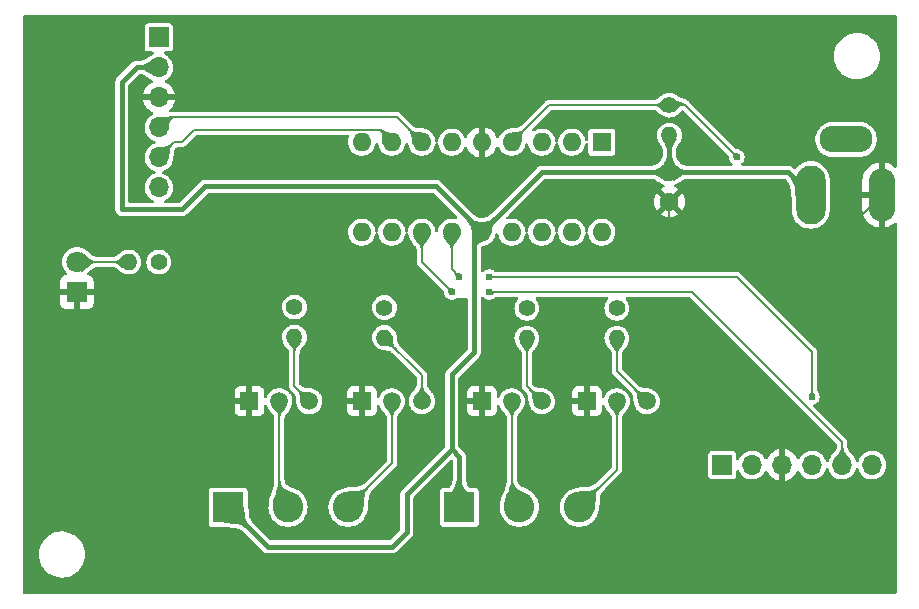
<source format=gtl>
G04 #@! TF.GenerationSoftware,KiCad,Pcbnew,(6.0.11-0)*
G04 #@! TF.CreationDate,2023-07-27T23:45:53+09:00*
G04 #@! TF.ProjectId,RadioCtrl-Override,52616469-6f43-4747-926c-2d4f76657272,rev?*
G04 #@! TF.SameCoordinates,PX7bfa480PY7bfa480*
G04 #@! TF.FileFunction,Copper,L1,Top*
G04 #@! TF.FilePolarity,Positive*
%FSLAX46Y46*%
G04 Gerber Fmt 4.6, Leading zero omitted, Abs format (unit mm)*
G04 Created by KiCad (PCBNEW (6.0.11-0)) date 2023-07-27 23:45:53*
%MOMM*%
%LPD*%
G01*
G04 APERTURE LIST*
G04 #@! TA.AperFunction,ComponentPad*
%ADD10C,1.400000*%
G04 #@! TD*
G04 #@! TA.AperFunction,ComponentPad*
%ADD11O,1.400000X1.400000*%
G04 #@! TD*
G04 #@! TA.AperFunction,ComponentPad*
%ADD12R,2.600000X2.600000*%
G04 #@! TD*
G04 #@! TA.AperFunction,ComponentPad*
%ADD13C,2.600000*%
G04 #@! TD*
G04 #@! TA.AperFunction,ComponentPad*
%ADD14R,1.700000X1.700000*%
G04 #@! TD*
G04 #@! TA.AperFunction,ComponentPad*
%ADD15O,1.700000X1.700000*%
G04 #@! TD*
G04 #@! TA.AperFunction,ComponentPad*
%ADD16R,1.600000X1.600000*%
G04 #@! TD*
G04 #@! TA.AperFunction,ComponentPad*
%ADD17O,1.600000X1.600000*%
G04 #@! TD*
G04 #@! TA.AperFunction,ComponentPad*
%ADD18R,1.500000X1.500000*%
G04 #@! TD*
G04 #@! TA.AperFunction,ComponentPad*
%ADD19C,1.500000*%
G04 #@! TD*
G04 #@! TA.AperFunction,ComponentPad*
%ADD20C,1.600000*%
G04 #@! TD*
G04 #@! TA.AperFunction,ComponentPad*
%ADD21R,1.800000X1.800000*%
G04 #@! TD*
G04 #@! TA.AperFunction,ComponentPad*
%ADD22C,1.800000*%
G04 #@! TD*
G04 #@! TA.AperFunction,ComponentPad*
%ADD23O,2.500000X5.000000*%
G04 #@! TD*
G04 #@! TA.AperFunction,ComponentPad*
%ADD24O,2.250000X4.500000*%
G04 #@! TD*
G04 #@! TA.AperFunction,ComponentPad*
%ADD25O,4.500000X2.250000*%
G04 #@! TD*
G04 #@! TA.AperFunction,ViaPad*
%ADD26C,0.605000*%
G04 #@! TD*
G04 #@! TA.AperFunction,Conductor*
%ADD27C,0.152400*%
G04 #@! TD*
G04 #@! TA.AperFunction,Conductor*
%ADD28C,0.400000*%
G04 #@! TD*
G04 APERTURE END LIST*
D10*
X55245000Y41860000D03*
D11*
X55245000Y39320000D03*
D12*
X17877500Y7813500D03*
D13*
X22957500Y7813500D03*
X28037500Y7813500D03*
D10*
X12015000Y28575000D03*
D11*
X9475000Y28575000D03*
D10*
X43180000Y24660000D03*
D11*
X43180000Y22120000D03*
D14*
X12020000Y47600000D03*
D15*
X12020000Y45060000D03*
X12020000Y42520000D03*
X12020000Y39980000D03*
X12020000Y37440000D03*
X12020000Y34900000D03*
D10*
X31115000Y24715000D03*
D11*
X31115000Y22175000D03*
D10*
X23495000Y24765000D03*
D11*
X23495000Y22225000D03*
D16*
X49520000Y38725000D03*
D17*
X46980000Y38725000D03*
X44440000Y38725000D03*
X41900000Y38725000D03*
X39360000Y38725000D03*
X36820000Y38725000D03*
X34280000Y38725000D03*
X31740000Y38725000D03*
X29200000Y38725000D03*
X29200000Y31105000D03*
X31740000Y31105000D03*
X34280000Y31105000D03*
X36820000Y31105000D03*
X39360000Y31105000D03*
X41900000Y31105000D03*
X44440000Y31105000D03*
X46980000Y31105000D03*
X49520000Y31105000D03*
D14*
X59715000Y11385000D03*
D15*
X62255000Y11385000D03*
X64795000Y11385000D03*
X67335000Y11385000D03*
X69875000Y11385000D03*
X72415000Y11385000D03*
D18*
X29210000Y16785000D03*
D19*
X31750000Y16785000D03*
X34290000Y16785000D03*
D20*
X55245000Y33675000D03*
X55245000Y36175000D03*
D12*
X37460000Y7813500D03*
D13*
X42540000Y7813500D03*
X47620000Y7813500D03*
D21*
X5080000Y26035000D03*
D22*
X5080000Y28575000D03*
D18*
X48260000Y16785000D03*
D19*
X50800000Y16785000D03*
X53340000Y16785000D03*
D18*
X39370000Y16785000D03*
D19*
X41910000Y16785000D03*
X44450000Y16785000D03*
D10*
X50800000Y24670000D03*
D11*
X50800000Y22130000D03*
D23*
X67212500Y34250000D03*
D24*
X73212500Y34250000D03*
D25*
X70212500Y38950000D03*
D18*
X19685000Y16785000D03*
D19*
X22225000Y16785000D03*
X24765000Y16785000D03*
D26*
X15875000Y46355000D03*
X71755000Y15240000D03*
X58420000Y15240000D03*
X53975000Y6985000D03*
X61595000Y46355000D03*
X71755000Y26035000D03*
X15875000Y24765000D03*
X4445000Y15240000D03*
X26670000Y46355000D03*
X15875000Y37465000D03*
X58420000Y20955000D03*
X48260000Y46355000D03*
X15875000Y15240000D03*
X4445000Y8255000D03*
X36830000Y46355000D03*
X35560000Y24765000D03*
X61595000Y38735000D03*
X27305000Y24765000D03*
X24130000Y37465000D03*
X60960000Y37465000D03*
X67310000Y17145000D03*
X40005000Y27305000D03*
X37465000Y27305000D03*
X40005000Y26035000D03*
X36830000Y26035000D03*
D27*
X58000000Y29500000D02*
X68462500Y29500000D01*
X68462500Y29500000D02*
X73212500Y34250000D01*
X55245000Y33675000D02*
X55245000Y32255000D01*
X55245000Y32255000D02*
X58000000Y29500000D01*
D28*
X55245000Y36175000D02*
X65287500Y36175000D01*
X33020000Y6350000D02*
X33020000Y5715000D01*
X21246000Y4445000D02*
X17877500Y7813500D01*
X12020000Y45060000D02*
X10135000Y45060000D01*
X33020000Y5715000D02*
X31750000Y4445000D01*
X37460000Y12070000D02*
X37460000Y7813500D01*
X8890000Y43815000D02*
X8890000Y33020000D01*
X13970000Y33020000D02*
X15950000Y35000000D01*
X36830000Y19050000D02*
X36830000Y12700000D01*
X38735000Y30480000D02*
X38735000Y20955000D01*
X39360000Y31105000D02*
X44430000Y36175000D01*
X35465000Y35000000D02*
X39360000Y31105000D01*
X55245000Y36175000D02*
X55245000Y39320000D01*
X8890000Y33020000D02*
X13970000Y33020000D01*
X65287500Y36175000D02*
X67212500Y34250000D01*
X36830000Y12700000D02*
X33020000Y8890000D01*
X39360000Y31105000D02*
X38735000Y30480000D01*
X38735000Y20955000D02*
X36830000Y19050000D01*
X31750000Y4445000D02*
X21246000Y4445000D01*
X33020000Y8890000D02*
X33020000Y6350000D01*
X36830000Y12700000D02*
X37460000Y12070000D01*
X10135000Y45060000D02*
X8890000Y43815000D01*
X15950000Y35000000D02*
X35465000Y35000000D01*
X44430000Y36175000D02*
X55245000Y36175000D01*
D27*
X9475000Y28575000D02*
X5080000Y28575000D01*
X22225000Y16785000D02*
X22225000Y8546000D01*
X22225000Y8546000D02*
X22957500Y7813500D01*
X31750000Y16785000D02*
X31750000Y11526000D01*
X31750000Y11526000D02*
X28037500Y7813500D01*
X41910000Y16785000D02*
X41910000Y8443500D01*
X41910000Y8443500D02*
X42540000Y7813500D01*
X50800000Y10993500D02*
X47620000Y7813500D01*
X50800000Y16785000D02*
X50800000Y10993500D01*
X32175000Y40830000D02*
X34280000Y38725000D01*
X12020000Y39980000D02*
X12870000Y40830000D01*
X12870000Y40830000D02*
X32175000Y40830000D01*
X13970000Y38735000D02*
X14988600Y39753600D01*
X12020000Y37440000D02*
X13315000Y38735000D01*
X14988600Y39753600D02*
X30711400Y39753600D01*
X13315000Y38735000D02*
X13970000Y38735000D01*
X30711400Y39753600D02*
X31740000Y38725000D01*
X55245000Y41860000D02*
X56565000Y41860000D01*
X45035000Y41860000D02*
X55245000Y41860000D01*
X56565000Y41860000D02*
X60960000Y37465000D01*
X41900000Y38725000D02*
X45035000Y41860000D01*
X60960000Y27305000D02*
X40005000Y27305000D01*
X36820000Y31105000D02*
X36820000Y27950000D01*
X36820000Y27950000D02*
X37465000Y27305000D01*
X67310000Y17145000D02*
X67310000Y20955000D01*
X67310000Y20955000D02*
X60960000Y27305000D01*
X34280000Y28585000D02*
X36830000Y26035000D01*
X57150000Y26035000D02*
X69875000Y13310000D01*
X40005000Y26035000D02*
X57150000Y26035000D01*
X69875000Y13310000D02*
X69875000Y11385000D01*
X34280000Y31105000D02*
X34280000Y28585000D01*
X23495000Y18055000D02*
X24765000Y16785000D01*
X23495000Y22225000D02*
X23495000Y18055000D01*
X34290000Y19000000D02*
X34290000Y16785000D01*
X31115000Y22175000D02*
X34290000Y19000000D01*
X43180000Y18055000D02*
X44450000Y16785000D01*
X43180000Y22120000D02*
X43180000Y18055000D01*
X50800000Y22130000D02*
X50800000Y19325000D01*
X50800000Y19325000D02*
X53340000Y16785000D01*
G04 #@! TA.AperFunction,Conductor*
G36*
X22233433Y17151231D02*
G01*
X22894025Y16464296D01*
X22897290Y16455957D01*
X22895837Y16450535D01*
X22821952Y16316575D01*
X22821318Y16315554D01*
X22740698Y16199413D01*
X22740129Y16198660D01*
X22659068Y16099949D01*
X22658760Y16099590D01*
X22579764Y16011053D01*
X22505584Y15925642D01*
X22439005Y15836303D01*
X22382652Y15735803D01*
X22339151Y15616908D01*
X22311125Y15472385D01*
X22311103Y15471996D01*
X22311103Y15471994D01*
X22301818Y15306046D01*
X22297934Y15297978D01*
X22290136Y15295000D01*
X22159864Y15295000D01*
X22151591Y15298427D01*
X22148182Y15306046D01*
X22138896Y15471994D01*
X22138896Y15471996D01*
X22138874Y15472385D01*
X22110848Y15616908D01*
X22067347Y15735803D01*
X22010994Y15836303D01*
X21944415Y15925642D01*
X21870235Y16011053D01*
X21791239Y16099590D01*
X21790931Y16099949D01*
X21709870Y16198660D01*
X21709301Y16199413D01*
X21628681Y16315554D01*
X21628047Y16316575D01*
X21554163Y16450535D01*
X21553168Y16459435D01*
X21555975Y16464296D01*
X22216567Y17151231D01*
X22224771Y17154819D01*
X22233433Y17151231D01*
G37*
G04 #@! TD.AperFunction*
G04 #@! TA.AperFunction,Conductor*
G36*
X55253433Y39661231D02*
G01*
X55869157Y39020954D01*
X55872422Y39012615D01*
X55871088Y39007414D01*
X55809966Y38890813D01*
X55809636Y38890225D01*
X55746394Y38784821D01*
X55746167Y38784459D01*
X55685659Y38691659D01*
X55629148Y38605946D01*
X55577975Y38521891D01*
X55533365Y38433879D01*
X55496539Y38336298D01*
X55468721Y38223534D01*
X55451134Y38089972D01*
X55451123Y38089689D01*
X55451123Y38089687D01*
X55445431Y37941252D01*
X55441690Y37933116D01*
X55433740Y37930000D01*
X55056259Y37930000D01*
X55047986Y37933427D01*
X55044568Y37941252D01*
X55038876Y38089687D01*
X55038876Y38089689D01*
X55038865Y38089972D01*
X55021278Y38223534D01*
X54993460Y38336298D01*
X54956634Y38433879D01*
X54912024Y38521891D01*
X54860851Y38605946D01*
X54804340Y38691659D01*
X54743832Y38784459D01*
X54743605Y38784821D01*
X54680363Y38890225D01*
X54680033Y38890813D01*
X54618913Y39007413D01*
X54618108Y39016330D01*
X54620843Y39020954D01*
X55236567Y39661231D01*
X55244771Y39664819D01*
X55253433Y39661231D01*
G37*
G04 #@! TD.AperFunction*
G04 #@! TA.AperFunction,Conductor*
G36*
X31758433Y17151231D02*
G01*
X32419025Y16464296D01*
X32422290Y16455957D01*
X32420837Y16450535D01*
X32346952Y16316575D01*
X32346318Y16315554D01*
X32265698Y16199413D01*
X32265129Y16198660D01*
X32184068Y16099949D01*
X32183760Y16099590D01*
X32104764Y16011053D01*
X32030584Y15925642D01*
X31964005Y15836303D01*
X31907652Y15735803D01*
X31864151Y15616908D01*
X31836125Y15472385D01*
X31836103Y15471996D01*
X31836103Y15471994D01*
X31826818Y15306046D01*
X31822934Y15297978D01*
X31815136Y15295000D01*
X31684864Y15295000D01*
X31676591Y15298427D01*
X31673182Y15306046D01*
X31663896Y15471994D01*
X31663896Y15471996D01*
X31663874Y15472385D01*
X31635848Y15616908D01*
X31592347Y15735803D01*
X31535994Y15836303D01*
X31469415Y15925642D01*
X31395235Y16011053D01*
X31316239Y16099590D01*
X31315931Y16099949D01*
X31234870Y16198660D01*
X31234301Y16199413D01*
X31153681Y16315554D01*
X31153047Y16316575D01*
X31079163Y16450535D01*
X31078168Y16459435D01*
X31080975Y16464296D01*
X31741567Y17151231D01*
X31749771Y17154819D01*
X31758433Y17151231D01*
G37*
G04 #@! TD.AperFunction*
G04 #@! TA.AperFunction,Conductor*
G36*
X52348541Y17885096D02*
G01*
X52472740Y17774059D01*
X52594751Y17691683D01*
X52673686Y17655037D01*
X52709156Y17638570D01*
X52709158Y17638569D01*
X52709583Y17638372D01*
X52820494Y17607155D01*
X52930745Y17591061D01*
X53043592Y17583120D01*
X53043610Y17583119D01*
X53043637Y17583117D01*
X53116293Y17578980D01*
X53162068Y17576373D01*
X53162520Y17576338D01*
X53210792Y17571599D01*
X53289642Y17563857D01*
X53290578Y17563727D01*
X53370609Y17549279D01*
X53429721Y17538608D01*
X53430879Y17538337D01*
X53460309Y17529830D01*
X53577850Y17495855D01*
X53584846Y17490265D01*
X53586299Y17484844D01*
X53604927Y16532000D01*
X53601662Y16523661D01*
X53593000Y16520073D01*
X52640156Y16538701D01*
X52631952Y16542289D01*
X52629145Y16547150D01*
X52586665Y16694115D01*
X52586391Y16695285D01*
X52561273Y16834422D01*
X52561143Y16835358D01*
X52548663Y16962467D01*
X52548626Y16962945D01*
X52541880Y17081408D01*
X52533954Y17194036D01*
X52533939Y17194255D01*
X52517845Y17304506D01*
X52486628Y17415417D01*
X52433317Y17530249D01*
X52350941Y17652260D01*
X52276558Y17735460D01*
X52239904Y17776459D01*
X52236944Y17784911D01*
X52240353Y17792530D01*
X52332470Y17884647D01*
X52340743Y17888074D01*
X52348541Y17885096D01*
G37*
G04 #@! TD.AperFunction*
G04 #@! TA.AperFunction,Conductor*
G36*
X69948421Y13071573D02*
G01*
X69951829Y13063966D01*
X69962689Y12873305D01*
X69995113Y12709227D01*
X70045403Y12574472D01*
X70110492Y12460746D01*
X70187312Y12359754D01*
X70187445Y12359604D01*
X70187453Y12359594D01*
X70272795Y12263202D01*
X70363704Y12162980D01*
X70364034Y12162600D01*
X70457168Y12050612D01*
X70457758Y12049839D01*
X70550190Y11917747D01*
X70550842Y11916702D01*
X70635823Y11763058D01*
X70636829Y11754160D01*
X70634018Y11749285D01*
X69883433Y10968769D01*
X69875229Y10965181D01*
X69866567Y10968769D01*
X69115982Y11749285D01*
X69112717Y11757624D01*
X69114177Y11763058D01*
X69199157Y11916702D01*
X69199809Y11917747D01*
X69292241Y12049839D01*
X69292831Y12050612D01*
X69385965Y12162600D01*
X69386295Y12162980D01*
X69477204Y12263202D01*
X69562546Y12359594D01*
X69562554Y12359604D01*
X69562687Y12359754D01*
X69639507Y12460746D01*
X69704596Y12574472D01*
X69754886Y12709227D01*
X69787310Y12873305D01*
X69798171Y13063966D01*
X69802063Y13072030D01*
X69809852Y13075000D01*
X69940148Y13075000D01*
X69948421Y13071573D01*
G37*
G04 #@! TD.AperFunction*
G04 #@! TA.AperFunction,Conductor*
G36*
X34288433Y31496231D02*
G01*
X34994022Y30762505D01*
X34997287Y30754167D01*
X34995830Y30748739D01*
X34916400Y30604943D01*
X34915757Y30603909D01*
X34829225Y30479784D01*
X34828644Y30479020D01*
X34741563Y30373688D01*
X34741242Y30373315D01*
X34656279Y30278926D01*
X34576448Y30187944D01*
X34504749Y30092778D01*
X34444028Y29985665D01*
X34397132Y29858840D01*
X34366907Y29704540D01*
X34366885Y29704148D01*
X34366884Y29704141D01*
X34356824Y29526040D01*
X34352936Y29517973D01*
X34345143Y29515000D01*
X34214857Y29515000D01*
X34206584Y29518427D01*
X34203176Y29526040D01*
X34193115Y29704141D01*
X34193114Y29704148D01*
X34193092Y29704540D01*
X34162867Y29858840D01*
X34115971Y29985665D01*
X34055250Y30092778D01*
X33983551Y30187944D01*
X33903720Y30278926D01*
X33818757Y30373315D01*
X33818436Y30373688D01*
X33731355Y30479020D01*
X33730774Y30479784D01*
X33644242Y30603909D01*
X33643599Y30604943D01*
X33564170Y30748739D01*
X33563169Y30757638D01*
X33565977Y30762504D01*
X34271567Y31496231D01*
X34279771Y31499819D01*
X34288433Y31496231D01*
G37*
G04 #@! TD.AperFunction*
G04 #@! TA.AperFunction,Conductor*
G36*
X37101109Y27777311D02*
G01*
X37144219Y27737631D01*
X37191069Y27702459D01*
X37234742Y27677178D01*
X37235070Y27677040D01*
X37235078Y27677036D01*
X37254431Y27668891D01*
X37276580Y27659569D01*
X37276896Y27659476D01*
X37276899Y27659475D01*
X37293061Y27654723D01*
X37317927Y27647412D01*
X37318148Y27647365D01*
X37318149Y27647365D01*
X37360070Y27638500D01*
X37360088Y27638497D01*
X37360124Y27638489D01*
X37390136Y27633142D01*
X37404475Y27630587D01*
X37404609Y27630562D01*
X37452171Y27621517D01*
X37452688Y27621407D01*
X37504874Y27609016D01*
X37505615Y27608814D01*
X37530181Y27601247D01*
X37556185Y27593237D01*
X37563082Y27587527D01*
X37564438Y27582285D01*
X37571711Y27210216D01*
X37568446Y27201877D01*
X37559784Y27198289D01*
X37187715Y27205562D01*
X37179511Y27209150D01*
X37176762Y27213816D01*
X37161186Y27264385D01*
X37160984Y27265126D01*
X37148593Y27317312D01*
X37148483Y27317829D01*
X37139438Y27365391D01*
X37139413Y27365525D01*
X37131520Y27409824D01*
X37131511Y27409876D01*
X37122588Y27452073D01*
X37110431Y27493420D01*
X37108911Y27497032D01*
X37092964Y27534922D01*
X37092960Y27534930D01*
X37092822Y27535258D01*
X37067541Y27578931D01*
X37032369Y27625781D01*
X36992689Y27668891D01*
X36989608Y27677299D01*
X36993025Y27685088D01*
X37084912Y27776975D01*
X37093185Y27780402D01*
X37101109Y27777311D01*
G37*
G04 #@! TD.AperFunction*
G04 #@! TA.AperFunction,Conductor*
G36*
X43458541Y17885096D02*
G01*
X43582740Y17774059D01*
X43704751Y17691683D01*
X43783686Y17655037D01*
X43819156Y17638570D01*
X43819158Y17638569D01*
X43819583Y17638372D01*
X43930494Y17607155D01*
X44040745Y17591061D01*
X44153592Y17583120D01*
X44153610Y17583119D01*
X44153637Y17583117D01*
X44226293Y17578980D01*
X44272068Y17576373D01*
X44272520Y17576338D01*
X44320792Y17571599D01*
X44399642Y17563857D01*
X44400578Y17563727D01*
X44480609Y17549279D01*
X44539721Y17538608D01*
X44540879Y17538337D01*
X44570309Y17529830D01*
X44687850Y17495855D01*
X44694846Y17490265D01*
X44696299Y17484844D01*
X44714927Y16532000D01*
X44711662Y16523661D01*
X44703000Y16520073D01*
X43750156Y16538701D01*
X43741952Y16542289D01*
X43739145Y16547150D01*
X43696665Y16694115D01*
X43696391Y16695285D01*
X43671273Y16834422D01*
X43671143Y16835358D01*
X43658663Y16962467D01*
X43658626Y16962945D01*
X43651880Y17081408D01*
X43643954Y17194036D01*
X43643939Y17194255D01*
X43627845Y17304506D01*
X43596628Y17415417D01*
X43543317Y17530249D01*
X43460941Y17652260D01*
X43386558Y17735460D01*
X43349904Y17776459D01*
X43346944Y17784911D01*
X43350353Y17792530D01*
X43442470Y17884647D01*
X43450743Y17888074D01*
X43458541Y17885096D01*
G37*
G04 #@! TD.AperFunction*
G04 #@! TA.AperFunction,Conductor*
G36*
X39996733Y26156269D02*
G01*
X40000000Y26148159D01*
X40000000Y26000000D01*
X40595800Y26000000D01*
X40604073Y25996573D01*
X40607500Y25988300D01*
X40607500Y25970025D01*
X40604073Y25961752D01*
X40596285Y25958335D01*
X40537742Y25955910D01*
X40479744Y25947653D01*
X40479414Y25947565D01*
X40479409Y25947564D01*
X40431333Y25934741D01*
X40431327Y25934739D01*
X40430986Y25934648D01*
X40388950Y25917515D01*
X40351117Y25896875D01*
X40330449Y25883422D01*
X40315000Y25873366D01*
X40314970Y25873346D01*
X40314938Y25873324D01*
X40314937Y25873323D01*
X40278034Y25847582D01*
X40277935Y25847514D01*
X40237865Y25820248D01*
X40237447Y25819978D01*
X40191773Y25791831D01*
X40191106Y25791450D01*
X40144335Y25766707D01*
X40135422Y25765867D01*
X40130756Y25768616D01*
X39862519Y26026567D01*
X39858931Y26034771D01*
X39862519Y26043433D01*
X39932988Y26111200D01*
X39980191Y26156592D01*
X39988529Y26159857D01*
X39996733Y26156269D01*
G37*
G04 #@! TD.AperFunction*
G04 #@! TA.AperFunction,Conductor*
G36*
X55442052Y37761573D02*
G01*
X55445469Y37753790D01*
X55452696Y37580900D01*
X55474676Y37427898D01*
X55509275Y37299331D01*
X55554829Y37188533D01*
X55609673Y37088841D01*
X55609797Y37088652D01*
X55672079Y36993689D01*
X55672097Y36993663D01*
X55672144Y36993591D01*
X55727231Y36915126D01*
X55740552Y36896151D01*
X55740634Y36896032D01*
X55813154Y36789977D01*
X55813448Y36789525D01*
X55888668Y36667841D01*
X55965000Y36523711D01*
X55251050Y35781291D01*
X55249689Y35780696D01*
X55240312Y35780695D01*
X55238951Y35781290D01*
X54525000Y36523711D01*
X54601331Y36667841D01*
X54676551Y36789525D01*
X54676845Y36789977D01*
X54749365Y36896032D01*
X54749447Y36896151D01*
X54762768Y36915126D01*
X54817855Y36993591D01*
X54817902Y36993663D01*
X54817920Y36993689D01*
X54880202Y37088652D01*
X54880326Y37088841D01*
X54935170Y37188533D01*
X54980724Y37299331D01*
X55015323Y37427898D01*
X55037303Y37580900D01*
X55044531Y37753790D01*
X55048301Y37761912D01*
X55056221Y37765000D01*
X55433779Y37765000D01*
X55442052Y37761573D01*
G37*
G04 #@! TD.AperFunction*
G04 #@! TA.AperFunction,Conductor*
G36*
X39622703Y30357634D02*
G01*
X39619115Y30349430D01*
X39614617Y30346735D01*
X39513621Y30313951D01*
X39513384Y30313876D01*
X39409096Y30282456D01*
X39311023Y30251559D01*
X39310877Y30251504D01*
X39310876Y30251504D01*
X39221134Y30217905D01*
X39221127Y30217902D01*
X39220844Y30217796D01*
X39140157Y30177755D01*
X39139775Y30177482D01*
X39139770Y30177479D01*
X39086707Y30139559D01*
X39070559Y30128020D01*
X39013647Y30065179D01*
X38971019Y29985819D01*
X38970844Y29985170D01*
X38970843Y29985167D01*
X38961024Y29948716D01*
X38944271Y29886525D01*
X38944230Y29885980D01*
X38935818Y29774702D01*
X38931777Y29766711D01*
X38924151Y29763884D01*
X38546744Y29763884D01*
X38538471Y29767311D01*
X38535044Y29775628D01*
X38535700Y29948716D01*
X38535701Y29948814D01*
X38537600Y30105099D01*
X38537602Y30105201D01*
X38538078Y30128020D01*
X38540400Y30239477D01*
X38543800Y30358288D01*
X38547500Y30467976D01*
X38551200Y30574981D01*
X38554599Y30685745D01*
X38557400Y30806709D01*
X38559300Y30944313D01*
X38560000Y31105000D01*
X39642842Y31387842D01*
X39622703Y30357634D01*
G37*
G04 #@! TD.AperFunction*
G04 #@! TA.AperFunction,Conductor*
G36*
X74442121Y49479998D02*
G01*
X74488614Y49426342D01*
X74500000Y49374000D01*
X74500000Y36696224D01*
X74479998Y36628103D01*
X74426342Y36581610D01*
X74356068Y36571506D01*
X74292169Y36600413D01*
X74179081Y36696999D01*
X74171108Y36702792D01*
X73960379Y36831927D01*
X73951585Y36836408D01*
X73723258Y36930984D01*
X73713873Y36934033D01*
X73478892Y36990447D01*
X73469471Y36988469D01*
X73466500Y36977002D01*
X73466500Y31525055D01*
X73470844Y31510262D01*
X73477181Y31509142D01*
X73713873Y31565967D01*
X73723258Y31569016D01*
X73951585Y31663592D01*
X73960379Y31668073D01*
X74171108Y31797208D01*
X74179081Y31803001D01*
X74292169Y31899587D01*
X74356959Y31928618D01*
X74427159Y31918013D01*
X74480482Y31871138D01*
X74500000Y31803776D01*
X74500000Y626000D01*
X74479998Y557879D01*
X74426342Y511386D01*
X74374000Y500000D01*
X626000Y500000D01*
X557879Y520002D01*
X511386Y573658D01*
X500000Y626000D01*
X500000Y3840715D01*
X1854759Y3840715D01*
X1855003Y3836280D01*
X1855003Y3836276D01*
X1858384Y3774853D01*
X1869938Y3564913D01*
X1923825Y3294001D01*
X2015347Y3033384D01*
X2142678Y2788263D01*
X2145261Y2784648D01*
X2145265Y2784642D01*
X2182272Y2732856D01*
X2303275Y2563529D01*
X2493936Y2363665D01*
X2497431Y2360909D01*
X2497433Y2360908D01*
X2545469Y2323040D01*
X2710856Y2192659D01*
X2772559Y2156819D01*
X2945853Y2056161D01*
X2945859Y2056158D01*
X2949707Y2053923D01*
X3205723Y1950226D01*
X3210036Y1949155D01*
X3210041Y1949153D01*
X3469475Y1884709D01*
X3469480Y1884708D01*
X3473796Y1883636D01*
X3478224Y1883182D01*
X3478226Y1883182D01*
X3553339Y1875486D01*
X3709370Y1859500D01*
X3880362Y1859500D01*
X4085530Y1874027D01*
X4089885Y1874965D01*
X4089888Y1874965D01*
X4351215Y1931227D01*
X4351217Y1931227D01*
X4355562Y1932163D01*
X4614709Y2027767D01*
X4663185Y2053923D01*
X4853884Y2156819D01*
X4857800Y2158932D01*
X5079984Y2323040D01*
X5276829Y2516817D01*
X5444406Y2736396D01*
X5579373Y2977396D01*
X5679036Y3235009D01*
X5741407Y3504095D01*
X5765241Y3779285D01*
X5764997Y3783724D01*
X5750307Y4050644D01*
X5750306Y4050651D01*
X5750062Y4055087D01*
X5696175Y4325999D01*
X5604653Y4586616D01*
X5477322Y4831737D01*
X5474739Y4835352D01*
X5474735Y4835358D01*
X5319313Y5052850D01*
X5319310Y5052854D01*
X5316725Y5056471D01*
X5126064Y5256335D01*
X5122567Y5259092D01*
X4912639Y5424586D01*
X4912637Y5424587D01*
X4909144Y5427341D01*
X4788820Y5497231D01*
X4674147Y5563839D01*
X4674141Y5563842D01*
X4670293Y5566077D01*
X4414277Y5669774D01*
X4409964Y5670845D01*
X4409959Y5670847D01*
X4150525Y5735291D01*
X4150520Y5735292D01*
X4146204Y5736364D01*
X4141776Y5736818D01*
X4141774Y5736818D01*
X4061573Y5745035D01*
X3910630Y5760500D01*
X3739638Y5760500D01*
X3534470Y5745973D01*
X3530115Y5745035D01*
X3530112Y5745035D01*
X3268785Y5688773D01*
X3268783Y5688773D01*
X3264438Y5687837D01*
X3005291Y5592233D01*
X3001373Y5590119D01*
X2790248Y5476202D01*
X2762200Y5461068D01*
X2540016Y5296960D01*
X2343171Y5103183D01*
X2175594Y4883604D01*
X2040627Y4642604D01*
X1940964Y4384991D01*
X1878593Y4115905D01*
X1854759Y3840715D01*
X500000Y3840715D01*
X500000Y15990331D01*
X18427001Y15990331D01*
X18427371Y15983510D01*
X18432895Y15932648D01*
X18436521Y15917396D01*
X18481676Y15796946D01*
X18490214Y15781351D01*
X18566715Y15679276D01*
X18579276Y15666715D01*
X18681351Y15590214D01*
X18696946Y15581676D01*
X18817394Y15536522D01*
X18832649Y15532895D01*
X18883514Y15527369D01*
X18890328Y15527000D01*
X19412885Y15527000D01*
X19428124Y15531475D01*
X19429329Y15532865D01*
X19431000Y15540548D01*
X19431000Y15545116D01*
X19939000Y15545116D01*
X19943475Y15529877D01*
X19944865Y15528672D01*
X19952548Y15527001D01*
X20479669Y15527001D01*
X20486490Y15527371D01*
X20537352Y15532895D01*
X20552604Y15536521D01*
X20673054Y15581676D01*
X20688649Y15590214D01*
X20790724Y15666715D01*
X20803285Y15679276D01*
X20879786Y15781351D01*
X20888324Y15796946D01*
X20933478Y15917394D01*
X20937105Y15932649D01*
X20942631Y15983514D01*
X20943000Y15990328D01*
X20943000Y16362783D01*
X20963002Y16430904D01*
X21016658Y16477397D01*
X21086932Y16487501D01*
X21151512Y16458007D01*
X21183426Y16415535D01*
X21228849Y16317006D01*
X21233266Y16306114D01*
X21242871Y16278845D01*
X21262435Y16243374D01*
X21264601Y16239088D01*
X21265437Y16237640D01*
X21267856Y16232393D01*
X21269764Y16229694D01*
X21270178Y16227987D01*
X21270748Y16228301D01*
X21308971Y16158999D01*
X21316755Y16144885D01*
X21322330Y16135367D01*
X21325618Y16129753D01*
X21326036Y16129039D01*
X21326670Y16128018D01*
X21336645Y16112835D01*
X21417265Y15996694D01*
X21417587Y15996249D01*
X21417615Y15996210D01*
X21425302Y15985599D01*
X21425671Y15985090D01*
X21426240Y15984337D01*
X21426892Y15983510D01*
X21434775Y15973503D01*
X21434801Y15973471D01*
X21435134Y15973048D01*
X21516195Y15874337D01*
X21521121Y15868469D01*
X21521429Y15868110D01*
X21521604Y15867910D01*
X21525888Y15863013D01*
X21525927Y15862970D01*
X21525976Y15862913D01*
X21584834Y15796946D01*
X21602862Y15776740D01*
X21603966Y15775485D01*
X21660562Y15710322D01*
X21664212Y15706119D01*
X21670111Y15698792D01*
X21682529Y15682129D01*
X21707302Y15648886D01*
X21716172Y15635221D01*
X21738350Y15595670D01*
X21746777Y15577338D01*
X21763796Y15530823D01*
X21769164Y15511515D01*
X21783649Y15436817D01*
X21785756Y15419871D01*
X21793207Y15286718D01*
X21793237Y15286184D01*
X21794122Y15274086D01*
X21795573Y15268528D01*
X21796513Y15262854D01*
X21795627Y15262707D01*
X21798300Y15241907D01*
X21798300Y10237140D01*
X21795619Y10211287D01*
X21793140Y10199462D01*
X21791273Y10154271D01*
X21780765Y9899994D01*
X21779747Y9888397D01*
X21748469Y9655897D01*
X21746278Y9643979D01*
X21701172Y9451281D01*
X21698310Y9441029D01*
X21641772Y9267187D01*
X21639523Y9260852D01*
X21572034Y9085705D01*
X21571714Y9084881D01*
X21510611Y8929563D01*
X21499706Y8901845D01*
X21496909Y8894498D01*
X21496736Y8894028D01*
X21494264Y8887091D01*
X21482856Y8854000D01*
X21429381Y8698880D01*
X21427689Y8693973D01*
X21423240Y8680160D01*
X21422964Y8679239D01*
X21419035Y8665067D01*
X21418875Y8664438D01*
X21418874Y8664436D01*
X21372077Y8480998D01*
X21364275Y8450417D01*
X21360238Y8432718D01*
X21360003Y8431551D01*
X21359864Y8430755D01*
X21357032Y8414589D01*
X21357026Y8414549D01*
X21356894Y8413798D01*
X21319732Y8164559D01*
X21317533Y8146739D01*
X21317417Y8145553D01*
X21316107Y8127338D01*
X21315334Y8110591D01*
X21304155Y7868381D01*
X21302790Y7838813D01*
X21303072Y7835447D01*
X21302734Y7824152D01*
X21301896Y7813500D01*
X21322279Y7554506D01*
X21323433Y7549699D01*
X21323434Y7549693D01*
X21361720Y7390224D01*
X21382927Y7301890D01*
X21482346Y7061872D01*
X21618088Y6840360D01*
X21786811Y6642811D01*
X21984360Y6474088D01*
X22205872Y6338346D01*
X22210442Y6336453D01*
X22210446Y6336451D01*
X22441317Y6240821D01*
X22445890Y6238927D01*
X22507203Y6224207D01*
X22693693Y6179434D01*
X22693699Y6179433D01*
X22698506Y6178279D01*
X22957500Y6157896D01*
X23216494Y6178279D01*
X23221301Y6179433D01*
X23221307Y6179434D01*
X23407797Y6224207D01*
X23469110Y6238927D01*
X23473683Y6240821D01*
X23704554Y6336451D01*
X23704558Y6336453D01*
X23709128Y6338346D01*
X23930640Y6474088D01*
X24128189Y6642811D01*
X24296912Y6840360D01*
X24432654Y7061872D01*
X24532073Y7301890D01*
X24553280Y7390224D01*
X24591566Y7549693D01*
X24591567Y7549699D01*
X24592721Y7554506D01*
X24613104Y7813500D01*
X26381896Y7813500D01*
X26402279Y7554506D01*
X26403433Y7549699D01*
X26403434Y7549693D01*
X26441720Y7390224D01*
X26462927Y7301890D01*
X26562346Y7061872D01*
X26698088Y6840360D01*
X26866811Y6642811D01*
X27064360Y6474088D01*
X27285872Y6338346D01*
X27290442Y6336453D01*
X27290446Y6336451D01*
X27521317Y6240821D01*
X27525890Y6238927D01*
X27587203Y6224207D01*
X27773693Y6179434D01*
X27773699Y6179433D01*
X27778506Y6178279D01*
X28037500Y6157896D01*
X28296494Y6178279D01*
X28301301Y6179433D01*
X28301307Y6179434D01*
X28487797Y6224207D01*
X28549110Y6238927D01*
X28553683Y6240821D01*
X28784554Y6336451D01*
X28784558Y6336453D01*
X28789128Y6338346D01*
X29010640Y6474088D01*
X29208189Y6642811D01*
X29376912Y6840360D01*
X29512654Y7061872D01*
X29612073Y7301890D01*
X29617657Y7325150D01*
X29618975Y7330177D01*
X29626972Y7358290D01*
X29685676Y7564686D01*
X29690586Y7583989D01*
X29690873Y7585266D01*
X29691041Y7586124D01*
X29694511Y7603864D01*
X29694517Y7603898D01*
X29694683Y7604746D01*
X29724360Y7782719D01*
X29735784Y7851225D01*
X29735787Y7851244D01*
X29735896Y7851898D01*
X29738188Y7867867D01*
X29738313Y7868905D01*
X29739841Y7884475D01*
X29756996Y8110249D01*
X29757544Y8118830D01*
X29757573Y8119391D01*
X29757910Y8127873D01*
X29758811Y8160291D01*
X29763689Y8335921D01*
X29763724Y8337017D01*
X29770308Y8517435D01*
X29770986Y8526672D01*
X29787101Y8672583D01*
X29790042Y8689074D01*
X29821208Y8814771D01*
X29828029Y8834858D01*
X29883978Y8963005D01*
X29894138Y8981760D01*
X29993852Y9133568D01*
X30004931Y9148035D01*
X30177547Y9342512D01*
X30177548Y9342513D01*
X30181344Y9346790D01*
X30184354Y9351761D01*
X30184528Y9351982D01*
X30187702Y9356289D01*
X30187830Y9356195D01*
X30203042Y9375597D01*
X32028522Y11201077D01*
X32039612Y11210932D01*
X32057167Y11224771D01*
X32057170Y11224775D01*
X32064565Y11230604D01*
X32069919Y11238351D01*
X32069923Y11238355D01*
X32096115Y11276251D01*
X32098415Y11279471D01*
X32125768Y11316504D01*
X32131363Y11324079D01*
X32133629Y11330531D01*
X32137517Y11336157D01*
X32154248Y11389061D01*
X32155502Y11392819D01*
X32170757Y11436257D01*
X32173877Y11445141D01*
X32174146Y11451977D01*
X32176207Y11458495D01*
X32176700Y11464759D01*
X32176700Y11514520D01*
X32176797Y11519466D01*
X32178544Y11563939D01*
X32178914Y11573352D01*
X32177108Y11580163D01*
X32176700Y11587578D01*
X32176700Y15249679D01*
X32179771Y15277330D01*
X32180619Y15281102D01*
X32181763Y15286186D01*
X32189243Y15419871D01*
X32191350Y15436817D01*
X32205835Y15511515D01*
X32211203Y15530823D01*
X32228222Y15577338D01*
X32236649Y15595670D01*
X32258827Y15635221D01*
X32267697Y15648886D01*
X32292470Y15682129D01*
X32304888Y15698792D01*
X32310787Y15706119D01*
X32314438Y15710322D01*
X32371033Y15775485D01*
X32372137Y15776740D01*
X32390165Y15796946D01*
X32449023Y15862913D01*
X32449072Y15862970D01*
X32449111Y15863013D01*
X32453395Y15867910D01*
X32453570Y15868110D01*
X32453878Y15868469D01*
X32458804Y15874337D01*
X32539865Y15973048D01*
X32540198Y15973471D01*
X32540224Y15973503D01*
X32548107Y15983510D01*
X32548759Y15984337D01*
X32549328Y15985090D01*
X32549697Y15985599D01*
X32557384Y15996210D01*
X32557412Y15996249D01*
X32557734Y15996694D01*
X32638354Y16112835D01*
X32648329Y16128018D01*
X32648963Y16129039D01*
X32657835Y16144186D01*
X32657846Y16144206D01*
X32658243Y16144884D01*
X32658617Y16145561D01*
X32658638Y16145599D01*
X32730287Y16275507D01*
X32732128Y16278844D01*
X32739820Y16297939D01*
X32746759Y16312424D01*
X32756843Y16330431D01*
X32756845Y16330436D01*
X32759664Y16335469D01*
X32773806Y16377128D01*
X32822820Y16521519D01*
X32822820Y16521521D01*
X32824678Y16526993D01*
X32825507Y16532709D01*
X32825508Y16532714D01*
X32849011Y16694821D01*
X32853700Y16727158D01*
X32855215Y16785000D01*
X32836708Y16986409D01*
X32781807Y17181074D01*
X32692351Y17362473D01*
X32674079Y17386943D01*
X32574788Y17519909D01*
X32574787Y17519910D01*
X32571335Y17524533D01*
X32559326Y17535634D01*
X32427053Y17657906D01*
X32427051Y17657908D01*
X32422812Y17661826D01*
X32391391Y17681651D01*
X32256637Y17766675D01*
X32251757Y17769754D01*
X32063898Y17844702D01*
X31865526Y17884161D01*
X31859752Y17884237D01*
X31859748Y17884237D01*
X31757257Y17885578D01*
X31663286Y17886808D01*
X31657589Y17885829D01*
X31657588Y17885829D01*
X31469646Y17853535D01*
X31469645Y17853535D01*
X31463949Y17852556D01*
X31274193Y17782551D01*
X31269232Y17779599D01*
X31269231Y17779599D01*
X31137804Y17701408D01*
X31100371Y17679138D01*
X30948305Y17545780D01*
X30823089Y17386943D01*
X30728914Y17207947D01*
X30727201Y17202429D01*
X30714332Y17160985D01*
X30675029Y17101860D01*
X30609999Y17073369D01*
X30539890Y17084559D01*
X30486960Y17131876D01*
X30467999Y17198349D01*
X30467999Y17579669D01*
X30467629Y17586490D01*
X30462105Y17637352D01*
X30458479Y17652604D01*
X30413324Y17773054D01*
X30404786Y17788649D01*
X30328285Y17890724D01*
X30315724Y17903285D01*
X30213649Y17979786D01*
X30198054Y17988324D01*
X30077606Y18033478D01*
X30062351Y18037105D01*
X30011486Y18042631D01*
X30004672Y18043000D01*
X29482115Y18043000D01*
X29466876Y18038525D01*
X29465671Y18037135D01*
X29464000Y18029452D01*
X29464000Y15545116D01*
X29468475Y15529877D01*
X29469865Y15528672D01*
X29477548Y15527001D01*
X30004669Y15527001D01*
X30011490Y15527371D01*
X30062352Y15532895D01*
X30077604Y15536521D01*
X30198054Y15581676D01*
X30213649Y15590214D01*
X30315724Y15666715D01*
X30328285Y15679276D01*
X30404786Y15781351D01*
X30413324Y15796946D01*
X30458478Y15917394D01*
X30462105Y15932649D01*
X30467631Y15983514D01*
X30468000Y15990328D01*
X30468000Y16362783D01*
X30488002Y16430904D01*
X30541658Y16477397D01*
X30611932Y16487501D01*
X30676512Y16458007D01*
X30708426Y16415535D01*
X30753849Y16317006D01*
X30758266Y16306114D01*
X30767871Y16278845D01*
X30787435Y16243374D01*
X30789601Y16239088D01*
X30790437Y16237640D01*
X30792856Y16232393D01*
X30794764Y16229694D01*
X30795178Y16227987D01*
X30795748Y16228301D01*
X30833971Y16158999D01*
X30841755Y16144885D01*
X30847330Y16135367D01*
X30850618Y16129753D01*
X30851036Y16129039D01*
X30851670Y16128018D01*
X30861645Y16112835D01*
X30942265Y15996694D01*
X30942587Y15996249D01*
X30942615Y15996210D01*
X30950302Y15985599D01*
X30950671Y15985090D01*
X30951240Y15984337D01*
X30951892Y15983510D01*
X30959775Y15973503D01*
X30959801Y15973471D01*
X30960134Y15973048D01*
X31041195Y15874337D01*
X31046121Y15868469D01*
X31046429Y15868110D01*
X31046604Y15867910D01*
X31050888Y15863013D01*
X31050927Y15862970D01*
X31050976Y15862913D01*
X31109834Y15796946D01*
X31127862Y15776740D01*
X31128966Y15775485D01*
X31185562Y15710322D01*
X31189212Y15706119D01*
X31195111Y15698792D01*
X31207529Y15682129D01*
X31232302Y15648886D01*
X31241172Y15635221D01*
X31263350Y15595670D01*
X31271777Y15577338D01*
X31288796Y15530823D01*
X31294164Y15511515D01*
X31308649Y15436817D01*
X31310756Y15419871D01*
X31318207Y15286718D01*
X31318237Y15286184D01*
X31319122Y15274086D01*
X31320573Y15268528D01*
X31321513Y15262854D01*
X31320627Y15262707D01*
X31323300Y15241907D01*
X31323300Y11754934D01*
X31303298Y11686813D01*
X31286395Y11665839D01*
X29599952Y9979396D01*
X29577846Y9961774D01*
X29575209Y9960119D01*
X29575204Y9960115D01*
X29570791Y9957345D01*
X29410149Y9814761D01*
X29372035Y9780932D01*
X29357568Y9769854D01*
X29205755Y9670137D01*
X29186997Y9659976D01*
X29058860Y9604031D01*
X29038770Y9597209D01*
X28913073Y9566043D01*
X28896582Y9563102D01*
X28750671Y9546987D01*
X28741434Y9546309D01*
X28599263Y9541121D01*
X28561021Y9539725D01*
X28559963Y9539692D01*
X28351866Y9533911D01*
X28350345Y9533850D01*
X28343487Y9533574D01*
X28343466Y9533573D01*
X28343018Y9533555D01*
X28342468Y9533526D01*
X28342139Y9533505D01*
X28342125Y9533504D01*
X28336333Y9533131D01*
X28334253Y9532997D01*
X28333980Y9532976D01*
X28333919Y9532972D01*
X28109116Y9515891D01*
X28109097Y9515889D01*
X28108474Y9515842D01*
X28103957Y9515399D01*
X28093582Y9514381D01*
X28093542Y9514377D01*
X28092904Y9514314D01*
X28091866Y9514189D01*
X28091221Y9514096D01*
X28091195Y9514093D01*
X28083940Y9513051D01*
X28075897Y9511897D01*
X28075243Y9511788D01*
X28075224Y9511785D01*
X27829590Y9470825D01*
X27829583Y9470824D01*
X27828745Y9470684D01*
X27820876Y9469146D01*
X27810218Y9467064D01*
X27810188Y9467058D01*
X27809381Y9466900D01*
X27808102Y9466613D01*
X27788680Y9461676D01*
X27554163Y9394971D01*
X27549157Y9393659D01*
X27525890Y9388073D01*
X27521315Y9386178D01*
X27290446Y9290549D01*
X27290442Y9290547D01*
X27285872Y9288654D01*
X27064360Y9152912D01*
X26866811Y8984189D01*
X26698088Y8786640D01*
X26562346Y8565128D01*
X26560453Y8560558D01*
X26560451Y8560554D01*
X26499663Y8413798D01*
X26462927Y8325110D01*
X26461772Y8320298D01*
X26403434Y8077307D01*
X26403433Y8077301D01*
X26402279Y8072494D01*
X26381896Y7813500D01*
X24613104Y7813500D01*
X24592721Y8072494D01*
X24591567Y8077301D01*
X24591566Y8077307D01*
X24533228Y8320298D01*
X24532073Y8325110D01*
X24495337Y8413798D01*
X24434549Y8560554D01*
X24434547Y8560558D01*
X24432654Y8565128D01*
X24296912Y8786640D01*
X24128189Y8984189D01*
X23965295Y9123314D01*
X23934407Y9149695D01*
X23934404Y9149697D01*
X23930640Y9152912D01*
X23799107Y9233515D01*
X23788543Y9240752D01*
X23771662Y9253624D01*
X23767514Y9256787D01*
X23762897Y9259227D01*
X23724696Y9279414D01*
X23717735Y9283380D01*
X23716786Y9283961D01*
X23709128Y9288654D01*
X23704553Y9290549D01*
X23702958Y9291362D01*
X23695056Y9295076D01*
X23568215Y9362101D01*
X23562900Y9364810D01*
X23559280Y9366655D01*
X23559248Y9366671D01*
X23558836Y9366881D01*
X23558217Y9367185D01*
X23548773Y9371652D01*
X23540106Y9375597D01*
X23385197Y9446103D01*
X23350892Y9461717D01*
X23346927Y9463492D01*
X23346675Y9463603D01*
X23344460Y9464564D01*
X23343185Y9465118D01*
X23343098Y9465155D01*
X23343002Y9465197D01*
X23342712Y9465321D01*
X23161376Y9542769D01*
X23158956Y9543832D01*
X23008672Y9611779D01*
X23000091Y9616060D01*
X22892493Y9674945D01*
X22877540Y9684557D01*
X22850014Y9705135D01*
X22811983Y9733566D01*
X22793018Y9751039D01*
X22755972Y9792954D01*
X22738812Y9817848D01*
X22710270Y9872237D01*
X22699919Y9898985D01*
X22674016Y9998295D01*
X22670264Y10021019D01*
X22656965Y10205150D01*
X22656965Y10205153D01*
X22656560Y10210754D01*
X22655168Y10216197D01*
X22654264Y10221750D01*
X22654696Y10221820D01*
X22651700Y10245614D01*
X22651700Y15249679D01*
X22654771Y15277330D01*
X22655619Y15281102D01*
X22656763Y15286186D01*
X22664243Y15419871D01*
X22666350Y15436817D01*
X22680835Y15511515D01*
X22686203Y15530823D01*
X22703222Y15577338D01*
X22711649Y15595670D01*
X22733827Y15635221D01*
X22742697Y15648886D01*
X22767470Y15682129D01*
X22779888Y15698792D01*
X22785787Y15706119D01*
X22789438Y15710322D01*
X22846033Y15775485D01*
X22847137Y15776740D01*
X22865165Y15796946D01*
X22924023Y15862913D01*
X22924072Y15862970D01*
X22924111Y15863013D01*
X22928395Y15867910D01*
X22928570Y15868110D01*
X22928878Y15868469D01*
X22933804Y15874337D01*
X23014865Y15973048D01*
X23015198Y15973471D01*
X23015224Y15973503D01*
X23023107Y15983510D01*
X23023759Y15984337D01*
X23024328Y15985090D01*
X23024697Y15985599D01*
X23032384Y15996210D01*
X23032412Y15996249D01*
X23032734Y15996694D01*
X23113354Y16112835D01*
X23123329Y16128018D01*
X23123963Y16129039D01*
X23132835Y16144186D01*
X23132846Y16144206D01*
X23133243Y16144884D01*
X23133617Y16145561D01*
X23133638Y16145599D01*
X23205287Y16275507D01*
X23207128Y16278844D01*
X23214820Y16297939D01*
X23221759Y16312424D01*
X23231843Y16330431D01*
X23231845Y16330436D01*
X23234664Y16335469D01*
X23248806Y16377128D01*
X23297820Y16521519D01*
X23297820Y16521521D01*
X23299678Y16526993D01*
X23300507Y16532709D01*
X23300508Y16532714D01*
X23324011Y16694821D01*
X23328700Y16727158D01*
X23330215Y16785000D01*
X23311708Y16986409D01*
X23256807Y17181074D01*
X23167351Y17362473D01*
X23149079Y17386943D01*
X23049788Y17519909D01*
X23049787Y17519910D01*
X23046335Y17524533D01*
X23034326Y17535634D01*
X22902053Y17657906D01*
X22902051Y17657908D01*
X22897812Y17661826D01*
X22866391Y17681651D01*
X22731637Y17766675D01*
X22726757Y17769754D01*
X22538898Y17844702D01*
X22340526Y17884161D01*
X22334752Y17884237D01*
X22334748Y17884237D01*
X22232257Y17885578D01*
X22138286Y17886808D01*
X22132589Y17885829D01*
X22132588Y17885829D01*
X21944646Y17853535D01*
X21944645Y17853535D01*
X21938949Y17852556D01*
X21749193Y17782551D01*
X21744232Y17779599D01*
X21744231Y17779599D01*
X21612804Y17701408D01*
X21575371Y17679138D01*
X21423305Y17545780D01*
X21298089Y17386943D01*
X21203914Y17207947D01*
X21202201Y17202429D01*
X21189332Y17160985D01*
X21150029Y17101860D01*
X21084999Y17073369D01*
X21014890Y17084559D01*
X20961960Y17131876D01*
X20942999Y17198349D01*
X20942999Y17579669D01*
X20942629Y17586490D01*
X20937105Y17637352D01*
X20933479Y17652604D01*
X20888324Y17773054D01*
X20879786Y17788649D01*
X20803285Y17890724D01*
X20790724Y17903285D01*
X20688649Y17979786D01*
X20673054Y17988324D01*
X20552606Y18033478D01*
X20537351Y18037105D01*
X20486486Y18042631D01*
X20479672Y18043000D01*
X19957115Y18043000D01*
X19941876Y18038525D01*
X19940671Y18037135D01*
X19939000Y18029452D01*
X19939000Y15545116D01*
X19431000Y15545116D01*
X19431000Y16512885D01*
X19426525Y16528124D01*
X19425135Y16529329D01*
X19417452Y16531000D01*
X18445116Y16531000D01*
X18429877Y16526525D01*
X18428672Y16525135D01*
X18427001Y16517452D01*
X18427001Y15990331D01*
X500000Y15990331D01*
X500000Y17057115D01*
X18427000Y17057115D01*
X18431475Y17041876D01*
X18432865Y17040671D01*
X18440548Y17039000D01*
X19412885Y17039000D01*
X19428124Y17043475D01*
X19429329Y17044865D01*
X19431000Y17052548D01*
X19431000Y18024884D01*
X19426525Y18040123D01*
X19425135Y18041328D01*
X19417452Y18042999D01*
X18890331Y18042999D01*
X18883510Y18042629D01*
X18832648Y18037105D01*
X18817396Y18033479D01*
X18696946Y17988324D01*
X18681351Y17979786D01*
X18579276Y17903285D01*
X18566715Y17890724D01*
X18490214Y17788649D01*
X18481676Y17773054D01*
X18436522Y17652606D01*
X18432895Y17637351D01*
X18427369Y17586486D01*
X18427000Y17579672D01*
X18427000Y17057115D01*
X500000Y17057115D01*
X500000Y22239738D01*
X22439520Y22239738D01*
X22440036Y22233594D01*
X22449871Y22116478D01*
X22456759Y22034447D01*
X22458458Y22028522D01*
X22497532Y21892256D01*
X22513544Y21836414D01*
X22516361Y21830933D01*
X22516362Y21830930D01*
X22543173Y21778760D01*
X22549978Y21762947D01*
X22557736Y21740871D01*
X22626069Y21616761D01*
X22626454Y21616102D01*
X22626473Y21616069D01*
X22634627Y21602097D01*
X22634635Y21602084D01*
X22635032Y21601404D01*
X22635654Y21600397D01*
X22636096Y21599722D01*
X22636113Y21599694D01*
X22643349Y21588624D01*
X22645605Y21585173D01*
X22646081Y21584484D01*
X22646091Y21584469D01*
X22719969Y21477513D01*
X22719994Y21477478D01*
X22720337Y21476981D01*
X22728867Y21465157D01*
X22729410Y21464436D01*
X22737793Y21453737D01*
X22738115Y21453342D01*
X22738138Y21453313D01*
X22806211Y21369773D01*
X22812824Y21361658D01*
X22812920Y21361543D01*
X22812951Y21361505D01*
X22815608Y21358313D01*
X22817583Y21355941D01*
X22817884Y21355587D01*
X22822268Y21350528D01*
X22893137Y21270292D01*
X22894223Y21269044D01*
X22944293Y21210711D01*
X22948761Y21205505D01*
X22954633Y21198122D01*
X22987022Y21154110D01*
X22995766Y21140471D01*
X23014153Y21107262D01*
X23022417Y21089063D01*
X23036587Y21049856D01*
X23041836Y21030748D01*
X23054424Y20965074D01*
X23056485Y20948317D01*
X23062622Y20837408D01*
X23063231Y20826411D01*
X23064115Y20814232D01*
X23065566Y20808665D01*
X23066504Y20802988D01*
X23065632Y20802844D01*
X23068300Y20782026D01*
X23068300Y18087810D01*
X23067427Y18073002D01*
X23063692Y18041445D01*
X23065384Y18032183D01*
X23065384Y18032174D01*
X23073663Y17986848D01*
X23074314Y17982940D01*
X23082556Y17928116D01*
X23085516Y17921952D01*
X23086745Y17915223D01*
X23112322Y17865985D01*
X23114079Y17862469D01*
X23134020Y17820941D01*
X23134022Y17820937D01*
X23138098Y17812450D01*
X23142741Y17807428D01*
X23145893Y17801359D01*
X23149974Y17796581D01*
X23185149Y17761406D01*
X23188578Y17757841D01*
X23225195Y17718229D01*
X23231287Y17714690D01*
X23236824Y17709731D01*
X23377641Y17568914D01*
X23395020Y17547195D01*
X23399877Y17539518D01*
X23403347Y17535637D01*
X23403349Y17535634D01*
X23489116Y17439701D01*
X23499610Y17426226D01*
X23500360Y17425115D01*
X23538337Y17368866D01*
X23542189Y17363160D01*
X23552045Y17345713D01*
X23572898Y17300796D01*
X23579900Y17281881D01*
X23592190Y17238215D01*
X23595579Y17222290D01*
X23599074Y17198349D01*
X23604570Y17160698D01*
X23605580Y17151343D01*
X23612031Y17059665D01*
X23612138Y17057984D01*
X23612448Y17052548D01*
X23618701Y16942733D01*
X23619186Y16935509D01*
X23619223Y16935031D01*
X23619864Y16927730D01*
X23619894Y16927425D01*
X23619897Y16927392D01*
X23629646Y16828104D01*
X23632344Y16800621D01*
X23634023Y16786452D01*
X23634153Y16785516D01*
X23634245Y16784940D01*
X23634250Y16784906D01*
X23636331Y16771872D01*
X23636428Y16771265D01*
X23636538Y16770656D01*
X23644391Y16727158D01*
X23661546Y16632128D01*
X23665256Y16614224D01*
X23665530Y16613054D01*
X23670146Y16595399D01*
X23670366Y16594637D01*
X23670369Y16594627D01*
X23701334Y16487501D01*
X23712626Y16448434D01*
X23714608Y16443778D01*
X23720797Y16425446D01*
X23723178Y16416072D01*
X23807856Y16232393D01*
X23811189Y16227677D01*
X23880416Y16129723D01*
X23924588Y16067220D01*
X24069466Y15926087D01*
X24237637Y15813718D01*
X24242940Y15811440D01*
X24242943Y15811438D01*
X24331291Y15773481D01*
X24423470Y15733878D01*
X24620740Y15689240D01*
X24626509Y15689013D01*
X24626512Y15689013D01*
X24702683Y15686021D01*
X24822842Y15681300D01*
X24909132Y15693811D01*
X25017286Y15709492D01*
X25017291Y15709493D01*
X25023007Y15710322D01*
X25028479Y15712180D01*
X25028481Y15712180D01*
X25209067Y15773481D01*
X25209069Y15773482D01*
X25214531Y15775336D01*
X25370745Y15862819D01*
X25385964Y15871342D01*
X25385965Y15871343D01*
X25391001Y15874163D01*
X25453433Y15926087D01*
X25523928Y15984718D01*
X25530677Y15990331D01*
X27952001Y15990331D01*
X27952371Y15983510D01*
X27957895Y15932648D01*
X27961521Y15917396D01*
X28006676Y15796946D01*
X28015214Y15781351D01*
X28091715Y15679276D01*
X28104276Y15666715D01*
X28206351Y15590214D01*
X28221946Y15581676D01*
X28342394Y15536522D01*
X28357649Y15532895D01*
X28408514Y15527369D01*
X28415328Y15527000D01*
X28937885Y15527000D01*
X28953124Y15531475D01*
X28954329Y15532865D01*
X28956000Y15540548D01*
X28956000Y16512885D01*
X28951525Y16528124D01*
X28950135Y16529329D01*
X28942452Y16531000D01*
X27970116Y16531000D01*
X27954877Y16526525D01*
X27953672Y16525135D01*
X27952001Y16517452D01*
X27952001Y15990331D01*
X25530677Y15990331D01*
X25546505Y16003495D01*
X25664098Y16144884D01*
X25672146Y16154561D01*
X25675837Y16158999D01*
X25774664Y16335469D01*
X25788806Y16377128D01*
X25837820Y16521519D01*
X25837820Y16521521D01*
X25839678Y16526993D01*
X25840507Y16532709D01*
X25840508Y16532714D01*
X25864011Y16694821D01*
X25868700Y16727158D01*
X25870215Y16785000D01*
X25851708Y16986409D01*
X25831767Y17057115D01*
X27952000Y17057115D01*
X27956475Y17041876D01*
X27957865Y17040671D01*
X27965548Y17039000D01*
X28937885Y17039000D01*
X28953124Y17043475D01*
X28954329Y17044865D01*
X28956000Y17052548D01*
X28956000Y18024884D01*
X28951525Y18040123D01*
X28950135Y18041328D01*
X28942452Y18042999D01*
X28415331Y18042999D01*
X28408510Y18042629D01*
X28357648Y18037105D01*
X28342396Y18033479D01*
X28221946Y17988324D01*
X28206351Y17979786D01*
X28104276Y17903285D01*
X28091715Y17890724D01*
X28015214Y17788649D01*
X28006676Y17773054D01*
X27961522Y17652606D01*
X27957895Y17637351D01*
X27952369Y17586486D01*
X27952000Y17579672D01*
X27952000Y17057115D01*
X25831767Y17057115D01*
X25796807Y17181074D01*
X25707351Y17362473D01*
X25689079Y17386943D01*
X25589788Y17519909D01*
X25589787Y17519910D01*
X25586335Y17524533D01*
X25574326Y17535634D01*
X25442053Y17657906D01*
X25442051Y17657908D01*
X25437812Y17661826D01*
X25406391Y17681651D01*
X25271637Y17766675D01*
X25266757Y17769754D01*
X25261396Y17771893D01*
X25261394Y17771894D01*
X25126924Y17825542D01*
X25119183Y17828936D01*
X25106275Y17835119D01*
X25106268Y17835122D01*
X25101566Y17837374D01*
X25091899Y17840168D01*
X25089088Y17841133D01*
X25084259Y17842563D01*
X25078898Y17844702D01*
X25073237Y17845828D01*
X25071279Y17846408D01*
X25065144Y17847902D01*
X24955353Y17879637D01*
X24955346Y17879639D01*
X24954595Y17879856D01*
X24936886Y17884485D01*
X24935728Y17884756D01*
X24925585Y17886857D01*
X24918627Y17888298D01*
X24918603Y17888303D01*
X24917877Y17888453D01*
X24778734Y17913572D01*
X24778136Y17913667D01*
X24778127Y17913669D01*
X24772450Y17914575D01*
X24764484Y17915847D01*
X24763548Y17915977D01*
X24762979Y17916044D01*
X24762936Y17916050D01*
X24749987Y17917584D01*
X24749972Y17917586D01*
X24749378Y17917656D01*
X24622256Y17930137D01*
X24614965Y17930777D01*
X24614513Y17930812D01*
X24612386Y17930955D01*
X24607595Y17931277D01*
X24607554Y17931279D01*
X24607279Y17931298D01*
X24606938Y17931317D01*
X24606896Y17931320D01*
X24492060Y17937859D01*
X24490379Y17937966D01*
X24398658Y17944420D01*
X24389303Y17945430D01*
X24375272Y17947478D01*
X24327710Y17954421D01*
X24311785Y17957810D01*
X24268119Y17970100D01*
X24249204Y17977102D01*
X24204287Y17997955D01*
X24186840Y18007811D01*
X24123774Y18050390D01*
X24110299Y18060884D01*
X24010842Y18149801D01*
X24010482Y18150123D01*
X24001333Y18158027D01*
X23996373Y18160934D01*
X23991698Y18164281D01*
X23992218Y18165007D01*
X23975607Y18177838D01*
X23958605Y18194840D01*
X23924579Y18257152D01*
X23921700Y18283935D01*
X23921700Y20789855D01*
X23924754Y20817427D01*
X23925627Y20821322D01*
X23926769Y20826413D01*
X23928171Y20851759D01*
X23933514Y20948316D01*
X23935575Y20965074D01*
X23948163Y21030748D01*
X23953412Y21049856D01*
X23967582Y21089063D01*
X23975846Y21107262D01*
X23994233Y21140471D01*
X24002977Y21154110D01*
X24035366Y21198122D01*
X24041238Y21205505D01*
X24045707Y21210711D01*
X24095776Y21269044D01*
X24096862Y21270292D01*
X24167731Y21350528D01*
X24172115Y21355587D01*
X24172416Y21355941D01*
X24174391Y21358313D01*
X24177048Y21361505D01*
X24177079Y21361543D01*
X24177175Y21361658D01*
X24183788Y21369773D01*
X24251861Y21453313D01*
X24251884Y21453342D01*
X24252206Y21453737D01*
X24260589Y21464436D01*
X24261132Y21465157D01*
X24269662Y21476981D01*
X24270005Y21477478D01*
X24270030Y21477513D01*
X24343908Y21584469D01*
X24343918Y21584484D01*
X24344394Y21585173D01*
X24346650Y21588624D01*
X24353886Y21599694D01*
X24353903Y21599721D01*
X24354345Y21600397D01*
X24354967Y21601404D01*
X24355364Y21602084D01*
X24363546Y21616102D01*
X24363562Y21616130D01*
X24363929Y21616759D01*
X24364268Y21617374D01*
X24364292Y21617417D01*
X24427057Y21731414D01*
X24432263Y21740869D01*
X24438955Y21757508D01*
X24446299Y21772729D01*
X24456276Y21790291D01*
X24456279Y21790298D01*
X24459323Y21795656D01*
X24524351Y21991137D01*
X24549440Y22189738D01*
X30059520Y22189738D01*
X30060036Y22183594D01*
X30072045Y22040589D01*
X30076759Y21984447D01*
X30078458Y21978522D01*
X30129216Y21801509D01*
X30133544Y21786414D01*
X30136359Y21780937D01*
X30136360Y21780934D01*
X30210912Y21635871D01*
X30227712Y21603182D01*
X30355677Y21441730D01*
X30360370Y21437736D01*
X30360371Y21437735D01*
X30464944Y21348737D01*
X30512564Y21308209D01*
X30517942Y21305203D01*
X30517944Y21305202D01*
X30541976Y21291771D01*
X30692398Y21207703D01*
X30757082Y21186687D01*
X30772647Y21180454D01*
X30786039Y21174027D01*
X30794590Y21169923D01*
X30799589Y21168474D01*
X30799592Y21168473D01*
X30845635Y21155129D01*
X30930688Y21130478D01*
X30931492Y21130267D01*
X30947403Y21126090D01*
X30947430Y21126083D01*
X30948174Y21125888D01*
X30949308Y21125621D01*
X30966818Y21121961D01*
X30967539Y21121829D01*
X30967560Y21121825D01*
X31095605Y21098404D01*
X31096152Y21098304D01*
X31105408Y21096799D01*
X31109476Y21096138D01*
X31109501Y21096134D01*
X31110062Y21096043D01*
X31110955Y21095916D01*
X31111459Y21095854D01*
X31111508Y21095848D01*
X31118662Y21094975D01*
X31124932Y21094210D01*
X31125583Y21094144D01*
X31125615Y21094140D01*
X31196320Y21086928D01*
X31243094Y21082156D01*
X31243319Y21082135D01*
X31243383Y21082129D01*
X31249864Y21081533D01*
X31249876Y21081532D01*
X31250093Y21081512D01*
X31250556Y21081474D01*
X31257640Y21080964D01*
X31257752Y21080957D01*
X31257811Y21080953D01*
X31309598Y21077743D01*
X31364490Y21074340D01*
X31366143Y21074225D01*
X31419122Y21070186D01*
X31449648Y21067859D01*
X31459019Y21066791D01*
X31513032Y21058574D01*
X31528867Y21055111D01*
X31565351Y21044631D01*
X31584064Y21037605D01*
X31588629Y21035464D01*
X31621802Y21019904D01*
X31639024Y21010105D01*
X31694375Y20972560D01*
X31707677Y20962171D01*
X31798645Y20880742D01*
X31798986Y20880448D01*
X31799018Y20880419D01*
X31799031Y20880408D01*
X31807892Y20872747D01*
X31812856Y20869836D01*
X31817532Y20866486D01*
X31817014Y20865763D01*
X31833620Y20852935D01*
X33826395Y18860160D01*
X33860421Y18797848D01*
X33863300Y18771065D01*
X33863300Y18320323D01*
X33860229Y18292672D01*
X33858237Y18283816D01*
X33857946Y18278608D01*
X33850756Y18150130D01*
X33848649Y18133184D01*
X33834164Y18058486D01*
X33828796Y18039178D01*
X33811777Y17992663D01*
X33803350Y17974331D01*
X33781172Y17934780D01*
X33772302Y17921115D01*
X33759015Y17903285D01*
X33745207Y17884756D01*
X33735114Y17871213D01*
X33729216Y17863887D01*
X33688040Y17816476D01*
X33668962Y17794510D01*
X33667849Y17793245D01*
X33593334Y17709731D01*
X33590981Y17707094D01*
X33586327Y17701772D01*
X33586015Y17701408D01*
X33581195Y17695664D01*
X33548098Y17655361D01*
X33520128Y17621300D01*
X33500134Y17596953D01*
X33499801Y17596530D01*
X33499775Y17596498D01*
X33493583Y17588638D01*
X33491240Y17585664D01*
X33490671Y17584911D01*
X33490315Y17584420D01*
X33490302Y17584402D01*
X33482615Y17573791D01*
X33482587Y17573752D01*
X33482265Y17573307D01*
X33401645Y17457166D01*
X33391670Y17441983D01*
X33391036Y17440962D01*
X33381754Y17425115D01*
X33381387Y17424450D01*
X33381377Y17424432D01*
X33317485Y17308587D01*
X33307870Y17291154D01*
X33306446Y17287619D01*
X33306438Y17287602D01*
X33294507Y17257982D01*
X33289141Y17246392D01*
X33268914Y17207947D01*
X33208937Y17014787D01*
X33185164Y16813931D01*
X33198392Y16612106D01*
X33199815Y16606504D01*
X33232604Y16477397D01*
X33248178Y16416072D01*
X33332856Y16232393D01*
X33336189Y16227677D01*
X33405416Y16129723D01*
X33449588Y16067220D01*
X33594466Y15926087D01*
X33762637Y15813718D01*
X33767940Y15811440D01*
X33767943Y15811438D01*
X33856291Y15773481D01*
X33948470Y15733878D01*
X34145740Y15689240D01*
X34151509Y15689013D01*
X34151512Y15689013D01*
X34227683Y15686021D01*
X34347842Y15681300D01*
X34434132Y15693811D01*
X34542286Y15709492D01*
X34542291Y15709493D01*
X34548007Y15710322D01*
X34553479Y15712180D01*
X34553481Y15712180D01*
X34734067Y15773481D01*
X34734069Y15773482D01*
X34739531Y15775336D01*
X34895745Y15862819D01*
X34910964Y15871342D01*
X34910965Y15871343D01*
X34916001Y15874163D01*
X34978433Y15926087D01*
X35048928Y15984718D01*
X35071505Y16003495D01*
X35189098Y16144884D01*
X35197146Y16154561D01*
X35200837Y16158999D01*
X35299664Y16335469D01*
X35313806Y16377128D01*
X35362820Y16521519D01*
X35362820Y16521521D01*
X35364678Y16526993D01*
X35365507Y16532709D01*
X35365508Y16532714D01*
X35389011Y16694821D01*
X35393700Y16727158D01*
X35395215Y16785000D01*
X35376708Y16986409D01*
X35321807Y17181074D01*
X35301484Y17222286D01*
X35286984Y17251689D01*
X35281148Y17265553D01*
X35273862Y17286237D01*
X35273859Y17286244D01*
X35272129Y17291155D01*
X35266200Y17301906D01*
X35226786Y17373367D01*
X35198244Y17425116D01*
X35197594Y17426226D01*
X35189364Y17440278D01*
X35189351Y17440299D01*
X35188963Y17440962D01*
X35188329Y17441983D01*
X35178354Y17457166D01*
X35097734Y17573307D01*
X35097412Y17573752D01*
X35097384Y17573791D01*
X35089697Y17584402D01*
X35089684Y17584420D01*
X35089328Y17584911D01*
X35088759Y17585664D01*
X35086416Y17588638D01*
X35080224Y17596498D01*
X35080198Y17596530D01*
X35079865Y17596953D01*
X35059872Y17621300D01*
X35031901Y17655361D01*
X34998804Y17695664D01*
X34993984Y17701408D01*
X34993672Y17701772D01*
X34989018Y17707094D01*
X34986666Y17709731D01*
X34912150Y17793245D01*
X34911037Y17794510D01*
X34891959Y17816476D01*
X34850783Y17863887D01*
X34844885Y17871213D01*
X34834793Y17884756D01*
X34820984Y17903285D01*
X34807697Y17921115D01*
X34798827Y17934780D01*
X34776649Y17974331D01*
X34768222Y17992663D01*
X34751203Y18039178D01*
X34745835Y18058486D01*
X34731350Y18133184D01*
X34729243Y18150131D01*
X34721795Y18283241D01*
X34721763Y18283814D01*
X34720878Y18295914D01*
X34719425Y18301478D01*
X34718486Y18307148D01*
X34719373Y18307295D01*
X34716700Y18328093D01*
X34716700Y18967190D01*
X34717573Y18982001D01*
X34718398Y18988972D01*
X34721308Y19013555D01*
X34719616Y19022817D01*
X34719616Y19022826D01*
X34711337Y19068152D01*
X34710686Y19072060D01*
X34708519Y19086476D01*
X34702444Y19126884D01*
X34699484Y19133048D01*
X34698255Y19139777D01*
X34672678Y19189015D01*
X34670921Y19192531D01*
X34650980Y19234059D01*
X34650978Y19234063D01*
X34646902Y19242550D01*
X34642259Y19247572D01*
X34639107Y19253641D01*
X34635026Y19258419D01*
X34599851Y19293594D01*
X34596421Y19297160D01*
X34572735Y19322783D01*
X34559805Y19336771D01*
X34553713Y19340310D01*
X34548176Y19345269D01*
X32431526Y21461919D01*
X32414188Y21483575D01*
X32412052Y21486946D01*
X32412050Y21486949D01*
X32409258Y21491355D01*
X32327829Y21582323D01*
X32317437Y21595629D01*
X32313848Y21600921D01*
X32279895Y21650976D01*
X32270096Y21668198D01*
X32257388Y21695291D01*
X32252395Y21705936D01*
X32245367Y21724656D01*
X32234890Y21761132D01*
X32231426Y21776968D01*
X32223209Y21830984D01*
X32222141Y21840354D01*
X32219765Y21871522D01*
X32215777Y21923831D01*
X32215658Y21925539D01*
X32215164Y21933522D01*
X32209036Y22032362D01*
X32208526Y22039444D01*
X32208488Y22039907D01*
X32207844Y22046904D01*
X32195792Y22165054D01*
X32194070Y22179144D01*
X32193941Y22180049D01*
X32191696Y22193848D01*
X32191328Y22195863D01*
X32182182Y22245863D01*
X32168039Y22323182D01*
X32165048Y22337496D01*
X32164553Y22339863D01*
X32164552Y22339868D01*
X32164387Y22340657D01*
X32164118Y22341800D01*
X32159520Y22359323D01*
X32120077Y22495412D01*
X32107610Y22524647D01*
X32102895Y22537639D01*
X32092715Y22571354D01*
X32090935Y22577251D01*
X31994218Y22759151D01*
X31920859Y22849098D01*
X31867906Y22914025D01*
X31867903Y22914028D01*
X31864011Y22918800D01*
X31846786Y22933050D01*
X31710025Y23046189D01*
X31710021Y23046191D01*
X31705275Y23050118D01*
X31524055Y23148103D01*
X31327254Y23209023D01*
X31321129Y23209667D01*
X31321128Y23209667D01*
X31128498Y23229913D01*
X31128496Y23229913D01*
X31122369Y23230557D01*
X31035529Y23222654D01*
X30923342Y23212445D01*
X30923339Y23212444D01*
X30917203Y23211886D01*
X30719572Y23153720D01*
X30537002Y23058274D01*
X30532201Y23054414D01*
X30532198Y23054412D01*
X30432754Y22974457D01*
X30376447Y22929185D01*
X30244024Y22771370D01*
X30241056Y22765972D01*
X30241053Y22765967D01*
X30147743Y22596235D01*
X30144776Y22590838D01*
X30082484Y22394468D01*
X30081798Y22388351D01*
X30081797Y22388347D01*
X30074488Y22323182D01*
X30059520Y22189738D01*
X24549440Y22189738D01*
X24550171Y22195526D01*
X24550583Y22225000D01*
X24530480Y22430030D01*
X24470935Y22627251D01*
X24374218Y22809151D01*
X24281586Y22922729D01*
X24247906Y22964025D01*
X24247903Y22964028D01*
X24244011Y22968800D01*
X24226786Y22983050D01*
X24090025Y23096189D01*
X24090021Y23096191D01*
X24085275Y23100118D01*
X23904055Y23198103D01*
X23707254Y23259023D01*
X23701129Y23259667D01*
X23701128Y23259667D01*
X23508498Y23279913D01*
X23508496Y23279913D01*
X23502369Y23280557D01*
X23415529Y23272654D01*
X23303342Y23262445D01*
X23303339Y23262444D01*
X23297203Y23261886D01*
X23099572Y23203720D01*
X22917002Y23108274D01*
X22912201Y23104414D01*
X22912198Y23104412D01*
X22781604Y22999412D01*
X22756447Y22979185D01*
X22624024Y22821370D01*
X22621056Y22815972D01*
X22621053Y22815967D01*
X22556591Y22698710D01*
X22524776Y22640838D01*
X22462484Y22444468D01*
X22461798Y22438351D01*
X22461797Y22438347D01*
X22448399Y22318897D01*
X22439520Y22239738D01*
X500000Y22239738D01*
X500000Y25090331D01*
X3672001Y25090331D01*
X3672371Y25083510D01*
X3677895Y25032648D01*
X3681521Y25017396D01*
X3726676Y24896946D01*
X3735214Y24881351D01*
X3811715Y24779276D01*
X3824276Y24766715D01*
X3926351Y24690214D01*
X3941946Y24681676D01*
X4062394Y24636522D01*
X4077649Y24632895D01*
X4128514Y24627369D01*
X4135328Y24627000D01*
X4807885Y24627000D01*
X4823124Y24631475D01*
X4824329Y24632865D01*
X4826000Y24640548D01*
X4826000Y24645116D01*
X5334000Y24645116D01*
X5338475Y24629877D01*
X5339865Y24628672D01*
X5347548Y24627001D01*
X6024669Y24627001D01*
X6031490Y24627371D01*
X6082352Y24632895D01*
X6097604Y24636521D01*
X6218054Y24681676D01*
X6233649Y24690214D01*
X6335724Y24766715D01*
X6348285Y24779276D01*
X6348631Y24779738D01*
X22439520Y24779738D01*
X22440036Y24773594D01*
X22452206Y24628672D01*
X22456759Y24574447D01*
X22458458Y24568522D01*
X22497532Y24432256D01*
X22513544Y24376414D01*
X22516359Y24370937D01*
X22516360Y24370934D01*
X22580306Y24246509D01*
X22607712Y24193182D01*
X22735677Y24031730D01*
X22740370Y24027736D01*
X22740371Y24027735D01*
X22878435Y23910234D01*
X22892564Y23898209D01*
X22897942Y23895203D01*
X22897944Y23895202D01*
X22929563Y23877531D01*
X23072398Y23797703D01*
X23149869Y23772531D01*
X23262471Y23735944D01*
X23262475Y23735943D01*
X23268329Y23734041D01*
X23472894Y23709649D01*
X23479029Y23710121D01*
X23479031Y23710121D01*
X23535039Y23714431D01*
X23678300Y23725454D01*
X23684230Y23727110D01*
X23684232Y23727110D01*
X23833341Y23768742D01*
X23876725Y23780855D01*
X23882214Y23783628D01*
X23882220Y23783630D01*
X24055116Y23870967D01*
X24060610Y23873742D01*
X24088557Y23895576D01*
X24158954Y23950576D01*
X24222951Y24000576D01*
X24294403Y24083354D01*
X24353540Y24151866D01*
X24353540Y24151867D01*
X24357564Y24156528D01*
X24378387Y24193182D01*
X24430919Y24285656D01*
X24459323Y24335656D01*
X24524351Y24531137D01*
X24549440Y24729738D01*
X30059520Y24729738D01*
X30060036Y24723594D01*
X30072045Y24580589D01*
X30076759Y24524447D01*
X30078458Y24518522D01*
X30129216Y24341509D01*
X30133544Y24326414D01*
X30136359Y24320937D01*
X30136360Y24320934D01*
X30204497Y24188354D01*
X30227712Y24143182D01*
X30355677Y23981730D01*
X30360370Y23977736D01*
X30360371Y23977735D01*
X30478111Y23877531D01*
X30512564Y23848209D01*
X30692398Y23747703D01*
X30762326Y23724982D01*
X30882471Y23685944D01*
X30882475Y23685943D01*
X30888329Y23684041D01*
X31092894Y23659649D01*
X31099029Y23660121D01*
X31099031Y23660121D01*
X31155039Y23664431D01*
X31298300Y23675454D01*
X31304230Y23677110D01*
X31304232Y23677110D01*
X31475690Y23724982D01*
X31496725Y23730855D01*
X31502214Y23733628D01*
X31502220Y23733630D01*
X31675116Y23820967D01*
X31680610Y23823742D01*
X31842951Y23950576D01*
X31886110Y24000576D01*
X31973540Y24101866D01*
X31973540Y24101867D01*
X31977564Y24106528D01*
X31998387Y24143182D01*
X32045032Y24225293D01*
X32079323Y24285656D01*
X32144351Y24481137D01*
X32170171Y24685526D01*
X32170583Y24715000D01*
X32150480Y24920030D01*
X32090935Y25117251D01*
X31994218Y25299151D01*
X31919163Y25391177D01*
X31867906Y25454025D01*
X31867903Y25454028D01*
X31864011Y25458800D01*
X31859262Y25462729D01*
X31710025Y25586189D01*
X31710021Y25586191D01*
X31705275Y25590118D01*
X31524055Y25688103D01*
X31327254Y25749023D01*
X31321129Y25749667D01*
X31321128Y25749667D01*
X31128498Y25769913D01*
X31128496Y25769913D01*
X31122369Y25770557D01*
X31038065Y25762885D01*
X30923342Y25752445D01*
X30923339Y25752444D01*
X30917203Y25751886D01*
X30719572Y25693720D01*
X30537002Y25598274D01*
X30532201Y25594414D01*
X30532198Y25594412D01*
X30408786Y25495186D01*
X30376447Y25469185D01*
X30244024Y25311370D01*
X30241056Y25305972D01*
X30241053Y25305967D01*
X30147743Y25136235D01*
X30144776Y25130838D01*
X30082484Y24934468D01*
X30081798Y24928351D01*
X30081797Y24928347D01*
X30064439Y24773594D01*
X30059520Y24729738D01*
X24549440Y24729738D01*
X24550171Y24735526D01*
X24550583Y24765000D01*
X24530480Y24970030D01*
X24470935Y25167251D01*
X24374218Y25349151D01*
X24280249Y25464368D01*
X24247906Y25504025D01*
X24247903Y25504028D01*
X24244011Y25508800D01*
X24237173Y25514457D01*
X24090025Y25636189D01*
X24090021Y25636191D01*
X24085275Y25640118D01*
X23904055Y25738103D01*
X23707254Y25799023D01*
X23701129Y25799667D01*
X23701128Y25799667D01*
X23508498Y25819913D01*
X23508496Y25819913D01*
X23502369Y25820557D01*
X23415529Y25812654D01*
X23303342Y25802445D01*
X23303339Y25802444D01*
X23297203Y25801886D01*
X23099572Y25743720D01*
X22917002Y25648274D01*
X22912201Y25644414D01*
X22912198Y25644412D01*
X22762992Y25524447D01*
X22756447Y25519185D01*
X22624024Y25361370D01*
X22621056Y25355972D01*
X22621053Y25355967D01*
X22556591Y25238710D01*
X22524776Y25180838D01*
X22462484Y24984468D01*
X22461798Y24978351D01*
X22461797Y24978347D01*
X22450020Y24873347D01*
X22439520Y24779738D01*
X6348631Y24779738D01*
X6424786Y24881351D01*
X6433324Y24896946D01*
X6478478Y25017394D01*
X6482105Y25032649D01*
X6487631Y25083514D01*
X6488000Y25090328D01*
X6488000Y25762885D01*
X6483525Y25778124D01*
X6482135Y25779329D01*
X6474452Y25781000D01*
X5352115Y25781000D01*
X5336876Y25776525D01*
X5335671Y25775135D01*
X5334000Y25767452D01*
X5334000Y24645116D01*
X4826000Y24645116D01*
X4826000Y25762885D01*
X4821525Y25778124D01*
X4820135Y25779329D01*
X4812452Y25781000D01*
X3690116Y25781000D01*
X3674877Y25776525D01*
X3673672Y25775135D01*
X3672001Y25767452D01*
X3672001Y25090331D01*
X500000Y25090331D01*
X500000Y26307115D01*
X3672000Y26307115D01*
X3676475Y26291876D01*
X3677865Y26290671D01*
X3685548Y26289000D01*
X6469884Y26289000D01*
X6485123Y26293475D01*
X6486328Y26294865D01*
X6487999Y26302548D01*
X6487999Y26979669D01*
X6487629Y26986490D01*
X6482105Y27037352D01*
X6478479Y27052604D01*
X6433324Y27173054D01*
X6424786Y27188649D01*
X6348285Y27290724D01*
X6335724Y27303285D01*
X6233649Y27379786D01*
X6218054Y27388324D01*
X6097606Y27433478D01*
X6082350Y27437106D01*
X6049361Y27440689D01*
X5983798Y27467930D01*
X5943371Y27526293D01*
X5940915Y27597247D01*
X5977210Y27658265D01*
X5988773Y27667732D01*
X5988747Y27667768D01*
X6000539Y27676431D01*
X6000560Y27676447D01*
X6001053Y27676809D01*
X6001834Y27677409D01*
X6013269Y27686575D01*
X6016449Y27689233D01*
X6043055Y27711476D01*
X6131886Y27785738D01*
X6137677Y27790685D01*
X6138063Y27791022D01*
X6143997Y27796322D01*
X6144167Y27796477D01*
X6144210Y27796516D01*
X6247978Y27891287D01*
X6249055Y27892258D01*
X6335812Y27969680D01*
X6343016Y27975644D01*
X6410603Y28027490D01*
X6424307Y28036644D01*
X6483126Y28070593D01*
X6501742Y28079395D01*
X6570601Y28105303D01*
X6590362Y28110947D01*
X6692648Y28131317D01*
X6710039Y28133537D01*
X6878821Y28143221D01*
X6878875Y28143225D01*
X6879335Y28143251D01*
X6883210Y28143538D01*
X6885438Y28143703D01*
X6885441Y28143704D01*
X6891169Y28144128D01*
X6896726Y28145583D01*
X6902384Y28146525D01*
X6902535Y28145619D01*
X6923324Y28148300D01*
X8039854Y28148300D01*
X8067426Y28145246D01*
X8069660Y28144745D01*
X8076412Y28143231D01*
X8081615Y28142943D01*
X8081616Y28142943D01*
X8198315Y28136486D01*
X8215073Y28134425D01*
X8280747Y28121837D01*
X8299855Y28116588D01*
X8339062Y28102418D01*
X8357261Y28094154D01*
X8390470Y28075767D01*
X8404109Y28067023D01*
X8448121Y28034634D01*
X8455498Y28028767D01*
X8512573Y27979778D01*
X8519026Y27974239D01*
X8520291Y27973138D01*
X8600527Y27902269D01*
X8600829Y27902007D01*
X8600883Y27901960D01*
X8603563Y27899638D01*
X8605586Y27897885D01*
X8605940Y27897584D01*
X8611657Y27892825D01*
X8611797Y27892711D01*
X8611820Y27892692D01*
X8703312Y27818139D01*
X8703341Y27818116D01*
X8703736Y27817794D01*
X8714435Y27809411D01*
X8715156Y27808868D01*
X8726980Y27800338D01*
X8727477Y27799995D01*
X8727512Y27799970D01*
X8833484Y27726772D01*
X8835172Y27725606D01*
X8835879Y27725144D01*
X8849693Y27716114D01*
X8849720Y27716097D01*
X8850396Y27715655D01*
X8851403Y27715033D01*
X8866759Y27706071D01*
X8990870Y27637737D01*
X8994402Y27636316D01*
X8994405Y27636315D01*
X9011209Y27629556D01*
X9025658Y27622647D01*
X9034946Y27617457D01*
X9047018Y27610710D01*
X9052398Y27607703D01*
X9147238Y27576887D01*
X9242471Y27545944D01*
X9242475Y27545943D01*
X9248329Y27544041D01*
X9452894Y27519649D01*
X9459029Y27520121D01*
X9459031Y27520121D01*
X9522008Y27524967D01*
X9658300Y27535454D01*
X9664230Y27537110D01*
X9664232Y27537110D01*
X9830461Y27583522D01*
X9856725Y27590855D01*
X9862214Y27593628D01*
X9862220Y27593630D01*
X9994952Y27660678D01*
X10040610Y27683742D01*
X10052431Y27692977D01*
X10170084Y27784898D01*
X10202951Y27810576D01*
X10207082Y27815361D01*
X10333540Y27961866D01*
X10333540Y27961867D01*
X10337564Y27966528D01*
X10341127Y27972799D01*
X10418461Y28108933D01*
X10439323Y28145656D01*
X10504351Y28341137D01*
X10530171Y28545526D01*
X10530404Y28562174D01*
X10530534Y28571478D01*
X10530534Y28571482D01*
X10530583Y28575000D01*
X10529138Y28589738D01*
X10959520Y28589738D01*
X10960036Y28583594D01*
X10971928Y28441983D01*
X10976759Y28384447D01*
X10978458Y28378522D01*
X11018256Y28239731D01*
X11033544Y28186414D01*
X11036359Y28180937D01*
X11036360Y28180934D01*
X11115219Y28027490D01*
X11127712Y28003182D01*
X11255677Y27841730D01*
X11260370Y27837736D01*
X11260371Y27837735D01*
X11404202Y27715326D01*
X11412564Y27708209D01*
X11417942Y27705203D01*
X11417944Y27705202D01*
X11484989Y27667732D01*
X11592398Y27607703D01*
X11687238Y27576887D01*
X11782471Y27545944D01*
X11782475Y27545943D01*
X11788329Y27544041D01*
X11992894Y27519649D01*
X11999029Y27520121D01*
X11999031Y27520121D01*
X12062008Y27524967D01*
X12198300Y27535454D01*
X12204230Y27537110D01*
X12204232Y27537110D01*
X12370461Y27583522D01*
X12396725Y27590855D01*
X12402214Y27593628D01*
X12402220Y27593630D01*
X12534952Y27660678D01*
X12580610Y27683742D01*
X12592431Y27692977D01*
X12710084Y27784898D01*
X12742951Y27810576D01*
X12747082Y27815361D01*
X12873540Y27961866D01*
X12873540Y27961867D01*
X12877564Y27966528D01*
X12881127Y27972799D01*
X12958461Y28108933D01*
X12979323Y28145656D01*
X13044351Y28341137D01*
X13070171Y28545526D01*
X13070404Y28562174D01*
X13070534Y28571478D01*
X13070534Y28571482D01*
X13070583Y28575000D01*
X13050480Y28780030D01*
X12990935Y28977251D01*
X12894218Y29159151D01*
X12814374Y29257049D01*
X12767906Y29314025D01*
X12767903Y29314028D01*
X12764011Y29318800D01*
X12747805Y29332207D01*
X12610025Y29446189D01*
X12610021Y29446191D01*
X12605275Y29450118D01*
X12424055Y29548103D01*
X12227254Y29609023D01*
X12221129Y29609667D01*
X12221128Y29609667D01*
X12028498Y29629913D01*
X12028496Y29629913D01*
X12022369Y29630557D01*
X11935529Y29622654D01*
X11823342Y29612445D01*
X11823339Y29612444D01*
X11817203Y29611886D01*
X11619572Y29553720D01*
X11437002Y29458274D01*
X11432201Y29454414D01*
X11432198Y29454412D01*
X11291307Y29341133D01*
X11276447Y29329185D01*
X11144024Y29171370D01*
X11141056Y29165972D01*
X11141053Y29165967D01*
X11072390Y29041068D01*
X11044776Y28990838D01*
X10982484Y28794468D01*
X10981798Y28788351D01*
X10981797Y28788347D01*
X10974674Y28724840D01*
X10959520Y28589738D01*
X10529138Y28589738D01*
X10510480Y28780030D01*
X10450935Y28977251D01*
X10354218Y29159151D01*
X10274374Y29257049D01*
X10227906Y29314025D01*
X10227903Y29314028D01*
X10224011Y29318800D01*
X10207805Y29332207D01*
X10070025Y29446189D01*
X10070021Y29446191D01*
X10065275Y29450118D01*
X9884055Y29548103D01*
X9687254Y29609023D01*
X9681129Y29609667D01*
X9681128Y29609667D01*
X9488498Y29629913D01*
X9488496Y29629913D01*
X9482369Y29630557D01*
X9395529Y29622654D01*
X9283342Y29612445D01*
X9283339Y29612444D01*
X9277203Y29611886D01*
X9079572Y29553720D01*
X9074108Y29550863D01*
X9074107Y29550863D01*
X9027601Y29526550D01*
X9010999Y29519338D01*
X8995802Y29513997D01*
X8995797Y29513995D01*
X8990872Y29512264D01*
X8986303Y29509749D01*
X8986302Y29509748D01*
X8902876Y29463815D01*
X8866761Y29443931D01*
X8866088Y29443538D01*
X8852086Y29435367D01*
X8852063Y29435353D01*
X8851403Y29434968D01*
X8850396Y29434346D01*
X8849720Y29433904D01*
X8849693Y29433887D01*
X8838567Y29426614D01*
X8835172Y29424395D01*
X8834483Y29423919D01*
X8834468Y29423909D01*
X8727512Y29350031D01*
X8727477Y29350006D01*
X8726980Y29349663D01*
X8715156Y29341133D01*
X8714435Y29340590D01*
X8703736Y29332207D01*
X8703341Y29331885D01*
X8703312Y29331862D01*
X8613468Y29258652D01*
X8611657Y29257176D01*
X8605940Y29252417D01*
X8605586Y29252116D01*
X8605323Y29251888D01*
X8600883Y29248041D01*
X8600829Y29247994D01*
X8600527Y29247732D01*
X8520291Y29176863D01*
X8519043Y29175777D01*
X8505238Y29163927D01*
X8455504Y29121239D01*
X8448121Y29115367D01*
X8404109Y29082978D01*
X8390470Y29074234D01*
X8357261Y29055847D01*
X8339062Y29047583D01*
X8299855Y29033413D01*
X8280747Y29028164D01*
X8215073Y29015576D01*
X8198316Y29013515D01*
X8154765Y29011105D01*
X8076410Y29006769D01*
X8075857Y29006729D01*
X8075844Y29006728D01*
X8069950Y29006300D01*
X8069947Y29006299D01*
X8064214Y29005883D01*
X8058651Y29004433D01*
X8052971Y29003494D01*
X8052826Y29004370D01*
X8032014Y29001700D01*
X6915721Y29001700D01*
X6887897Y29004811D01*
X6879337Y29006749D01*
X6761427Y29013515D01*
X6710039Y29016464D01*
X6692649Y29018684D01*
X6590362Y29039054D01*
X6570601Y29044698D01*
X6501742Y29070606D01*
X6483126Y29079408D01*
X6424302Y29113360D01*
X6410598Y29122514D01*
X6343009Y29174362D01*
X6335823Y29180310D01*
X6249006Y29257783D01*
X6248045Y29258652D01*
X6187416Y29314025D01*
X6143997Y29353679D01*
X6138063Y29358979D01*
X6137677Y29359316D01*
X6131886Y29364263D01*
X6013269Y29463426D01*
X6001834Y29472592D01*
X6001053Y29473192D01*
X6000560Y29473554D01*
X6000539Y29473570D01*
X5989273Y29481847D01*
X5989247Y29481866D01*
X5988747Y29482233D01*
X5987960Y29482786D01*
X5916860Y29532703D01*
X5848663Y29580583D01*
X5832729Y29591142D01*
X5831674Y29591801D01*
X5815553Y29601290D01*
X5814835Y29601688D01*
X5814815Y29601699D01*
X5720642Y29653847D01*
X5716547Y29656404D01*
X5712150Y29658943D01*
X5707639Y29662102D01*
X5699532Y29665882D01*
X5691761Y29669840D01*
X5655420Y29689964D01*
X5655414Y29689967D01*
X5652071Y29691818D01*
X5593718Y29715412D01*
X5587707Y29718027D01*
X5514312Y29752252D01*
X5514310Y29752253D01*
X5509330Y29754575D01*
X5504022Y29755997D01*
X5504020Y29755998D01*
X5421873Y29778009D01*
X5297977Y29811207D01*
X5080000Y29830277D01*
X4862023Y29811207D01*
X4738127Y29778009D01*
X4655980Y29755998D01*
X4655978Y29755997D01*
X4650670Y29754575D01*
X4645690Y29752253D01*
X4645688Y29752252D01*
X4457343Y29664425D01*
X4457340Y29664423D01*
X4452362Y29662102D01*
X4273123Y29536598D01*
X4118402Y29381877D01*
X3992898Y29202638D01*
X3990577Y29197660D01*
X3990575Y29197657D01*
X3934856Y29078168D01*
X3900425Y29004330D01*
X3899003Y28999022D01*
X3899002Y28999020D01*
X3893169Y28977251D01*
X3843793Y28792977D01*
X3824723Y28575000D01*
X3843793Y28357023D01*
X3900425Y28145670D01*
X3902747Y28140690D01*
X3902748Y28140688D01*
X3988120Y27957609D01*
X3992898Y27947362D01*
X4118402Y27768123D01*
X4228431Y27658094D01*
X4262457Y27595782D01*
X4257392Y27524967D01*
X4214845Y27468131D01*
X4148325Y27443320D01*
X4139336Y27442999D01*
X4135331Y27442999D01*
X4128510Y27442629D01*
X4077648Y27437105D01*
X4062396Y27433479D01*
X3941946Y27388324D01*
X3926351Y27379786D01*
X3824276Y27303285D01*
X3811715Y27290724D01*
X3735214Y27188649D01*
X3726676Y27173054D01*
X3681522Y27052606D01*
X3677895Y27037351D01*
X3672369Y26986486D01*
X3672000Y26979672D01*
X3672000Y26307115D01*
X500000Y26307115D01*
X500000Y43797546D01*
X8334599Y43797546D01*
X8336031Y43789081D01*
X8336031Y43789072D01*
X8337735Y43779000D01*
X8339500Y43757987D01*
X8339500Y33045292D01*
X8339162Y33036064D01*
X8335420Y32985109D01*
X8337118Y32976689D01*
X8346126Y32932013D01*
X8347446Y32924209D01*
X8354794Y32870568D01*
X8358205Y32862685D01*
X8360516Y32854409D01*
X8360345Y32854361D01*
X8360542Y32853730D01*
X8360711Y32853789D01*
X8363535Y32845681D01*
X8365233Y32837257D01*
X8389826Y32788991D01*
X8393188Y32781844D01*
X8414695Y32732145D01*
X8420103Y32725467D01*
X8424550Y32718124D01*
X8424396Y32718031D01*
X8424757Y32717475D01*
X8424903Y32717577D01*
X8429808Y32710520D01*
X8433707Y32702868D01*
X8470381Y32662986D01*
X8475534Y32657015D01*
X8509614Y32614930D01*
X8516621Y32609950D01*
X8522880Y32604073D01*
X8522757Y32603942D01*
X8523251Y32603506D01*
X8523365Y32603644D01*
X8529983Y32598169D01*
X8535799Y32591844D01*
X8543102Y32587316D01*
X8581828Y32563305D01*
X8588422Y32558924D01*
X8621262Y32535586D01*
X8632558Y32527558D01*
X8640641Y32524648D01*
X8648250Y32520670D01*
X8648168Y32520513D01*
X8648768Y32520223D01*
X8648840Y32520385D01*
X8656682Y32516894D01*
X8663986Y32512365D01*
X8714122Y32497799D01*
X8715988Y32497257D01*
X8723514Y32494812D01*
X8774468Y32476467D01*
X8783037Y32475838D01*
X8791439Y32474052D01*
X8791402Y32473876D01*
X8795942Y32473059D01*
X8795985Y32473297D01*
X8802483Y32472128D01*
X8808825Y32470285D01*
X8816308Y32469736D01*
X8817208Y32469669D01*
X8817219Y32469669D01*
X8819515Y32469500D01*
X8864708Y32469500D01*
X8873936Y32469162D01*
X8900164Y32467236D01*
X8924891Y32465420D01*
X8933307Y32467117D01*
X8934723Y32467206D01*
X8957701Y32469500D01*
X13955007Y32469500D01*
X13960284Y32469389D01*
X14022294Y32466790D01*
X14033848Y32469500D01*
X14064662Y32476727D01*
X14076333Y32478890D01*
X14091229Y32480931D01*
X14119432Y32484794D01*
X14133230Y32490765D01*
X14154499Y32497799D01*
X14160775Y32499271D01*
X14169136Y32501232D01*
X14176661Y32505369D01*
X14176664Y32505370D01*
X14207268Y32522195D01*
X14217913Y32527411D01*
X14257855Y32544695D01*
X14269541Y32554158D01*
X14288126Y32566646D01*
X14295518Y32570710D01*
X14301308Y32573893D01*
X14309422Y32580897D01*
X14333958Y32605433D01*
X14343759Y32614258D01*
X14368392Y32634206D01*
X14368393Y32634207D01*
X14375070Y32639614D01*
X14380043Y32646612D01*
X14380048Y32646617D01*
X14385968Y32654948D01*
X14399579Y32671054D01*
X16141119Y34412595D01*
X16203431Y34446620D01*
X16230214Y34449500D01*
X35184785Y34449500D01*
X35252906Y34429498D01*
X35273880Y34412595D01*
X36465529Y33220947D01*
X37260735Y32425741D01*
X37294760Y32363429D01*
X37289696Y32292614D01*
X37247149Y32235778D01*
X37180629Y32210967D01*
X37147059Y32213067D01*
X36946442Y32252972D01*
X36946440Y32252972D01*
X36940775Y32254099D01*
X36935000Y32254175D01*
X36934996Y32254175D01*
X36828976Y32255563D01*
X36729346Y32256867D01*
X36723649Y32255888D01*
X36723648Y32255888D01*
X36526650Y32222038D01*
X36526649Y32222038D01*
X36520953Y32221059D01*
X36322575Y32147873D01*
X36317614Y32144921D01*
X36317613Y32144921D01*
X36300089Y32134495D01*
X36140856Y32039762D01*
X35981881Y31900345D01*
X35850976Y31734292D01*
X35848287Y31729181D01*
X35848285Y31729178D01*
X35835238Y31704379D01*
X35752523Y31547164D01*
X35689820Y31345227D01*
X35689141Y31339490D01*
X35675088Y31220761D01*
X35647217Y31155463D01*
X35588469Y31115599D01*
X35517494Y31113826D01*
X35456828Y31150705D01*
X35425730Y31214529D01*
X35424490Y31224042D01*
X35416610Y31309803D01*
X35416081Y31315560D01*
X35358686Y31519069D01*
X35355735Y31525055D01*
X35267719Y31703531D01*
X35265165Y31708710D01*
X35145816Y31868538D01*
X35142104Y31873509D01*
X35142103Y31873510D01*
X35138651Y31878133D01*
X34983381Y32021663D01*
X34928420Y32056341D01*
X34809434Y32131416D01*
X34809433Y32131416D01*
X34804554Y32134495D01*
X34608160Y32212848D01*
X34602503Y32213973D01*
X34602497Y32213975D01*
X34406442Y32252972D01*
X34406440Y32252972D01*
X34400775Y32254099D01*
X34395000Y32254175D01*
X34394996Y32254175D01*
X34288976Y32255563D01*
X34189346Y32256867D01*
X34183649Y32255888D01*
X34183648Y32255888D01*
X33986650Y32222038D01*
X33986649Y32222038D01*
X33980953Y32221059D01*
X33782575Y32147873D01*
X33777614Y32144921D01*
X33777613Y32144921D01*
X33760089Y32134495D01*
X33600856Y32039762D01*
X33441881Y31900345D01*
X33310976Y31734292D01*
X33308287Y31729181D01*
X33308285Y31729178D01*
X33295238Y31704379D01*
X33212523Y31547164D01*
X33149820Y31345227D01*
X33149141Y31339490D01*
X33135088Y31220761D01*
X33107217Y31155463D01*
X33048469Y31115599D01*
X32977494Y31113826D01*
X32916828Y31150705D01*
X32885730Y31214529D01*
X32884490Y31224042D01*
X32876610Y31309803D01*
X32876081Y31315560D01*
X32818686Y31519069D01*
X32815735Y31525055D01*
X32727719Y31703531D01*
X32725165Y31708710D01*
X32605816Y31868538D01*
X32602104Y31873509D01*
X32602103Y31873510D01*
X32598651Y31878133D01*
X32443381Y32021663D01*
X32388420Y32056341D01*
X32269434Y32131416D01*
X32269433Y32131416D01*
X32264554Y32134495D01*
X32068160Y32212848D01*
X32062503Y32213973D01*
X32062497Y32213975D01*
X31866442Y32252972D01*
X31866440Y32252972D01*
X31860775Y32254099D01*
X31855000Y32254175D01*
X31854996Y32254175D01*
X31748976Y32255563D01*
X31649346Y32256867D01*
X31643649Y32255888D01*
X31643648Y32255888D01*
X31446650Y32222038D01*
X31446649Y32222038D01*
X31440953Y32221059D01*
X31242575Y32147873D01*
X31237614Y32144921D01*
X31237613Y32144921D01*
X31220089Y32134495D01*
X31060856Y32039762D01*
X30901881Y31900345D01*
X30770976Y31734292D01*
X30768287Y31729181D01*
X30768285Y31729178D01*
X30755238Y31704379D01*
X30672523Y31547164D01*
X30609820Y31345227D01*
X30609141Y31339490D01*
X30595088Y31220761D01*
X30567217Y31155463D01*
X30508469Y31115599D01*
X30437494Y31113826D01*
X30376828Y31150705D01*
X30345730Y31214529D01*
X30344490Y31224042D01*
X30336610Y31309803D01*
X30336081Y31315560D01*
X30278686Y31519069D01*
X30275735Y31525055D01*
X30187719Y31703531D01*
X30185165Y31708710D01*
X30065816Y31868538D01*
X30062104Y31873509D01*
X30062103Y31873510D01*
X30058651Y31878133D01*
X29903381Y32021663D01*
X29848420Y32056341D01*
X29729434Y32131416D01*
X29729433Y32131416D01*
X29724554Y32134495D01*
X29528160Y32212848D01*
X29522503Y32213973D01*
X29522497Y32213975D01*
X29326442Y32252972D01*
X29326440Y32252972D01*
X29320775Y32254099D01*
X29315000Y32254175D01*
X29314996Y32254175D01*
X29208976Y32255563D01*
X29109346Y32256867D01*
X29103649Y32255888D01*
X29103648Y32255888D01*
X28906650Y32222038D01*
X28906649Y32222038D01*
X28900953Y32221059D01*
X28702575Y32147873D01*
X28697614Y32144921D01*
X28697613Y32144921D01*
X28680089Y32134495D01*
X28520856Y32039762D01*
X28361881Y31900345D01*
X28230976Y31734292D01*
X28228287Y31729181D01*
X28228285Y31729178D01*
X28215238Y31704379D01*
X28132523Y31547164D01*
X28069820Y31345227D01*
X28044967Y31135246D01*
X28058796Y30924251D01*
X28060217Y30918655D01*
X28060218Y30918650D01*
X28086969Y30813320D01*
X28110845Y30719310D01*
X28113260Y30714072D01*
X28113262Y30714067D01*
X28152016Y30630002D01*
X28199369Y30527286D01*
X28321405Y30354609D01*
X28472865Y30207063D01*
X28477661Y30203858D01*
X28477664Y30203856D01*
X28614228Y30112607D01*
X28648677Y30089589D01*
X28653985Y30087308D01*
X28653986Y30087308D01*
X28837650Y30008400D01*
X28837653Y30008399D01*
X28842953Y30006122D01*
X28848582Y30004848D01*
X28848583Y30004848D01*
X29043550Y29960731D01*
X29043553Y29960731D01*
X29049186Y29959456D01*
X29054957Y29959229D01*
X29054959Y29959229D01*
X29116989Y29956792D01*
X29260470Y29951154D01*
X29266179Y29951982D01*
X29266183Y29951982D01*
X29464015Y29980667D01*
X29464019Y29980668D01*
X29469730Y29981496D01*
X29542276Y30006122D01*
X29664483Y30047605D01*
X29664488Y30047607D01*
X29669955Y30049463D01*
X29674998Y30052287D01*
X29849395Y30149954D01*
X29849399Y30149957D01*
X29854442Y30152781D01*
X30017012Y30287988D01*
X30152219Y30450558D01*
X30155043Y30455601D01*
X30155046Y30455605D01*
X30252713Y30630002D01*
X30252715Y30630006D01*
X30255537Y30635045D01*
X30257393Y30640512D01*
X30257395Y30640517D01*
X30321647Y30829800D01*
X30323504Y30835270D01*
X30324333Y30840987D01*
X30345090Y30984140D01*
X30374660Y31048685D01*
X30434432Y31086997D01*
X30505429Y31086913D01*
X30565109Y31048458D01*
X30594525Y30983842D01*
X30595515Y30974305D01*
X30598796Y30924251D01*
X30600217Y30918655D01*
X30600218Y30918650D01*
X30626969Y30813320D01*
X30650845Y30719310D01*
X30653260Y30714072D01*
X30653262Y30714067D01*
X30692016Y30630002D01*
X30739369Y30527286D01*
X30861405Y30354609D01*
X31012865Y30207063D01*
X31017661Y30203858D01*
X31017664Y30203856D01*
X31154228Y30112607D01*
X31188677Y30089589D01*
X31193985Y30087308D01*
X31193986Y30087308D01*
X31377650Y30008400D01*
X31377653Y30008399D01*
X31382953Y30006122D01*
X31388582Y30004848D01*
X31388583Y30004848D01*
X31583550Y29960731D01*
X31583553Y29960731D01*
X31589186Y29959456D01*
X31594957Y29959229D01*
X31594959Y29959229D01*
X31656989Y29956792D01*
X31800470Y29951154D01*
X31806179Y29951982D01*
X31806183Y29951982D01*
X32004015Y29980667D01*
X32004019Y29980668D01*
X32009730Y29981496D01*
X32082276Y30006122D01*
X32204483Y30047605D01*
X32204488Y30047607D01*
X32209955Y30049463D01*
X32214998Y30052287D01*
X32389395Y30149954D01*
X32389399Y30149957D01*
X32394442Y30152781D01*
X32557012Y30287988D01*
X32692219Y30450558D01*
X32695043Y30455601D01*
X32695046Y30455605D01*
X32792713Y30630002D01*
X32792715Y30630006D01*
X32795537Y30635045D01*
X32797393Y30640512D01*
X32797395Y30640517D01*
X32861647Y30829800D01*
X32863504Y30835270D01*
X32864333Y30840987D01*
X32885090Y30984140D01*
X32914660Y31048685D01*
X32974432Y31086997D01*
X33045429Y31086913D01*
X33105109Y31048458D01*
X33134525Y30983842D01*
X33135515Y30974305D01*
X33138796Y30924251D01*
X33140217Y30918655D01*
X33140218Y30918650D01*
X33166969Y30813320D01*
X33190845Y30719310D01*
X33239009Y30614835D01*
X33243393Y30604035D01*
X33252988Y30576850D01*
X33255508Y30572288D01*
X33272127Y30542202D01*
X33276259Y30534033D01*
X33279369Y30527286D01*
X33282707Y30522562D01*
X33285594Y30517562D01*
X33285544Y30517533D01*
X33287300Y30514733D01*
X33332417Y30433054D01*
X33341710Y30417211D01*
X33342353Y30416177D01*
X33352613Y30400604D01*
X33439145Y30276479D01*
X33447803Y30264592D01*
X33448384Y30263828D01*
X33457364Y30252504D01*
X33544445Y30147172D01*
X33548980Y30141797D01*
X33549301Y30141424D01*
X33554534Y30135478D01*
X33633633Y30047605D01*
X33637416Y30043402D01*
X33638477Y30042207D01*
X33704497Y29966965D01*
X33710417Y29959688D01*
X33717807Y29949880D01*
X33752460Y29903884D01*
X33761435Y29890206D01*
X33787490Y29844246D01*
X33796051Y29825821D01*
X33815981Y29771923D01*
X33821451Y29752448D01*
X33837873Y29668616D01*
X33840022Y29651505D01*
X33848242Y29505989D01*
X33849121Y29494014D01*
X33850573Y29488456D01*
X33851514Y29482786D01*
X33850627Y29482639D01*
X33853300Y29461830D01*
X33853300Y28617810D01*
X33852427Y28603002D01*
X33848692Y28571445D01*
X33850384Y28562183D01*
X33850384Y28562174D01*
X33858663Y28516848D01*
X33859314Y28512940D01*
X33867556Y28458116D01*
X33870516Y28451952D01*
X33871745Y28445223D01*
X33897322Y28395985D01*
X33899079Y28392469D01*
X33919020Y28350941D01*
X33919022Y28350937D01*
X33923098Y28342450D01*
X33927741Y28337428D01*
X33930893Y28331359D01*
X33934974Y28326581D01*
X33970149Y28291406D01*
X33973578Y28287841D01*
X34010195Y28248229D01*
X34016287Y28244690D01*
X34021824Y28239731D01*
X36073130Y26188425D01*
X36089523Y26168238D01*
X36096122Y26158136D01*
X36099653Y26154300D01*
X36099656Y26154296D01*
X36115764Y26136797D01*
X36146337Y26077514D01*
X36147114Y26073837D01*
X36147882Y26069890D01*
X36154425Y26033168D01*
X36155172Y26029112D01*
X36164242Y25981416D01*
X36165766Y25973847D01*
X36165876Y25973330D01*
X36167709Y25965186D01*
X36180100Y25913000D01*
X36183000Y25901627D01*
X36183202Y25900886D01*
X36186437Y25889737D01*
X36202013Y25839168D01*
X36225349Y25786288D01*
X36228394Y25778735D01*
X36241288Y25743500D01*
X36241290Y25743496D01*
X36243899Y25736367D01*
X36332052Y25605183D01*
X36448951Y25498812D01*
X36455624Y25495189D01*
X36455628Y25495186D01*
X36560745Y25438113D01*
X36587849Y25423397D01*
X36740727Y25383290D01*
X36824077Y25381980D01*
X36891161Y25380926D01*
X36891164Y25380926D01*
X36898758Y25380807D01*
X37052820Y25416092D01*
X37192941Y25486566D01*
X37249553Y25500000D01*
X38000000Y25500000D01*
X38000000Y25505319D01*
X38023002Y25512073D01*
X38093999Y25512073D01*
X38153725Y25473689D01*
X38183218Y25409108D01*
X38184500Y25391177D01*
X38184500Y21235215D01*
X38164498Y21167094D01*
X38147595Y21146120D01*
X36451358Y19449882D01*
X36447549Y19446229D01*
X36401844Y19404201D01*
X36378901Y19367198D01*
X36372200Y19357448D01*
X36345888Y19322783D01*
X36341399Y19311445D01*
X36340354Y19308805D01*
X36330293Y19288801D01*
X36322365Y19276014D01*
X36319968Y19267763D01*
X36319967Y19267761D01*
X36310225Y19234228D01*
X36306380Y19222998D01*
X36290364Y19182547D01*
X36289466Y19174006D01*
X36289466Y19174005D01*
X36288792Y19167592D01*
X36284480Y19145617D01*
X36280285Y19131175D01*
X36279500Y19120485D01*
X36279500Y19085783D01*
X36278810Y19072613D01*
X36274599Y19032546D01*
X36276031Y19024081D01*
X36276031Y19024072D01*
X36277735Y19014000D01*
X36279500Y18992987D01*
X36279500Y12980215D01*
X36259498Y12912094D01*
X36242595Y12891120D01*
X32641358Y9289882D01*
X32637549Y9286229D01*
X32591844Y9244201D01*
X32568901Y9207198D01*
X32562200Y9197448D01*
X32535888Y9162783D01*
X32531320Y9151244D01*
X32530354Y9148805D01*
X32520293Y9128801D01*
X32512365Y9116014D01*
X32509968Y9107763D01*
X32509967Y9107761D01*
X32500225Y9074228D01*
X32496380Y9062998D01*
X32480364Y9022547D01*
X32479466Y9014006D01*
X32479466Y9014005D01*
X32478792Y9007592D01*
X32474480Y8985617D01*
X32470285Y8971175D01*
X32469500Y8960485D01*
X32469500Y8925783D01*
X32468810Y8912613D01*
X32464599Y8872546D01*
X32466031Y8864081D01*
X32466031Y8864072D01*
X32467735Y8854000D01*
X32469500Y8832987D01*
X32469500Y5995216D01*
X32449498Y5927095D01*
X32432596Y5906121D01*
X31558881Y5032405D01*
X31496568Y4998380D01*
X31469785Y4995500D01*
X21526214Y4995500D01*
X21458093Y5015502D01*
X21437119Y5032405D01*
X20129191Y6340333D01*
X20112158Y6361511D01*
X20106688Y6370058D01*
X20060077Y6421662D01*
X19929137Y6566628D01*
X19919487Y6578730D01*
X19810514Y6734089D01*
X19801146Y6749745D01*
X19734541Y6881927D01*
X19727393Y6899193D01*
X19685930Y7025023D01*
X19681974Y7040114D01*
X19654515Y7179569D01*
X19653022Y7189033D01*
X19633039Y7357083D01*
X19632768Y7359581D01*
X19613463Y7555105D01*
X19613424Y7555500D01*
X19612835Y7561019D01*
X19612794Y7561377D01*
X19612137Y7566751D01*
X19584065Y7782719D01*
X19582313Y7794620D01*
X19582183Y7795410D01*
X19579978Y7807502D01*
X19532512Y8044490D01*
X19531036Y8051088D01*
X19528000Y8078581D01*
X19528000Y9146718D01*
X19526708Y9155498D01*
X19519284Y9205926D01*
X19519284Y9205927D01*
X19517858Y9215612D01*
X19482312Y9288012D01*
X19471022Y9311007D01*
X19471021Y9311009D01*
X19466432Y9320355D01*
X19383850Y9402793D01*
X19279018Y9454036D01*
X19248527Y9458484D01*
X19215244Y9463340D01*
X19215240Y9463340D01*
X19210718Y9464000D01*
X16544282Y9464000D01*
X16539732Y9463330D01*
X16539729Y9463330D01*
X16485074Y9455284D01*
X16485073Y9455284D01*
X16475388Y9453858D01*
X16432404Y9432754D01*
X16379993Y9407022D01*
X16379991Y9407021D01*
X16370645Y9402432D01*
X16288207Y9319850D01*
X16283634Y9310494D01*
X16283633Y9310493D01*
X16268441Y9279414D01*
X16236964Y9215018D01*
X16235552Y9205338D01*
X16227904Y9152912D01*
X16227000Y9146718D01*
X16227000Y6480282D01*
X16227670Y6475732D01*
X16227670Y6475729D01*
X16235716Y6421074D01*
X16237142Y6411388D01*
X16241458Y6402598D01*
X16273004Y6338346D01*
X16288568Y6306645D01*
X16371150Y6224207D01*
X16475982Y6172964D01*
X16506473Y6168516D01*
X16539756Y6163660D01*
X16539760Y6163660D01*
X16544282Y6163000D01*
X17612419Y6163000D01*
X17639912Y6159964D01*
X17646510Y6158488D01*
X17647195Y6158351D01*
X17647227Y6158344D01*
X17756855Y6136387D01*
X17883498Y6111022D01*
X17883961Y6110938D01*
X17883990Y6110932D01*
X17890887Y6109675D01*
X17895590Y6108817D01*
X17896380Y6108687D01*
X17902673Y6107761D01*
X17907776Y6107009D01*
X17907817Y6107003D01*
X17908281Y6106935D01*
X17908727Y6106877D01*
X17908756Y6106873D01*
X18000925Y6094893D01*
X18124249Y6078863D01*
X18126857Y6078544D01*
X18129505Y6078220D01*
X18129597Y6078209D01*
X18129623Y6078206D01*
X18129661Y6078202D01*
X18129741Y6078192D01*
X18129981Y6078165D01*
X18135500Y6077576D01*
X18135895Y6077537D01*
X18331419Y6058232D01*
X18333917Y6057961D01*
X18501967Y6037978D01*
X18511431Y6036485D01*
X18612908Y6016504D01*
X18650888Y6009025D01*
X18665977Y6005070D01*
X18791807Y5963607D01*
X18809073Y5956459D01*
X18941255Y5889854D01*
X18956911Y5880486D01*
X19112270Y5771513D01*
X19124372Y5761863D01*
X19215869Y5679219D01*
X19320942Y5584312D01*
X19330737Y5575785D01*
X19335719Y5572847D01*
X19340414Y5569464D01*
X19339932Y5568795D01*
X19356559Y5555916D01*
X20846130Y4066345D01*
X20849783Y4062536D01*
X20891799Y4016844D01*
X20928797Y3993905D01*
X20938548Y3987203D01*
X20973216Y3960888D01*
X20987193Y3955354D01*
X21007202Y3945291D01*
X21012688Y3941889D01*
X21012692Y3941887D01*
X21019986Y3937365D01*
X21028228Y3934971D01*
X21028231Y3934969D01*
X21061784Y3925221D01*
X21072997Y3921382D01*
X21113453Y3905365D01*
X21121996Y3904467D01*
X21121997Y3904467D01*
X21128402Y3903794D01*
X21150380Y3899482D01*
X21164825Y3895285D01*
X21171408Y3894802D01*
X21171411Y3894801D01*
X21173208Y3894669D01*
X21173219Y3894669D01*
X21175515Y3894500D01*
X21210219Y3894500D01*
X21223390Y3893810D01*
X21263454Y3889599D01*
X21271919Y3891031D01*
X21271928Y3891031D01*
X21282000Y3892735D01*
X21303013Y3894500D01*
X31735007Y3894500D01*
X31740284Y3894389D01*
X31802294Y3891790D01*
X31813848Y3894500D01*
X31844662Y3901727D01*
X31856333Y3903890D01*
X31871229Y3905931D01*
X31899432Y3909794D01*
X31913230Y3915765D01*
X31934499Y3922799D01*
X31940775Y3924271D01*
X31949136Y3926232D01*
X31956661Y3930369D01*
X31956664Y3930370D01*
X31987268Y3947195D01*
X31997913Y3952411D01*
X32037855Y3969695D01*
X32049541Y3979158D01*
X32068126Y3991646D01*
X32075518Y3995710D01*
X32081308Y3998893D01*
X32089422Y4005897D01*
X32113958Y4030433D01*
X32123759Y4039258D01*
X32148392Y4059206D01*
X32148393Y4059207D01*
X32155070Y4064614D01*
X32160043Y4071612D01*
X32160048Y4071617D01*
X32165968Y4079948D01*
X32179579Y4096054D01*
X33398642Y5315118D01*
X33402451Y5318771D01*
X33441833Y5354985D01*
X33448156Y5360799D01*
X33471087Y5397783D01*
X33477801Y5407553D01*
X33504112Y5442216D01*
X33509646Y5456193D01*
X33519709Y5476202D01*
X33523111Y5481688D01*
X33523113Y5481692D01*
X33527635Y5488986D01*
X33530029Y5497228D01*
X33530031Y5497231D01*
X33539779Y5530784D01*
X33543618Y5541997D01*
X33559635Y5582453D01*
X33561206Y5597402D01*
X33565519Y5619385D01*
X33567873Y5627486D01*
X33569715Y5633825D01*
X33570500Y5644515D01*
X33570500Y5679219D01*
X33571190Y5692390D01*
X33574503Y5723912D01*
X33575401Y5732454D01*
X33573969Y5740919D01*
X33573969Y5740928D01*
X33572265Y5751000D01*
X33570500Y5772013D01*
X33570500Y8609785D01*
X33590502Y8677906D01*
X33607405Y8698880D01*
X36694405Y11785880D01*
X36756717Y11819906D01*
X36827532Y11814841D01*
X36884368Y11772294D01*
X36909179Y11705774D01*
X36909500Y11696785D01*
X36909500Y10447371D01*
X36906568Y10420350D01*
X36904393Y10410443D01*
X36904129Y10405244D01*
X36904128Y10405239D01*
X36898088Y10286414D01*
X36891371Y10154271D01*
X36890945Y10145898D01*
X36889212Y10130522D01*
X36858215Y9953887D01*
X36856410Y9943602D01*
X36851963Y9925908D01*
X36805596Y9785351D01*
X36798442Y9768087D01*
X36738783Y9649791D01*
X36730910Y9636324D01*
X36709243Y9604032D01*
X36656884Y9525997D01*
X36652723Y9519796D01*
X36598158Y9474374D01*
X36548093Y9464000D01*
X36126782Y9464000D01*
X36122232Y9463330D01*
X36122229Y9463330D01*
X36067574Y9455284D01*
X36067573Y9455284D01*
X36057888Y9453858D01*
X36014904Y9432754D01*
X35962493Y9407022D01*
X35962491Y9407021D01*
X35953145Y9402432D01*
X35870707Y9319850D01*
X35866134Y9310494D01*
X35866133Y9310493D01*
X35850941Y9279414D01*
X35819464Y9215018D01*
X35818052Y9205338D01*
X35810404Y9152912D01*
X35809500Y9146718D01*
X35809500Y6480282D01*
X35810170Y6475732D01*
X35810170Y6475729D01*
X35818216Y6421074D01*
X35819642Y6411388D01*
X35823958Y6402598D01*
X35855504Y6338346D01*
X35871068Y6306645D01*
X35953650Y6224207D01*
X36058482Y6172964D01*
X36088973Y6168516D01*
X36122256Y6163660D01*
X36122260Y6163660D01*
X36126782Y6163000D01*
X38793218Y6163000D01*
X38797768Y6163670D01*
X38797771Y6163670D01*
X38852426Y6171716D01*
X38852427Y6171716D01*
X38862112Y6173142D01*
X38956804Y6219633D01*
X38957507Y6219978D01*
X38957509Y6219979D01*
X38966855Y6224568D01*
X39049293Y6307150D01*
X39100536Y6411982D01*
X39109220Y6471506D01*
X39109840Y6475756D01*
X39109840Y6475760D01*
X39110500Y6480282D01*
X39110500Y9146718D01*
X39109208Y9155498D01*
X39101784Y9205926D01*
X39101784Y9205927D01*
X39100358Y9215612D01*
X39064812Y9288012D01*
X39053522Y9311007D01*
X39053521Y9311009D01*
X39048932Y9320355D01*
X38966350Y9402793D01*
X38861518Y9454036D01*
X38831027Y9458484D01*
X38797744Y9463340D01*
X38797740Y9463340D01*
X38793218Y9464000D01*
X38371906Y9464000D01*
X38303785Y9484002D01*
X38267276Y9519796D01*
X38258064Y9533526D01*
X38189088Y9636324D01*
X38181216Y9649790D01*
X38150798Y9710104D01*
X38121557Y9768088D01*
X38114403Y9785351D01*
X38068036Y9925908D01*
X38063589Y9943602D01*
X38061785Y9953887D01*
X38030787Y10130522D01*
X38029054Y10145898D01*
X38028629Y10154271D01*
X38015606Y10410443D01*
X38014708Y10423417D01*
X38013261Y10429021D01*
X38012333Y10434738D01*
X38013147Y10434870D01*
X38010500Y10455720D01*
X38010500Y12055007D01*
X38010611Y12060283D01*
X38011805Y12088765D01*
X38013210Y12122294D01*
X38003274Y12164659D01*
X38001111Y12176328D01*
X37996372Y12210923D01*
X37996371Y12210925D01*
X37995206Y12219432D01*
X37989237Y12233226D01*
X37982205Y12254490D01*
X37980733Y12260767D01*
X37980730Y12260774D01*
X37978769Y12269136D01*
X37957802Y12307274D01*
X37952580Y12317934D01*
X37948727Y12326838D01*
X37935305Y12357855D01*
X37925843Y12369540D01*
X37913355Y12388124D01*
X37906107Y12401307D01*
X37899103Y12409422D01*
X37874567Y12433958D01*
X37865742Y12443759D01*
X37845794Y12468392D01*
X37845793Y12468393D01*
X37840386Y12475070D01*
X37825055Y12485966D01*
X37808949Y12499576D01*
X37643894Y12664631D01*
X37417404Y12891120D01*
X37383380Y12953432D01*
X37380500Y12980215D01*
X37380500Y15990331D01*
X38112001Y15990331D01*
X38112371Y15983510D01*
X38117895Y15932648D01*
X38121521Y15917396D01*
X38166676Y15796946D01*
X38175214Y15781351D01*
X38251715Y15679276D01*
X38264276Y15666715D01*
X38366351Y15590214D01*
X38381946Y15581676D01*
X38502394Y15536522D01*
X38517649Y15532895D01*
X38568514Y15527369D01*
X38575328Y15527000D01*
X39097885Y15527000D01*
X39113124Y15531475D01*
X39114329Y15532865D01*
X39116000Y15540548D01*
X39116000Y15545116D01*
X39624000Y15545116D01*
X39628475Y15529877D01*
X39629865Y15528672D01*
X39637548Y15527001D01*
X40164669Y15527001D01*
X40171490Y15527371D01*
X40222352Y15532895D01*
X40237604Y15536521D01*
X40358054Y15581676D01*
X40373649Y15590214D01*
X40475724Y15666715D01*
X40488285Y15679276D01*
X40564786Y15781351D01*
X40573324Y15796946D01*
X40618478Y15917394D01*
X40622105Y15932649D01*
X40627631Y15983514D01*
X40628000Y15990328D01*
X40628000Y16362783D01*
X40648002Y16430904D01*
X40701658Y16477397D01*
X40771932Y16487501D01*
X40836512Y16458007D01*
X40868426Y16415535D01*
X40913849Y16317006D01*
X40918266Y16306114D01*
X40927871Y16278845D01*
X40947435Y16243374D01*
X40949601Y16239088D01*
X40950437Y16237640D01*
X40952856Y16232393D01*
X40954764Y16229694D01*
X40955178Y16227987D01*
X40955748Y16228301D01*
X40993971Y16158999D01*
X41001755Y16144885D01*
X41007330Y16135367D01*
X41010618Y16129753D01*
X41011036Y16129039D01*
X41011670Y16128018D01*
X41021645Y16112835D01*
X41102265Y15996694D01*
X41102587Y15996249D01*
X41102615Y15996210D01*
X41110302Y15985599D01*
X41110671Y15985090D01*
X41111240Y15984337D01*
X41111892Y15983510D01*
X41119775Y15973503D01*
X41119801Y15973471D01*
X41120134Y15973048D01*
X41201195Y15874337D01*
X41206121Y15868469D01*
X41206429Y15868110D01*
X41206604Y15867910D01*
X41210888Y15863013D01*
X41210927Y15862970D01*
X41210976Y15862913D01*
X41269834Y15796946D01*
X41287862Y15776740D01*
X41288966Y15775485D01*
X41345562Y15710322D01*
X41349212Y15706119D01*
X41355111Y15698792D01*
X41367529Y15682129D01*
X41392302Y15648886D01*
X41401172Y15635221D01*
X41423350Y15595670D01*
X41431777Y15577338D01*
X41448796Y15530823D01*
X41454164Y15511515D01*
X41468649Y15436817D01*
X41470756Y15419871D01*
X41478207Y15286718D01*
X41478237Y15286184D01*
X41479122Y15274086D01*
X41480573Y15268528D01*
X41481513Y15262854D01*
X41480627Y15262707D01*
X41483300Y15241907D01*
X41483300Y10296687D01*
X41480432Y10269958D01*
X41478178Y10259574D01*
X41463366Y9953884D01*
X41463358Y9953725D01*
X41461957Y9940127D01*
X41425168Y9707759D01*
X41422161Y9693880D01*
X41371803Y9511785D01*
X41369206Y9502396D01*
X41365328Y9490654D01*
X41298979Y9318579D01*
X41298408Y9317099D01*
X41295410Y9309982D01*
X41218539Y9142112D01*
X41214464Y9133212D01*
X41214093Y9132410D01*
X41127117Y8946432D01*
X41126956Y8946076D01*
X41126941Y8946044D01*
X41123708Y8938908D01*
X41123671Y8938825D01*
X41123546Y8938549D01*
X41123315Y8938022D01*
X41119871Y8929891D01*
X41119737Y8929563D01*
X41059554Y8782426D01*
X41039433Y8733235D01*
X41033381Y8717366D01*
X41033009Y8716316D01*
X41032809Y8715706D01*
X41032793Y8715659D01*
X41027978Y8700969D01*
X41027747Y8700264D01*
X41027541Y8699582D01*
X41027529Y8699543D01*
X41016197Y8661975D01*
X40961606Y8480998D01*
X40956135Y8460708D01*
X40955812Y8459352D01*
X40951492Y8438452D01*
X40951336Y8437566D01*
X40951333Y8437548D01*
X40947302Y8414589D01*
X40906604Y8182785D01*
X40906474Y8181884D01*
X40906470Y8181862D01*
X40903965Y8164559D01*
X40903548Y8161682D01*
X40903389Y8160291D01*
X40901609Y8139135D01*
X40901559Y8138213D01*
X40901557Y8138183D01*
X40886023Y7851225D01*
X40885495Y7841470D01*
X40885775Y7837539D01*
X40885778Y7837132D01*
X40885394Y7826187D01*
X40884784Y7818433D01*
X40884396Y7813500D01*
X40904779Y7554506D01*
X40905933Y7549699D01*
X40905934Y7549693D01*
X40944220Y7390224D01*
X40965427Y7301890D01*
X41064846Y7061872D01*
X41200588Y6840360D01*
X41369311Y6642811D01*
X41566860Y6474088D01*
X41788372Y6338346D01*
X41792942Y6336453D01*
X41792946Y6336451D01*
X42023817Y6240821D01*
X42028390Y6238927D01*
X42089703Y6224207D01*
X42276193Y6179434D01*
X42276199Y6179433D01*
X42281006Y6178279D01*
X42540000Y6157896D01*
X42798994Y6178279D01*
X42803801Y6179433D01*
X42803807Y6179434D01*
X42990297Y6224207D01*
X43051610Y6238927D01*
X43056183Y6240821D01*
X43287054Y6336451D01*
X43287058Y6336453D01*
X43291628Y6338346D01*
X43513140Y6474088D01*
X43710689Y6642811D01*
X43879412Y6840360D01*
X44015154Y7061872D01*
X44114573Y7301890D01*
X44135780Y7390224D01*
X44174066Y7549693D01*
X44174067Y7549699D01*
X44175221Y7554506D01*
X44195604Y7813500D01*
X45964396Y7813500D01*
X45984779Y7554506D01*
X45985933Y7549699D01*
X45985934Y7549693D01*
X46024220Y7390224D01*
X46045427Y7301890D01*
X46144846Y7061872D01*
X46280588Y6840360D01*
X46449311Y6642811D01*
X46646860Y6474088D01*
X46868372Y6338346D01*
X46872942Y6336453D01*
X46872946Y6336451D01*
X47103817Y6240821D01*
X47108390Y6238927D01*
X47169703Y6224207D01*
X47356193Y6179434D01*
X47356199Y6179433D01*
X47361006Y6178279D01*
X47620000Y6157896D01*
X47878994Y6178279D01*
X47883801Y6179433D01*
X47883807Y6179434D01*
X48070297Y6224207D01*
X48131610Y6238927D01*
X48136183Y6240821D01*
X48367054Y6336451D01*
X48367058Y6336453D01*
X48371628Y6338346D01*
X48593140Y6474088D01*
X48790689Y6642811D01*
X48959412Y6840360D01*
X49095154Y7061872D01*
X49194573Y7301890D01*
X49200157Y7325150D01*
X49201475Y7330177D01*
X49209472Y7358290D01*
X49268176Y7564686D01*
X49273086Y7583989D01*
X49273373Y7585266D01*
X49273541Y7586124D01*
X49277011Y7603864D01*
X49277017Y7603898D01*
X49277183Y7604746D01*
X49306860Y7782719D01*
X49318284Y7851225D01*
X49318287Y7851244D01*
X49318396Y7851898D01*
X49320688Y7867867D01*
X49320813Y7868905D01*
X49322341Y7884475D01*
X49339496Y8110249D01*
X49340044Y8118830D01*
X49340073Y8119391D01*
X49340410Y8127873D01*
X49341311Y8160291D01*
X49346189Y8335921D01*
X49346224Y8337017D01*
X49352808Y8517435D01*
X49353486Y8526672D01*
X49369601Y8672583D01*
X49372542Y8689074D01*
X49403708Y8814771D01*
X49410529Y8834858D01*
X49466478Y8963005D01*
X49476638Y8981760D01*
X49576352Y9133568D01*
X49587431Y9148035D01*
X49760047Y9342512D01*
X49760048Y9342513D01*
X49763844Y9346790D01*
X49766854Y9351761D01*
X49767028Y9351982D01*
X49770202Y9356289D01*
X49770330Y9356195D01*
X49785542Y9375597D01*
X50911727Y10501782D01*
X58514500Y10501782D01*
X58515170Y10497232D01*
X58515170Y10497229D01*
X58523216Y10442574D01*
X58524642Y10432888D01*
X58576068Y10328145D01*
X58658650Y10245707D01*
X58668006Y10241134D01*
X58668007Y10241133D01*
X58691292Y10229751D01*
X58763482Y10194464D01*
X58787597Y10190946D01*
X58827256Y10185160D01*
X58827260Y10185160D01*
X58831782Y10184500D01*
X60598218Y10184500D01*
X60602768Y10185170D01*
X60602771Y10185170D01*
X60657426Y10193216D01*
X60657427Y10193216D01*
X60667112Y10194642D01*
X60761804Y10241133D01*
X60762507Y10241478D01*
X60762509Y10241479D01*
X60771855Y10246068D01*
X60854293Y10328650D01*
X60860432Y10341208D01*
X60884965Y10391398D01*
X60905536Y10433482D01*
X60915500Y10501782D01*
X60915500Y10848638D01*
X60935502Y10916759D01*
X60989158Y10963252D01*
X61059432Y10973356D01*
X61124012Y10943862D01*
X61155926Y10901389D01*
X61159046Y10894621D01*
X61210883Y10782179D01*
X61338222Y10601998D01*
X61496264Y10448039D01*
X61501060Y10444834D01*
X61501063Y10444832D01*
X61585261Y10388573D01*
X61679717Y10325460D01*
X61685020Y10323182D01*
X61685023Y10323180D01*
X61875190Y10241478D01*
X61882436Y10238365D01*
X61945589Y10224075D01*
X62091995Y10190946D01*
X62092001Y10190945D01*
X62097632Y10189671D01*
X62103403Y10189444D01*
X62103405Y10189444D01*
X62171211Y10186780D01*
X62318098Y10181009D01*
X62440524Y10198760D01*
X62530738Y10211840D01*
X62530743Y10211841D01*
X62536452Y10212669D01*
X62541916Y10214524D01*
X62541921Y10214525D01*
X62739907Y10281732D01*
X62739912Y10281734D01*
X62745379Y10283590D01*
X62768766Y10296687D01*
X62841630Y10337493D01*
X62937884Y10391398D01*
X62957987Y10408117D01*
X63103086Y10528796D01*
X63107518Y10532482D01*
X63248602Y10702116D01*
X63328020Y10843927D01*
X63378754Y10893586D01*
X63448286Y10907934D01*
X63514537Y10882412D01*
X63554695Y10829762D01*
X63576770Y10775397D01*
X63581413Y10766206D01*
X63692694Y10584612D01*
X63698777Y10576301D01*
X63838213Y10415333D01*
X63845580Y10408117D01*
X64009434Y10272084D01*
X64017881Y10266169D01*
X64201756Y10158721D01*
X64211042Y10154271D01*
X64410001Y10078297D01*
X64419899Y10075421D01*
X64523250Y10054394D01*
X64537299Y10055590D01*
X64541000Y10065935D01*
X64541000Y12701898D01*
X64537082Y12715242D01*
X64522806Y12717229D01*
X64484324Y12711340D01*
X64474288Y12708949D01*
X64271868Y12642788D01*
X64262359Y12638791D01*
X64073463Y12540458D01*
X64064738Y12534964D01*
X63894433Y12407095D01*
X63886726Y12400252D01*
X63739590Y12246283D01*
X63733104Y12238273D01*
X63613098Y12062351D01*
X63608000Y12053377D01*
X63552066Y11932878D01*
X63505242Y11879511D01*
X63436998Y11859930D01*
X63369003Y11880354D01*
X63324773Y11930199D01*
X63285535Y12009766D01*
X63285535Y12009767D01*
X63285532Y12009771D01*
X63282980Y12014947D01*
X63228367Y12088083D01*
X63154420Y12187109D01*
X63154420Y12187110D01*
X63150967Y12191733D01*
X63014444Y12317934D01*
X62993189Y12337582D01*
X62993186Y12337584D01*
X62988949Y12341501D01*
X62802350Y12459236D01*
X62597421Y12540994D01*
X62591761Y12542120D01*
X62591757Y12542121D01*
X62386691Y12582911D01*
X62386688Y12582911D01*
X62381024Y12584038D01*
X62375249Y12584114D01*
X62375245Y12584114D01*
X62264504Y12585563D01*
X62160406Y12586926D01*
X62154709Y12585947D01*
X62154708Y12585947D01*
X61948654Y12550541D01*
X61948653Y12550541D01*
X61942957Y12549562D01*
X61735957Y12473196D01*
X61730996Y12470244D01*
X61730995Y12470244D01*
X61605939Y12395843D01*
X61546341Y12360386D01*
X61380457Y12214910D01*
X61243863Y12041640D01*
X61170555Y11902305D01*
X61153008Y11868954D01*
X61103589Y11817982D01*
X61034456Y11801819D01*
X60967560Y11825598D01*
X60924140Y11881769D01*
X60915500Y11927622D01*
X60915500Y12268218D01*
X60914150Y12277392D01*
X60906784Y12327426D01*
X60906784Y12327427D01*
X60905358Y12337112D01*
X60853932Y12441855D01*
X60771350Y12524293D01*
X60749520Y12534964D01*
X60717652Y12550541D01*
X60666518Y12575536D01*
X60636027Y12579984D01*
X60602744Y12584840D01*
X60602740Y12584840D01*
X60598218Y12585500D01*
X58831782Y12585500D01*
X58827232Y12584830D01*
X58827229Y12584830D01*
X58772574Y12576784D01*
X58772573Y12576784D01*
X58762888Y12575358D01*
X58712992Y12550860D01*
X58667493Y12528522D01*
X58667491Y12528521D01*
X58658145Y12523932D01*
X58575707Y12441350D01*
X58524464Y12336518D01*
X58514500Y12268218D01*
X58514500Y10501782D01*
X50911727Y10501782D01*
X51078522Y10668577D01*
X51089612Y10678432D01*
X51107166Y10692270D01*
X51107170Y10692274D01*
X51114565Y10698104D01*
X51146111Y10743748D01*
X51148406Y10746960D01*
X51181362Y10791578D01*
X51183628Y10798029D01*
X51187517Y10803657D01*
X51204264Y10856613D01*
X51205500Y10860315D01*
X51214403Y10885665D01*
X51223876Y10912641D01*
X51224144Y10919473D01*
X51226207Y10925995D01*
X51226700Y10932259D01*
X51226700Y10982030D01*
X51226797Y10986977D01*
X51228544Y11031439D01*
X51228914Y11040852D01*
X51227108Y11047663D01*
X51226700Y11055077D01*
X51226700Y15249679D01*
X51229771Y15277330D01*
X51230619Y15281102D01*
X51231763Y15286186D01*
X51239243Y15419871D01*
X51241350Y15436817D01*
X51255835Y15511515D01*
X51261203Y15530823D01*
X51278222Y15577338D01*
X51286649Y15595670D01*
X51308827Y15635221D01*
X51317697Y15648886D01*
X51342470Y15682129D01*
X51354888Y15698792D01*
X51360787Y15706119D01*
X51364438Y15710322D01*
X51421033Y15775485D01*
X51422137Y15776740D01*
X51440165Y15796946D01*
X51499023Y15862913D01*
X51499072Y15862970D01*
X51499111Y15863013D01*
X51503395Y15867910D01*
X51503570Y15868110D01*
X51503878Y15868469D01*
X51508804Y15874337D01*
X51589865Y15973048D01*
X51590198Y15973471D01*
X51590224Y15973503D01*
X51598107Y15983510D01*
X51598759Y15984337D01*
X51599328Y15985090D01*
X51599697Y15985599D01*
X51607384Y15996210D01*
X51607412Y15996249D01*
X51607734Y15996694D01*
X51688354Y16112835D01*
X51698329Y16128018D01*
X51698963Y16129039D01*
X51707835Y16144186D01*
X51707846Y16144206D01*
X51708243Y16144884D01*
X51708617Y16145561D01*
X51708638Y16145599D01*
X51780287Y16275507D01*
X51782128Y16278844D01*
X51789820Y16297939D01*
X51796759Y16312424D01*
X51806843Y16330431D01*
X51806845Y16330436D01*
X51809664Y16335469D01*
X51823806Y16377128D01*
X51872820Y16521519D01*
X51872820Y16521521D01*
X51874678Y16526993D01*
X51875507Y16532709D01*
X51875508Y16532714D01*
X51899011Y16694821D01*
X51903700Y16727158D01*
X51905215Y16785000D01*
X51886708Y16986409D01*
X51831807Y17181074D01*
X51742351Y17362473D01*
X51724079Y17386943D01*
X51624788Y17519909D01*
X51624787Y17519910D01*
X51621335Y17524533D01*
X51609326Y17535634D01*
X51477053Y17657906D01*
X51477051Y17657908D01*
X51472812Y17661826D01*
X51441391Y17681651D01*
X51306637Y17766675D01*
X51301757Y17769754D01*
X51113898Y17844702D01*
X50915526Y17884161D01*
X50909752Y17884237D01*
X50909748Y17884237D01*
X50807257Y17885578D01*
X50713286Y17886808D01*
X50707589Y17885829D01*
X50707588Y17885829D01*
X50519646Y17853535D01*
X50519645Y17853535D01*
X50513949Y17852556D01*
X50324193Y17782551D01*
X50319232Y17779599D01*
X50319231Y17779599D01*
X50187804Y17701408D01*
X50150371Y17679138D01*
X49998305Y17545780D01*
X49873089Y17386943D01*
X49778914Y17207947D01*
X49777201Y17202429D01*
X49764332Y17160985D01*
X49725029Y17101860D01*
X49659999Y17073369D01*
X49589890Y17084559D01*
X49536960Y17131876D01*
X49517999Y17198349D01*
X49517999Y17579669D01*
X49517629Y17586490D01*
X49512105Y17637352D01*
X49508479Y17652604D01*
X49463324Y17773054D01*
X49454786Y17788649D01*
X49378285Y17890724D01*
X49365724Y17903285D01*
X49263649Y17979786D01*
X49248054Y17988324D01*
X49127606Y18033478D01*
X49112351Y18037105D01*
X49061486Y18042631D01*
X49054672Y18043000D01*
X48532115Y18043000D01*
X48516876Y18038525D01*
X48515671Y18037135D01*
X48514000Y18029452D01*
X48514000Y15545116D01*
X48518475Y15529877D01*
X48519865Y15528672D01*
X48527548Y15527001D01*
X49054669Y15527001D01*
X49061490Y15527371D01*
X49112352Y15532895D01*
X49127604Y15536521D01*
X49248054Y15581676D01*
X49263649Y15590214D01*
X49365724Y15666715D01*
X49378285Y15679276D01*
X49454786Y15781351D01*
X49463324Y15796946D01*
X49508478Y15917394D01*
X49512105Y15932649D01*
X49517631Y15983514D01*
X49518000Y15990328D01*
X49518000Y16362783D01*
X49538002Y16430904D01*
X49591658Y16477397D01*
X49661932Y16487501D01*
X49726512Y16458007D01*
X49758426Y16415535D01*
X49803849Y16317006D01*
X49808266Y16306114D01*
X49817871Y16278845D01*
X49837435Y16243374D01*
X49839601Y16239088D01*
X49840437Y16237640D01*
X49842856Y16232393D01*
X49844764Y16229694D01*
X49845178Y16227987D01*
X49845748Y16228301D01*
X49883971Y16158999D01*
X49891755Y16144885D01*
X49897330Y16135367D01*
X49900618Y16129753D01*
X49901036Y16129039D01*
X49901670Y16128018D01*
X49911645Y16112835D01*
X49992265Y15996694D01*
X49992587Y15996249D01*
X49992615Y15996210D01*
X50000302Y15985599D01*
X50000671Y15985090D01*
X50001240Y15984337D01*
X50001892Y15983510D01*
X50009775Y15973503D01*
X50009801Y15973471D01*
X50010134Y15973048D01*
X50091195Y15874337D01*
X50096121Y15868469D01*
X50096429Y15868110D01*
X50096604Y15867910D01*
X50100888Y15863013D01*
X50100927Y15862970D01*
X50100976Y15862913D01*
X50159834Y15796946D01*
X50177862Y15776740D01*
X50178966Y15775485D01*
X50235562Y15710322D01*
X50239212Y15706119D01*
X50245111Y15698792D01*
X50257529Y15682129D01*
X50282302Y15648886D01*
X50291172Y15635221D01*
X50313350Y15595670D01*
X50321777Y15577338D01*
X50338796Y15530823D01*
X50344164Y15511515D01*
X50358649Y15436817D01*
X50360756Y15419871D01*
X50368207Y15286718D01*
X50368237Y15286184D01*
X50369122Y15274086D01*
X50370573Y15268528D01*
X50371513Y15262854D01*
X50370627Y15262707D01*
X50373300Y15241907D01*
X50373300Y11222435D01*
X50353298Y11154314D01*
X50336395Y11133340D01*
X49182448Y9979393D01*
X49160346Y9961774D01*
X49153291Y9957345D01*
X49149395Y9953887D01*
X48954535Y9780932D01*
X48940068Y9769854D01*
X48788255Y9670137D01*
X48769497Y9659976D01*
X48641360Y9604031D01*
X48621270Y9597209D01*
X48495573Y9566043D01*
X48479082Y9563102D01*
X48333171Y9546987D01*
X48323934Y9546309D01*
X48181763Y9541121D01*
X48143521Y9539725D01*
X48142463Y9539692D01*
X47934366Y9533911D01*
X47932845Y9533850D01*
X47925987Y9533574D01*
X47925966Y9533573D01*
X47925518Y9533555D01*
X47924968Y9533526D01*
X47924639Y9533505D01*
X47924625Y9533504D01*
X47918833Y9533131D01*
X47916753Y9532997D01*
X47916480Y9532976D01*
X47916419Y9532972D01*
X47691616Y9515891D01*
X47691597Y9515889D01*
X47690974Y9515842D01*
X47686457Y9515399D01*
X47676082Y9514381D01*
X47676042Y9514377D01*
X47675404Y9514314D01*
X47674366Y9514189D01*
X47673721Y9514096D01*
X47673695Y9514093D01*
X47666440Y9513051D01*
X47658397Y9511897D01*
X47657743Y9511788D01*
X47657724Y9511785D01*
X47412090Y9470825D01*
X47412083Y9470824D01*
X47411245Y9470684D01*
X47403376Y9469146D01*
X47392718Y9467064D01*
X47392688Y9467058D01*
X47391881Y9466900D01*
X47390602Y9466613D01*
X47371180Y9461676D01*
X47136663Y9394971D01*
X47131657Y9393659D01*
X47108390Y9388073D01*
X47103815Y9386178D01*
X46872946Y9290549D01*
X46872942Y9290547D01*
X46868372Y9288654D01*
X46646860Y9152912D01*
X46449311Y8984189D01*
X46280588Y8786640D01*
X46144846Y8565128D01*
X46142953Y8560558D01*
X46142951Y8560554D01*
X46082163Y8413798D01*
X46045427Y8325110D01*
X46044272Y8320298D01*
X45985934Y8077307D01*
X45985933Y8077301D01*
X45984779Y8072494D01*
X45964396Y7813500D01*
X44195604Y7813500D01*
X44175221Y8072494D01*
X44174067Y8077301D01*
X44174066Y8077307D01*
X44115728Y8320298D01*
X44114573Y8325110D01*
X44077837Y8413798D01*
X44017049Y8560554D01*
X44017047Y8560558D01*
X44015154Y8565128D01*
X43879412Y8786640D01*
X43710689Y8984189D01*
X43547795Y9123314D01*
X43516907Y9149695D01*
X43516904Y9149697D01*
X43513140Y9152912D01*
X43494612Y9164266D01*
X43483483Y9172617D01*
X43483190Y9172236D01*
X43479053Y9175411D01*
X43475197Y9178913D01*
X43277926Y9305900D01*
X43271356Y9309971D01*
X43267891Y9312118D01*
X43267868Y9312132D01*
X43267500Y9312360D01*
X43266807Y9312773D01*
X43265108Y9313746D01*
X43256674Y9318579D01*
X43256624Y9318607D01*
X43256193Y9318854D01*
X43059984Y9426817D01*
X43056616Y9428630D01*
X43054576Y9429729D01*
X43054531Y9429753D01*
X43054360Y9429845D01*
X43054009Y9430030D01*
X43048965Y9432638D01*
X43048812Y9432715D01*
X43048737Y9432754D01*
X42866028Y9525355D01*
X42864779Y9525997D01*
X42793549Y9563102D01*
X42710451Y9606389D01*
X42703113Y9610530D01*
X42590738Y9679033D01*
X42577088Y9688651D01*
X42506021Y9746136D01*
X42488476Y9763424D01*
X42445685Y9814761D01*
X42429815Y9839003D01*
X42413167Y9872237D01*
X42396855Y9904802D01*
X42387291Y9930605D01*
X42380591Y9957345D01*
X42359174Y10042816D01*
X42355699Y10064693D01*
X42355575Y10066483D01*
X42346913Y10190946D01*
X42341992Y10261664D01*
X42341991Y10261668D01*
X42341600Y10267292D01*
X42340213Y10272757D01*
X42339319Y10278334D01*
X42339691Y10278394D01*
X42336700Y10302340D01*
X42336700Y15249679D01*
X42339771Y15277330D01*
X42340619Y15281102D01*
X42341763Y15286186D01*
X42349243Y15419871D01*
X42351350Y15436817D01*
X42365835Y15511515D01*
X42371203Y15530823D01*
X42388222Y15577338D01*
X42396649Y15595670D01*
X42418827Y15635221D01*
X42427697Y15648886D01*
X42452470Y15682129D01*
X42464888Y15698792D01*
X42470787Y15706119D01*
X42474438Y15710322D01*
X42531033Y15775485D01*
X42532137Y15776740D01*
X42550165Y15796946D01*
X42609023Y15862913D01*
X42609072Y15862970D01*
X42609111Y15863013D01*
X42613395Y15867910D01*
X42613570Y15868110D01*
X42613878Y15868469D01*
X42618804Y15874337D01*
X42699865Y15973048D01*
X42700198Y15973471D01*
X42700224Y15973503D01*
X42708107Y15983510D01*
X42708759Y15984337D01*
X42709328Y15985090D01*
X42709697Y15985599D01*
X42717384Y15996210D01*
X42717412Y15996249D01*
X42717734Y15996694D01*
X42798354Y16112835D01*
X42808329Y16128018D01*
X42808963Y16129039D01*
X42817835Y16144186D01*
X42817846Y16144206D01*
X42818243Y16144884D01*
X42818617Y16145561D01*
X42818638Y16145599D01*
X42890287Y16275507D01*
X42892128Y16278844D01*
X42899820Y16297939D01*
X42906759Y16312424D01*
X42916843Y16330431D01*
X42916845Y16330436D01*
X42919664Y16335469D01*
X42933806Y16377128D01*
X42982820Y16521519D01*
X42982820Y16521521D01*
X42984678Y16526993D01*
X42985507Y16532709D01*
X42985508Y16532714D01*
X43009011Y16694821D01*
X43013700Y16727158D01*
X43015215Y16785000D01*
X42996708Y16986409D01*
X42941807Y17181074D01*
X42852351Y17362473D01*
X42834079Y17386943D01*
X42734788Y17519909D01*
X42734787Y17519910D01*
X42731335Y17524533D01*
X42719326Y17535634D01*
X42587053Y17657906D01*
X42587051Y17657908D01*
X42582812Y17661826D01*
X42551391Y17681651D01*
X42416637Y17766675D01*
X42411757Y17769754D01*
X42223898Y17844702D01*
X42025526Y17884161D01*
X42019752Y17884237D01*
X42019748Y17884237D01*
X41917257Y17885578D01*
X41823286Y17886808D01*
X41817589Y17885829D01*
X41817588Y17885829D01*
X41629646Y17853535D01*
X41629645Y17853535D01*
X41623949Y17852556D01*
X41434193Y17782551D01*
X41429232Y17779599D01*
X41429231Y17779599D01*
X41297804Y17701408D01*
X41260371Y17679138D01*
X41108305Y17545780D01*
X40983089Y17386943D01*
X40888914Y17207947D01*
X40887201Y17202429D01*
X40874332Y17160985D01*
X40835029Y17101860D01*
X40769999Y17073369D01*
X40699890Y17084559D01*
X40646960Y17131876D01*
X40627999Y17198349D01*
X40627999Y17579669D01*
X40627629Y17586490D01*
X40622105Y17637352D01*
X40618479Y17652604D01*
X40573324Y17773054D01*
X40564786Y17788649D01*
X40488285Y17890724D01*
X40475724Y17903285D01*
X40373649Y17979786D01*
X40358054Y17988324D01*
X40237606Y18033478D01*
X40222351Y18037105D01*
X40171486Y18042631D01*
X40164672Y18043000D01*
X39642115Y18043000D01*
X39626876Y18038525D01*
X39625671Y18037135D01*
X39624000Y18029452D01*
X39624000Y15545116D01*
X39116000Y15545116D01*
X39116000Y16512885D01*
X39111525Y16528124D01*
X39110135Y16529329D01*
X39102452Y16531000D01*
X38130116Y16531000D01*
X38114877Y16526525D01*
X38113672Y16525135D01*
X38112001Y16517452D01*
X38112001Y15990331D01*
X37380500Y15990331D01*
X37380500Y17057115D01*
X38112000Y17057115D01*
X38116475Y17041876D01*
X38117865Y17040671D01*
X38125548Y17039000D01*
X39097885Y17039000D01*
X39113124Y17043475D01*
X39114329Y17044865D01*
X39116000Y17052548D01*
X39116000Y18024884D01*
X39111525Y18040123D01*
X39110135Y18041328D01*
X39102452Y18042999D01*
X38575331Y18042999D01*
X38568510Y18042629D01*
X38517648Y18037105D01*
X38502396Y18033479D01*
X38381946Y17988324D01*
X38366351Y17979786D01*
X38264276Y17903285D01*
X38251715Y17890724D01*
X38175214Y17788649D01*
X38166676Y17773054D01*
X38121522Y17652606D01*
X38117895Y17637351D01*
X38112369Y17586486D01*
X38112000Y17579672D01*
X38112000Y17057115D01*
X37380500Y17057115D01*
X37380500Y18769785D01*
X37400502Y18837906D01*
X37417405Y18858880D01*
X39113642Y20555118D01*
X39117451Y20558771D01*
X39156833Y20594985D01*
X39163156Y20600799D01*
X39186099Y20637802D01*
X39192800Y20647552D01*
X39219112Y20682217D01*
X39224646Y20696196D01*
X39234707Y20716199D01*
X39242635Y20728986D01*
X39249568Y20752848D01*
X39254775Y20770772D01*
X39258621Y20782005D01*
X39271473Y20814465D01*
X39274636Y20822453D01*
X39276208Y20837408D01*
X39280520Y20859383D01*
X39284715Y20873825D01*
X39285500Y20884515D01*
X39285500Y20919217D01*
X39286190Y20932387D01*
X39289503Y20963912D01*
X39290401Y20972454D01*
X39288969Y20980919D01*
X39288969Y20980928D01*
X39287265Y20991000D01*
X39285500Y21012013D01*
X39285500Y22134738D01*
X42124520Y22134738D01*
X42125036Y22128594D01*
X42140404Y21945589D01*
X42141759Y21929447D01*
X42143458Y21923522D01*
X42195677Y21741414D01*
X42198544Y21731414D01*
X42201361Y21725933D01*
X42201362Y21725930D01*
X42228173Y21673760D01*
X42234978Y21657947D01*
X42242736Y21635871D01*
X42311069Y21511761D01*
X42311454Y21511102D01*
X42311473Y21511069D01*
X42319627Y21497097D01*
X42319635Y21497084D01*
X42320032Y21496404D01*
X42320654Y21495397D01*
X42321096Y21494722D01*
X42321113Y21494694D01*
X42324529Y21489469D01*
X42330605Y21480173D01*
X42331081Y21479484D01*
X42331091Y21479469D01*
X42404969Y21372513D01*
X42404994Y21372478D01*
X42405337Y21371981D01*
X42413867Y21360157D01*
X42414410Y21359436D01*
X42422793Y21348737D01*
X42423115Y21348342D01*
X42423138Y21348313D01*
X42489675Y21266658D01*
X42497824Y21256658D01*
X42497920Y21256543D01*
X42497951Y21256505D01*
X42501568Y21252160D01*
X42502583Y21250941D01*
X42502884Y21250587D01*
X42507268Y21245528D01*
X42578137Y21165292D01*
X42579223Y21164044D01*
X42631515Y21103122D01*
X42633761Y21100505D01*
X42639633Y21093122D01*
X42672022Y21049110D01*
X42680766Y21035471D01*
X42699153Y21002262D01*
X42707417Y20984063D01*
X42721587Y20944856D01*
X42726836Y20925748D01*
X42739424Y20860074D01*
X42741485Y20843317D01*
X42747678Y20731411D01*
X42748231Y20721411D01*
X42749115Y20709232D01*
X42750566Y20703665D01*
X42751504Y20697988D01*
X42750632Y20697844D01*
X42753300Y20677026D01*
X42753300Y18087810D01*
X42752427Y18073002D01*
X42748692Y18041445D01*
X42750384Y18032183D01*
X42750384Y18032174D01*
X42758663Y17986848D01*
X42759314Y17982940D01*
X42767556Y17928116D01*
X42770516Y17921952D01*
X42771745Y17915223D01*
X42797322Y17865985D01*
X42799079Y17862469D01*
X42819020Y17820941D01*
X42819022Y17820937D01*
X42823098Y17812450D01*
X42827741Y17807428D01*
X42830893Y17801359D01*
X42834974Y17796581D01*
X42870149Y17761406D01*
X42873578Y17757841D01*
X42910195Y17718229D01*
X42916287Y17714690D01*
X42921824Y17709731D01*
X43062641Y17568914D01*
X43080020Y17547195D01*
X43084877Y17539518D01*
X43088347Y17535637D01*
X43088349Y17535634D01*
X43174116Y17439701D01*
X43184610Y17426226D01*
X43185360Y17425115D01*
X43223337Y17368866D01*
X43227189Y17363160D01*
X43237045Y17345713D01*
X43257898Y17300796D01*
X43264900Y17281881D01*
X43277190Y17238215D01*
X43280579Y17222290D01*
X43284074Y17198349D01*
X43289570Y17160698D01*
X43290580Y17151343D01*
X43297031Y17059665D01*
X43297138Y17057984D01*
X43297448Y17052548D01*
X43303701Y16942733D01*
X43304186Y16935509D01*
X43304223Y16935031D01*
X43304864Y16927730D01*
X43304894Y16927425D01*
X43304897Y16927392D01*
X43314646Y16828104D01*
X43317344Y16800621D01*
X43319023Y16786452D01*
X43319153Y16785516D01*
X43319245Y16784940D01*
X43319250Y16784906D01*
X43321331Y16771872D01*
X43321428Y16771265D01*
X43321538Y16770656D01*
X43329391Y16727158D01*
X43346546Y16632128D01*
X43350256Y16614224D01*
X43350530Y16613054D01*
X43355146Y16595399D01*
X43355366Y16594637D01*
X43355369Y16594627D01*
X43386334Y16487501D01*
X43397626Y16448434D01*
X43399608Y16443778D01*
X43405797Y16425446D01*
X43408178Y16416072D01*
X43492856Y16232393D01*
X43496189Y16227677D01*
X43565416Y16129723D01*
X43609588Y16067220D01*
X43754466Y15926087D01*
X43922637Y15813718D01*
X43927940Y15811440D01*
X43927943Y15811438D01*
X44016291Y15773481D01*
X44108470Y15733878D01*
X44305740Y15689240D01*
X44311509Y15689013D01*
X44311512Y15689013D01*
X44387683Y15686021D01*
X44507842Y15681300D01*
X44594132Y15693811D01*
X44702286Y15709492D01*
X44702291Y15709493D01*
X44708007Y15710322D01*
X44713479Y15712180D01*
X44713481Y15712180D01*
X44894067Y15773481D01*
X44894069Y15773482D01*
X44899531Y15775336D01*
X45055745Y15862819D01*
X45070964Y15871342D01*
X45070965Y15871343D01*
X45076001Y15874163D01*
X45138433Y15926087D01*
X45208928Y15984718D01*
X45215677Y15990331D01*
X47002001Y15990331D01*
X47002371Y15983510D01*
X47007895Y15932648D01*
X47011521Y15917396D01*
X47056676Y15796946D01*
X47065214Y15781351D01*
X47141715Y15679276D01*
X47154276Y15666715D01*
X47256351Y15590214D01*
X47271946Y15581676D01*
X47392394Y15536522D01*
X47407649Y15532895D01*
X47458514Y15527369D01*
X47465328Y15527000D01*
X47987885Y15527000D01*
X48003124Y15531475D01*
X48004329Y15532865D01*
X48006000Y15540548D01*
X48006000Y16512885D01*
X48001525Y16528124D01*
X48000135Y16529329D01*
X47992452Y16531000D01*
X47020116Y16531000D01*
X47004877Y16526525D01*
X47003672Y16525135D01*
X47002001Y16517452D01*
X47002001Y15990331D01*
X45215677Y15990331D01*
X45231505Y16003495D01*
X45349098Y16144884D01*
X45357146Y16154561D01*
X45360837Y16158999D01*
X45459664Y16335469D01*
X45473806Y16377128D01*
X45522820Y16521519D01*
X45522820Y16521521D01*
X45524678Y16526993D01*
X45525507Y16532709D01*
X45525508Y16532714D01*
X45549011Y16694821D01*
X45553700Y16727158D01*
X45555215Y16785000D01*
X45536708Y16986409D01*
X45516767Y17057115D01*
X47002000Y17057115D01*
X47006475Y17041876D01*
X47007865Y17040671D01*
X47015548Y17039000D01*
X47987885Y17039000D01*
X48003124Y17043475D01*
X48004329Y17044865D01*
X48006000Y17052548D01*
X48006000Y18024884D01*
X48001525Y18040123D01*
X48000135Y18041328D01*
X47992452Y18042999D01*
X47465331Y18042999D01*
X47458510Y18042629D01*
X47407648Y18037105D01*
X47392396Y18033479D01*
X47271946Y17988324D01*
X47256351Y17979786D01*
X47154276Y17903285D01*
X47141715Y17890724D01*
X47065214Y17788649D01*
X47056676Y17773054D01*
X47011522Y17652606D01*
X47007895Y17637351D01*
X47002369Y17586486D01*
X47002000Y17579672D01*
X47002000Y17057115D01*
X45516767Y17057115D01*
X45481807Y17181074D01*
X45392351Y17362473D01*
X45374079Y17386943D01*
X45274788Y17519909D01*
X45274787Y17519910D01*
X45271335Y17524533D01*
X45259326Y17535634D01*
X45127053Y17657906D01*
X45127051Y17657908D01*
X45122812Y17661826D01*
X45091391Y17681651D01*
X44956637Y17766675D01*
X44951757Y17769754D01*
X44946396Y17771893D01*
X44946394Y17771894D01*
X44811924Y17825542D01*
X44804183Y17828936D01*
X44791275Y17835119D01*
X44791268Y17835122D01*
X44786566Y17837374D01*
X44776899Y17840168D01*
X44774088Y17841133D01*
X44769259Y17842563D01*
X44763898Y17844702D01*
X44758237Y17845828D01*
X44756279Y17846408D01*
X44750144Y17847902D01*
X44640353Y17879637D01*
X44640346Y17879639D01*
X44639595Y17879856D01*
X44621886Y17884485D01*
X44620728Y17884756D01*
X44610585Y17886857D01*
X44603627Y17888298D01*
X44603603Y17888303D01*
X44602877Y17888453D01*
X44463734Y17913572D01*
X44463136Y17913667D01*
X44463127Y17913669D01*
X44457450Y17914575D01*
X44449484Y17915847D01*
X44448548Y17915977D01*
X44447979Y17916044D01*
X44447936Y17916050D01*
X44434987Y17917584D01*
X44434972Y17917586D01*
X44434378Y17917656D01*
X44307256Y17930137D01*
X44299965Y17930777D01*
X44299513Y17930812D01*
X44297386Y17930955D01*
X44292595Y17931277D01*
X44292554Y17931279D01*
X44292279Y17931298D01*
X44291938Y17931317D01*
X44291896Y17931320D01*
X44177060Y17937859D01*
X44175379Y17937966D01*
X44083658Y17944420D01*
X44074303Y17945430D01*
X44060272Y17947478D01*
X44012710Y17954421D01*
X43996785Y17957810D01*
X43953119Y17970100D01*
X43934204Y17977102D01*
X43889287Y17997955D01*
X43871840Y18007811D01*
X43808774Y18050390D01*
X43795299Y18060884D01*
X43695842Y18149801D01*
X43695482Y18150123D01*
X43686333Y18158027D01*
X43681373Y18160934D01*
X43676698Y18164281D01*
X43677218Y18165007D01*
X43660607Y18177838D01*
X43643605Y18194840D01*
X43609579Y18257152D01*
X43606700Y18283935D01*
X43606700Y20684855D01*
X43609754Y20712427D01*
X43610627Y20716322D01*
X43611769Y20721413D01*
X43612188Y20728986D01*
X43618514Y20843316D01*
X43620575Y20860074D01*
X43633163Y20925748D01*
X43638412Y20944856D01*
X43652582Y20984063D01*
X43660846Y21002262D01*
X43679233Y21035471D01*
X43687977Y21049110D01*
X43720366Y21093122D01*
X43726238Y21100505D01*
X43728485Y21103122D01*
X43780776Y21164044D01*
X43781862Y21165292D01*
X43852731Y21245528D01*
X43857115Y21250587D01*
X43857416Y21250941D01*
X43858431Y21252160D01*
X43862048Y21256505D01*
X43862079Y21256543D01*
X43862175Y21256658D01*
X43870324Y21266658D01*
X43936861Y21348313D01*
X43936884Y21348342D01*
X43937206Y21348737D01*
X43945589Y21359436D01*
X43946132Y21360157D01*
X43954662Y21371981D01*
X43955005Y21372478D01*
X43955030Y21372513D01*
X44028908Y21479469D01*
X44028918Y21479484D01*
X44029394Y21480173D01*
X44035470Y21489469D01*
X44038886Y21494694D01*
X44038903Y21494721D01*
X44039345Y21495397D01*
X44039967Y21496404D01*
X44040364Y21497084D01*
X44048546Y21511102D01*
X44048562Y21511130D01*
X44048929Y21511759D01*
X44049268Y21512374D01*
X44049292Y21512417D01*
X44115431Y21632542D01*
X44117263Y21635869D01*
X44123955Y21652508D01*
X44131299Y21667729D01*
X44141276Y21685291D01*
X44141279Y21685298D01*
X44144323Y21690656D01*
X44209351Y21886137D01*
X44235171Y22090526D01*
X44235583Y22120000D01*
X44233157Y22144738D01*
X49744520Y22144738D01*
X49745036Y22138594D01*
X49756905Y21997256D01*
X49761759Y21939447D01*
X49763458Y21933522D01*
X49809565Y21772729D01*
X49818544Y21741414D01*
X49821361Y21735933D01*
X49821362Y21735930D01*
X49848173Y21683760D01*
X49854978Y21667947D01*
X49862736Y21645871D01*
X49931069Y21521761D01*
X49931454Y21521102D01*
X49931473Y21521069D01*
X49939627Y21507097D01*
X49939635Y21507084D01*
X49940032Y21506404D01*
X49940654Y21505397D01*
X49941096Y21504722D01*
X49941113Y21504694D01*
X49946079Y21497097D01*
X49950605Y21490173D01*
X49951081Y21489484D01*
X49951091Y21489469D01*
X50024969Y21382513D01*
X50024994Y21382478D01*
X50025337Y21381981D01*
X50033867Y21370157D01*
X50034410Y21369436D01*
X50042793Y21358737D01*
X50043115Y21358342D01*
X50043138Y21358313D01*
X50117691Y21266821D01*
X50117824Y21266658D01*
X50122583Y21260941D01*
X50122884Y21260587D01*
X50123112Y21260324D01*
X50126289Y21256658D01*
X50127268Y21255528D01*
X50198137Y21175292D01*
X50199223Y21174044D01*
X50244045Y21121825D01*
X50253761Y21110505D01*
X50259633Y21103122D01*
X50292022Y21059110D01*
X50300766Y21045471D01*
X50319153Y21012262D01*
X50327417Y20994063D01*
X50341587Y20954856D01*
X50346836Y20935748D01*
X50359424Y20870074D01*
X50361485Y20853317D01*
X50362365Y20837408D01*
X50368231Y20731411D01*
X50369115Y20719232D01*
X50370566Y20713665D01*
X50371504Y20707988D01*
X50370632Y20707844D01*
X50373300Y20687026D01*
X50373300Y19357810D01*
X50372427Y19343002D01*
X50368692Y19311445D01*
X50370384Y19302183D01*
X50370384Y19302174D01*
X50378663Y19256848D01*
X50379314Y19252940D01*
X50387556Y19198116D01*
X50390516Y19191952D01*
X50391745Y19185223D01*
X50417322Y19135985D01*
X50419079Y19132469D01*
X50439020Y19090941D01*
X50439022Y19090937D01*
X50443098Y19082450D01*
X50447741Y19077428D01*
X50450893Y19071359D01*
X50454974Y19066581D01*
X50490149Y19031406D01*
X50493578Y19027841D01*
X50530195Y18988229D01*
X50536287Y18984690D01*
X50541824Y18979731D01*
X51952641Y17568914D01*
X51970020Y17547195D01*
X51974877Y17539518D01*
X51978347Y17535637D01*
X51978349Y17535634D01*
X52064116Y17439701D01*
X52074610Y17426226D01*
X52075360Y17425115D01*
X52113337Y17368866D01*
X52117189Y17363160D01*
X52127045Y17345713D01*
X52147898Y17300796D01*
X52154900Y17281881D01*
X52167190Y17238215D01*
X52170579Y17222290D01*
X52174074Y17198349D01*
X52179570Y17160698D01*
X52180580Y17151343D01*
X52187031Y17059665D01*
X52187138Y17057984D01*
X52187448Y17052548D01*
X52193701Y16942733D01*
X52194186Y16935509D01*
X52194223Y16935031D01*
X52194864Y16927730D01*
X52194894Y16927425D01*
X52194897Y16927392D01*
X52204646Y16828104D01*
X52207344Y16800621D01*
X52209023Y16786452D01*
X52209153Y16785516D01*
X52209245Y16784940D01*
X52209250Y16784906D01*
X52211331Y16771872D01*
X52211428Y16771265D01*
X52211538Y16770656D01*
X52219391Y16727158D01*
X52236546Y16632128D01*
X52240256Y16614224D01*
X52240530Y16613054D01*
X52245146Y16595399D01*
X52245366Y16594637D01*
X52245369Y16594627D01*
X52276334Y16487501D01*
X52287626Y16448434D01*
X52289608Y16443778D01*
X52295797Y16425446D01*
X52298178Y16416072D01*
X52382856Y16232393D01*
X52386189Y16227677D01*
X52455416Y16129723D01*
X52499588Y16067220D01*
X52644466Y15926087D01*
X52812637Y15813718D01*
X52817940Y15811440D01*
X52817943Y15811438D01*
X52906291Y15773481D01*
X52998470Y15733878D01*
X53195740Y15689240D01*
X53201509Y15689013D01*
X53201512Y15689013D01*
X53277683Y15686021D01*
X53397842Y15681300D01*
X53484132Y15693811D01*
X53592286Y15709492D01*
X53592291Y15709493D01*
X53598007Y15710322D01*
X53603479Y15712180D01*
X53603481Y15712180D01*
X53784067Y15773481D01*
X53784069Y15773482D01*
X53789531Y15775336D01*
X53945745Y15862819D01*
X53960964Y15871342D01*
X53960965Y15871343D01*
X53966001Y15874163D01*
X54028433Y15926087D01*
X54098928Y15984718D01*
X54121505Y16003495D01*
X54239098Y16144884D01*
X54247146Y16154561D01*
X54250837Y16158999D01*
X54349664Y16335469D01*
X54363806Y16377128D01*
X54412820Y16521519D01*
X54412820Y16521521D01*
X54414678Y16526993D01*
X54415507Y16532709D01*
X54415508Y16532714D01*
X54439011Y16694821D01*
X54443700Y16727158D01*
X54445215Y16785000D01*
X54426708Y16986409D01*
X54371807Y17181074D01*
X54282351Y17362473D01*
X54264079Y17386943D01*
X54164788Y17519909D01*
X54164787Y17519910D01*
X54161335Y17524533D01*
X54149326Y17535634D01*
X54017053Y17657906D01*
X54017051Y17657908D01*
X54012812Y17661826D01*
X53981391Y17681651D01*
X53846637Y17766675D01*
X53841757Y17769754D01*
X53836396Y17771893D01*
X53836394Y17771894D01*
X53701924Y17825542D01*
X53694183Y17828936D01*
X53681275Y17835119D01*
X53681268Y17835122D01*
X53676566Y17837374D01*
X53666899Y17840168D01*
X53664088Y17841133D01*
X53659259Y17842563D01*
X53653898Y17844702D01*
X53648237Y17845828D01*
X53646279Y17846408D01*
X53640144Y17847902D01*
X53530353Y17879637D01*
X53530346Y17879639D01*
X53529595Y17879856D01*
X53511886Y17884485D01*
X53510728Y17884756D01*
X53500585Y17886857D01*
X53493627Y17888298D01*
X53493603Y17888303D01*
X53492877Y17888453D01*
X53353734Y17913572D01*
X53353136Y17913667D01*
X53353127Y17913669D01*
X53347450Y17914575D01*
X53339484Y17915847D01*
X53338548Y17915977D01*
X53337979Y17916044D01*
X53337936Y17916050D01*
X53324987Y17917584D01*
X53324972Y17917586D01*
X53324378Y17917656D01*
X53197256Y17930137D01*
X53189965Y17930777D01*
X53189513Y17930812D01*
X53187386Y17930955D01*
X53182595Y17931277D01*
X53182554Y17931279D01*
X53182279Y17931298D01*
X53181938Y17931317D01*
X53181896Y17931320D01*
X53067060Y17937859D01*
X53065379Y17937966D01*
X52973658Y17944420D01*
X52964303Y17945430D01*
X52950272Y17947478D01*
X52902710Y17954421D01*
X52886785Y17957810D01*
X52843119Y17970100D01*
X52824204Y17977102D01*
X52779287Y17997955D01*
X52761840Y18007811D01*
X52698774Y18050390D01*
X52685299Y18060884D01*
X52585842Y18149801D01*
X52585482Y18150123D01*
X52576333Y18158027D01*
X52571373Y18160934D01*
X52566698Y18164281D01*
X52567218Y18165007D01*
X52550607Y18177838D01*
X51263605Y19464840D01*
X51229579Y19527152D01*
X51226700Y19553935D01*
X51226700Y20694855D01*
X51229754Y20722427D01*
X51230324Y20724971D01*
X51231769Y20731413D01*
X51238514Y20853317D01*
X51240575Y20870074D01*
X51253163Y20935748D01*
X51258412Y20954856D01*
X51272582Y20994063D01*
X51280846Y21012262D01*
X51299233Y21045471D01*
X51307977Y21059110D01*
X51340366Y21103122D01*
X51346238Y21110505D01*
X51355955Y21121825D01*
X51400776Y21174044D01*
X51401862Y21175292D01*
X51472731Y21255528D01*
X51473711Y21256658D01*
X51476887Y21260324D01*
X51477115Y21260587D01*
X51477416Y21260941D01*
X51482175Y21266658D01*
X51482308Y21266821D01*
X51556861Y21358313D01*
X51556884Y21358342D01*
X51557206Y21358737D01*
X51565589Y21369436D01*
X51566132Y21370157D01*
X51574662Y21381981D01*
X51575005Y21382478D01*
X51575030Y21382513D01*
X51648908Y21489469D01*
X51648918Y21489484D01*
X51649394Y21490173D01*
X51653920Y21497097D01*
X51658886Y21504694D01*
X51658903Y21504721D01*
X51659345Y21505397D01*
X51659967Y21506404D01*
X51660364Y21507084D01*
X51668546Y21521102D01*
X51668562Y21521130D01*
X51668929Y21521759D01*
X51669268Y21522374D01*
X51669292Y21522417D01*
X51735431Y21642542D01*
X51737263Y21645869D01*
X51743955Y21662508D01*
X51751299Y21677729D01*
X51761276Y21695291D01*
X51761279Y21695298D01*
X51764323Y21700656D01*
X51829351Y21896137D01*
X51855171Y22100526D01*
X51855583Y22130000D01*
X51835480Y22335030D01*
X51775935Y22532251D01*
X51679218Y22714151D01*
X51587917Y22826097D01*
X51552906Y22869025D01*
X51552903Y22869028D01*
X51549011Y22873800D01*
X51531786Y22888050D01*
X51395025Y23001189D01*
X51395021Y23001191D01*
X51390275Y23005118D01*
X51209055Y23103103D01*
X51012254Y23164023D01*
X51006129Y23164667D01*
X51006128Y23164667D01*
X50813498Y23184913D01*
X50813496Y23184913D01*
X50807369Y23185557D01*
X50720529Y23177654D01*
X50608342Y23167445D01*
X50608339Y23167444D01*
X50602203Y23166886D01*
X50404572Y23108720D01*
X50222002Y23013274D01*
X50217201Y23009414D01*
X50217198Y23009412D01*
X50066254Y22888050D01*
X50061447Y22884185D01*
X49929024Y22726370D01*
X49926056Y22720972D01*
X49926053Y22720967D01*
X49877523Y22632690D01*
X49829776Y22545838D01*
X49767484Y22349468D01*
X49766798Y22343351D01*
X49766797Y22343347D01*
X49748481Y22180049D01*
X49744520Y22144738D01*
X44233157Y22144738D01*
X44215480Y22325030D01*
X44155935Y22522251D01*
X44059218Y22704151D01*
X43959761Y22826097D01*
X43932906Y22859025D01*
X43932903Y22859028D01*
X43929011Y22863800D01*
X43899698Y22888050D01*
X43775025Y22991189D01*
X43775021Y22991191D01*
X43770275Y22995118D01*
X43589055Y23093103D01*
X43392254Y23154023D01*
X43386129Y23154667D01*
X43386128Y23154667D01*
X43193498Y23174913D01*
X43193496Y23174913D01*
X43187369Y23175557D01*
X43100529Y23167654D01*
X42988342Y23157445D01*
X42988339Y23157444D01*
X42982203Y23156886D01*
X42784572Y23098720D01*
X42779107Y23095863D01*
X42699819Y23054412D01*
X42602002Y23003274D01*
X42597201Y22999414D01*
X42597198Y22999412D01*
X42448004Y22879457D01*
X42441447Y22874185D01*
X42309024Y22716370D01*
X42306056Y22710972D01*
X42306053Y22710967D01*
X42212743Y22541235D01*
X42209776Y22535838D01*
X42147484Y22339468D01*
X42146798Y22333351D01*
X42146797Y22333347D01*
X42127994Y22165708D01*
X42124520Y22134738D01*
X39285500Y22134738D01*
X39285500Y25524447D01*
X39305502Y25592568D01*
X39359158Y25639061D01*
X39429432Y25649165D01*
X39494012Y25619671D01*
X39504124Y25609540D01*
X39507052Y25605183D01*
X39512670Y25600071D01*
X39512672Y25600069D01*
X39522191Y25591407D01*
X39623951Y25498812D01*
X39630624Y25495189D01*
X39630628Y25495186D01*
X39735745Y25438113D01*
X39762849Y25423397D01*
X39915727Y25383290D01*
X39999077Y25381980D01*
X40066161Y25380926D01*
X40066164Y25380926D01*
X40073758Y25380807D01*
X40227820Y25416092D01*
X40271604Y25438113D01*
X40288433Y25445102D01*
X40305626Y25450823D01*
X40305630Y25450825D01*
X40310574Y25452470D01*
X40315182Y25454908D01*
X40315185Y25454909D01*
X40356820Y25476935D01*
X40356846Y25476949D01*
X40357345Y25477213D01*
X40367434Y25482761D01*
X40368101Y25483142D01*
X40378281Y25489185D01*
X40378665Y25489422D01*
X40378707Y25489447D01*
X40415421Y25512073D01*
X40423955Y25517332D01*
X40430336Y25521358D01*
X40430754Y25521628D01*
X40437858Y25526338D01*
X40477928Y25553604D01*
X40481312Y25555935D01*
X40481486Y25556056D01*
X40512014Y25577349D01*
X40515359Y25579603D01*
X40518496Y25581645D01*
X40582017Y25601939D01*
X40591004Y25602312D01*
X40610998Y25603140D01*
X40611642Y25603180D01*
X40611661Y25603181D01*
X40616595Y25603488D01*
X40625675Y25604052D01*
X40631367Y25605494D01*
X40637156Y25606399D01*
X40637266Y25605695D01*
X40658153Y25608300D01*
X42334122Y25608300D01*
X42402243Y25588298D01*
X42448736Y25534642D01*
X42458840Y25464368D01*
X42430644Y25401311D01*
X42309024Y25256370D01*
X42306056Y25250972D01*
X42306053Y25250967D01*
X42213996Y25083514D01*
X42209776Y25075838D01*
X42147484Y24879468D01*
X42146798Y24873351D01*
X42146797Y24873347D01*
X42134837Y24766715D01*
X42124520Y24674738D01*
X42125036Y24668594D01*
X42140404Y24485589D01*
X42141759Y24469447D01*
X42143458Y24463522D01*
X42195677Y24281414D01*
X42198544Y24271414D01*
X42201359Y24265937D01*
X42201360Y24265934D01*
X42241231Y24188354D01*
X42292712Y24088182D01*
X42420677Y23926730D01*
X42425370Y23922736D01*
X42425371Y23922735D01*
X42572284Y23797703D01*
X42577564Y23793209D01*
X42582942Y23790203D01*
X42582944Y23790202D01*
X42608415Y23775967D01*
X42757398Y23692703D01*
X42852238Y23661887D01*
X42947471Y23630944D01*
X42947475Y23630943D01*
X42953329Y23629041D01*
X43157894Y23604649D01*
X43164029Y23605121D01*
X43164031Y23605121D01*
X43220039Y23609431D01*
X43363300Y23620454D01*
X43369230Y23622110D01*
X43369232Y23622110D01*
X43555797Y23674200D01*
X43555796Y23674200D01*
X43561725Y23675855D01*
X43567214Y23678628D01*
X43567220Y23678630D01*
X43740116Y23765967D01*
X43745610Y23768742D01*
X43758410Y23778742D01*
X43847324Y23848209D01*
X43907951Y23895576D01*
X43913671Y23902202D01*
X44038540Y24046866D01*
X44038540Y24046867D01*
X44042564Y24051528D01*
X44063387Y24088182D01*
X44141276Y24225293D01*
X44144323Y24230656D01*
X44209351Y24426137D01*
X44235171Y24630526D01*
X44235583Y24660000D01*
X44215480Y24865030D01*
X44155935Y25062251D01*
X44059218Y25244151D01*
X43947667Y25380926D01*
X43929938Y25402664D01*
X43902384Y25468096D01*
X43914579Y25538037D01*
X43962652Y25590282D01*
X44027581Y25608300D01*
X49945731Y25608300D01*
X50013852Y25588298D01*
X50060345Y25534642D01*
X50070449Y25464368D01*
X50042253Y25401311D01*
X49929024Y25266370D01*
X49926056Y25260972D01*
X49926053Y25260967D01*
X49877523Y25172690D01*
X49829776Y25085838D01*
X49767484Y24889468D01*
X49766798Y24883351D01*
X49766797Y24883347D01*
X49748878Y24723594D01*
X49744520Y24684738D01*
X49745036Y24678594D01*
X49756905Y24537256D01*
X49761759Y24479447D01*
X49763458Y24473522D01*
X49792875Y24370934D01*
X49818544Y24281414D01*
X49821359Y24275937D01*
X49821360Y24275934D01*
X49882726Y24156528D01*
X49912712Y24098182D01*
X50040677Y23936730D01*
X50045370Y23932736D01*
X50045371Y23932735D01*
X50168986Y23827531D01*
X50197564Y23803209D01*
X50202942Y23800203D01*
X50202944Y23800202D01*
X50287481Y23752956D01*
X50377398Y23702703D01*
X50461262Y23675454D01*
X50567471Y23640944D01*
X50567475Y23640943D01*
X50573329Y23639041D01*
X50777894Y23614649D01*
X50784029Y23615121D01*
X50784031Y23615121D01*
X50853337Y23620454D01*
X50983300Y23630454D01*
X50989230Y23632110D01*
X50989232Y23632110D01*
X51142782Y23674982D01*
X51181725Y23685855D01*
X51187214Y23688628D01*
X51187220Y23688630D01*
X51360116Y23775967D01*
X51365610Y23778742D01*
X51371867Y23783630D01*
X51514673Y23895202D01*
X51527951Y23905576D01*
X51546211Y23926730D01*
X51658540Y24056866D01*
X51658540Y24056867D01*
X51662564Y24061528D01*
X51683387Y24098182D01*
X51713883Y24151866D01*
X51764323Y24240656D01*
X51829351Y24436137D01*
X51855171Y24640526D01*
X51855583Y24670000D01*
X51835480Y24875030D01*
X51775935Y25072251D01*
X51679218Y25254151D01*
X51669253Y25266370D01*
X51606175Y25343710D01*
X51558093Y25402665D01*
X51530539Y25468096D01*
X51542734Y25538037D01*
X51590807Y25590282D01*
X51655736Y25608300D01*
X56921065Y25608300D01*
X56989186Y25588298D01*
X57010160Y25571395D01*
X69406252Y13175303D01*
X69440278Y13112991D01*
X69442953Y13079042D01*
X69434280Y12926796D01*
X69432094Y12909535D01*
X69413710Y12816504D01*
X69408149Y12796880D01*
X69385252Y12735527D01*
X69376564Y12717002D01*
X69371956Y12708949D01*
X69346591Y12664631D01*
X69337520Y12650937D01*
X69290595Y12589247D01*
X69284649Y12582006D01*
X69212977Y12501053D01*
X69211987Y12499948D01*
X69122982Y12401825D01*
X69122781Y12401599D01*
X69122733Y12401545D01*
X69118152Y12396383D01*
X69118101Y12396325D01*
X69117881Y12396077D01*
X69117551Y12395697D01*
X69112635Y12389913D01*
X69112403Y12389634D01*
X69112387Y12389615D01*
X69069114Y12337582D01*
X69019501Y12277925D01*
X69019089Y12277408D01*
X69019076Y12277392D01*
X69015373Y12272744D01*
X69010240Y12266303D01*
X69009650Y12265530D01*
X69000970Y12253657D01*
X69000603Y12253133D01*
X69000574Y12253092D01*
X68957638Y12191733D01*
X68908538Y12121565D01*
X68898200Y12105928D01*
X68897548Y12104883D01*
X68888070Y12088763D01*
X68887694Y12088083D01*
X68805617Y11939687D01*
X68803090Y11935119D01*
X68801659Y11931575D01*
X68801651Y11931559D01*
X68789836Y11902305D01*
X68784515Y11890825D01*
X68761131Y11846380D01*
X68726414Y11734572D01*
X68725432Y11731409D01*
X68686129Y11672284D01*
X68621100Y11643793D01*
X68550990Y11654983D01*
X68498060Y11702300D01*
X68483830Y11734572D01*
X68462134Y11811500D01*
X68460565Y11817064D01*
X68362980Y12014947D01*
X68308367Y12088083D01*
X68234420Y12187109D01*
X68234420Y12187110D01*
X68230967Y12191733D01*
X68094444Y12317934D01*
X68073189Y12337582D01*
X68073186Y12337584D01*
X68068949Y12341501D01*
X67882350Y12459236D01*
X67677421Y12540994D01*
X67671761Y12542120D01*
X67671757Y12542121D01*
X67466691Y12582911D01*
X67466688Y12582911D01*
X67461024Y12584038D01*
X67455249Y12584114D01*
X67455245Y12584114D01*
X67344504Y12585563D01*
X67240406Y12586926D01*
X67234709Y12585947D01*
X67234708Y12585947D01*
X67028654Y12550541D01*
X67028653Y12550541D01*
X67022957Y12549562D01*
X66815957Y12473196D01*
X66810996Y12470244D01*
X66810995Y12470244D01*
X66685939Y12395843D01*
X66626341Y12360386D01*
X66460457Y12214910D01*
X66323863Y12041640D01*
X66306306Y12008270D01*
X66263589Y11927079D01*
X66214169Y11876107D01*
X66145037Y11859944D01*
X66078141Y11883723D01*
X66036531Y11935505D01*
X65997972Y12024186D01*
X65993105Y12033261D01*
X65877426Y12212074D01*
X65871136Y12220243D01*
X65727806Y12377760D01*
X65720273Y12384785D01*
X65553139Y12516778D01*
X65544552Y12522483D01*
X65358117Y12625401D01*
X65348705Y12629631D01*
X65147959Y12700720D01*
X65137988Y12703354D01*
X65066837Y12716028D01*
X65053540Y12714568D01*
X65049000Y12700011D01*
X65049000Y10066483D01*
X65053064Y10052641D01*
X65066478Y10050607D01*
X65073184Y10051466D01*
X65083262Y10053608D01*
X65287255Y10114809D01*
X65296842Y10118567D01*
X65488095Y10212261D01*
X65496945Y10217536D01*
X65670328Y10341208D01*
X65678200Y10347861D01*
X65829052Y10498188D01*
X65835730Y10506035D01*
X65960003Y10678980D01*
X65965313Y10687817D01*
X66039355Y10837629D01*
X66087469Y10889836D01*
X66156170Y10907743D01*
X66223646Y10885665D01*
X66266737Y10834555D01*
X66290883Y10782179D01*
X66418222Y10601998D01*
X66576264Y10448039D01*
X66581060Y10444834D01*
X66581063Y10444832D01*
X66665261Y10388573D01*
X66759717Y10325460D01*
X66765020Y10323182D01*
X66765023Y10323180D01*
X66955190Y10241478D01*
X66962436Y10238365D01*
X67025589Y10224075D01*
X67171995Y10190946D01*
X67172001Y10190945D01*
X67177632Y10189671D01*
X67183403Y10189444D01*
X67183405Y10189444D01*
X67251211Y10186780D01*
X67398098Y10181009D01*
X67520524Y10198760D01*
X67610738Y10211840D01*
X67610743Y10211841D01*
X67616452Y10212669D01*
X67621916Y10214524D01*
X67621921Y10214525D01*
X67819907Y10281732D01*
X67819912Y10281734D01*
X67825379Y10283590D01*
X67848766Y10296687D01*
X67921630Y10337493D01*
X68017884Y10391398D01*
X68037987Y10408117D01*
X68183086Y10528796D01*
X68187518Y10532482D01*
X68328602Y10702116D01*
X68429573Y10882412D01*
X68433586Y10889578D01*
X68433587Y10889580D01*
X68436410Y10894621D01*
X68438266Y10900088D01*
X68438268Y10900093D01*
X68485264Y11038540D01*
X68526101Y11096617D01*
X68591854Y11123395D01*
X68661646Y11110374D01*
X68713319Y11061687D01*
X68726700Y11029054D01*
X68737089Y10988145D01*
X68737091Y10988140D01*
X68738511Y10982548D01*
X68740928Y10977306D01*
X68740928Y10977305D01*
X68779046Y10894621D01*
X68830883Y10782179D01*
X68958222Y10601998D01*
X69116264Y10448039D01*
X69121060Y10444834D01*
X69121063Y10444832D01*
X69205261Y10388573D01*
X69299717Y10325460D01*
X69305020Y10323182D01*
X69305023Y10323180D01*
X69495190Y10241478D01*
X69502436Y10238365D01*
X69565589Y10224075D01*
X69711995Y10190946D01*
X69712001Y10190945D01*
X69717632Y10189671D01*
X69723403Y10189444D01*
X69723405Y10189444D01*
X69791211Y10186780D01*
X69938098Y10181009D01*
X70060524Y10198760D01*
X70150738Y10211840D01*
X70150743Y10211841D01*
X70156452Y10212669D01*
X70161916Y10214524D01*
X70161921Y10214525D01*
X70359907Y10281732D01*
X70359912Y10281734D01*
X70365379Y10283590D01*
X70388766Y10296687D01*
X70461630Y10337493D01*
X70557884Y10391398D01*
X70577987Y10408117D01*
X70723086Y10528796D01*
X70727518Y10532482D01*
X70868602Y10702116D01*
X70969573Y10882412D01*
X70973586Y10889578D01*
X70973587Y10889580D01*
X70976410Y10894621D01*
X70978266Y10900088D01*
X70978268Y10900093D01*
X71025264Y11038540D01*
X71066101Y11096617D01*
X71131854Y11123395D01*
X71201646Y11110374D01*
X71253319Y11061687D01*
X71266700Y11029054D01*
X71277089Y10988145D01*
X71277091Y10988140D01*
X71278511Y10982548D01*
X71280928Y10977306D01*
X71280928Y10977305D01*
X71319046Y10894621D01*
X71370883Y10782179D01*
X71498222Y10601998D01*
X71656264Y10448039D01*
X71661060Y10444834D01*
X71661063Y10444832D01*
X71745261Y10388573D01*
X71839717Y10325460D01*
X71845020Y10323182D01*
X71845023Y10323180D01*
X72035190Y10241478D01*
X72042436Y10238365D01*
X72105589Y10224075D01*
X72251995Y10190946D01*
X72252001Y10190945D01*
X72257632Y10189671D01*
X72263403Y10189444D01*
X72263405Y10189444D01*
X72331211Y10186780D01*
X72478098Y10181009D01*
X72600524Y10198760D01*
X72690738Y10211840D01*
X72690743Y10211841D01*
X72696452Y10212669D01*
X72701916Y10214524D01*
X72701921Y10214525D01*
X72899907Y10281732D01*
X72899912Y10281734D01*
X72905379Y10283590D01*
X72928766Y10296687D01*
X73001630Y10337493D01*
X73097884Y10391398D01*
X73117987Y10408117D01*
X73263086Y10528796D01*
X73267518Y10532482D01*
X73408602Y10702116D01*
X73509573Y10882412D01*
X73513586Y10889578D01*
X73513587Y10889580D01*
X73516410Y10894621D01*
X73518266Y10900088D01*
X73518268Y10900093D01*
X73585475Y11098079D01*
X73585476Y11098084D01*
X73587331Y11103548D01*
X73588159Y11109257D01*
X73588160Y11109262D01*
X73618458Y11318228D01*
X73618991Y11321902D01*
X73620643Y11385000D01*
X73600454Y11604711D01*
X73540565Y11817064D01*
X73442980Y12014947D01*
X73388367Y12088083D01*
X73314420Y12187109D01*
X73314420Y12187110D01*
X73310967Y12191733D01*
X73174444Y12317934D01*
X73153189Y12337582D01*
X73153186Y12337584D01*
X73148949Y12341501D01*
X72962350Y12459236D01*
X72757421Y12540994D01*
X72751761Y12542120D01*
X72751757Y12542121D01*
X72546691Y12582911D01*
X72546688Y12582911D01*
X72541024Y12584038D01*
X72535249Y12584114D01*
X72535245Y12584114D01*
X72424504Y12585563D01*
X72320406Y12586926D01*
X72314709Y12585947D01*
X72314708Y12585947D01*
X72108654Y12550541D01*
X72108653Y12550541D01*
X72102957Y12549562D01*
X71895957Y12473196D01*
X71890996Y12470244D01*
X71890995Y12470244D01*
X71765939Y12395843D01*
X71706341Y12360386D01*
X71540457Y12214910D01*
X71403863Y12041640D01*
X71301131Y11846380D01*
X71266414Y11734572D01*
X71265432Y11731409D01*
X71226129Y11672284D01*
X71161100Y11643793D01*
X71090990Y11654983D01*
X71038060Y11702300D01*
X71023830Y11734572D01*
X71002134Y11811500D01*
X71000565Y11817064D01*
X70971448Y11876107D01*
X70961773Y11895727D01*
X70955987Y11909450D01*
X70948649Y11930203D01*
X70948644Y11930214D01*
X70946909Y11935121D01*
X70944386Y11939682D01*
X70944384Y11939687D01*
X70906451Y12008270D01*
X70906436Y12008294D01*
X70904814Y12011227D01*
X70904497Y12011870D01*
X70904433Y12012107D01*
X70903514Y12013864D01*
X70902995Y12014916D01*
X70903594Y12015211D01*
X70903193Y12016693D01*
X70902120Y12016099D01*
X70862318Y12088060D01*
X70862305Y12088083D01*
X70861928Y12088765D01*
X70852451Y12104883D01*
X70851799Y12105928D01*
X70841461Y12121565D01*
X70792361Y12191733D01*
X70749425Y12253092D01*
X70749396Y12253133D01*
X70749029Y12253657D01*
X70740349Y12265530D01*
X70739759Y12266303D01*
X70734627Y12272744D01*
X70730923Y12277392D01*
X70730910Y12277408D01*
X70730498Y12277925D01*
X70680885Y12337582D01*
X70637612Y12389615D01*
X70637596Y12389634D01*
X70637364Y12389913D01*
X70632448Y12395697D01*
X70632118Y12396077D01*
X70631898Y12396325D01*
X70631847Y12396383D01*
X70627266Y12401545D01*
X70627218Y12401599D01*
X70627017Y12401825D01*
X70538012Y12499948D01*
X70537022Y12501053D01*
X70465350Y12582006D01*
X70459404Y12589247D01*
X70412479Y12650937D01*
X70403408Y12664631D01*
X70378044Y12708949D01*
X70373435Y12717002D01*
X70364744Y12735534D01*
X70364744Y12735535D01*
X70341849Y12796884D01*
X70336290Y12816498D01*
X70317905Y12909535D01*
X70315719Y12926795D01*
X70312676Y12980215D01*
X70306754Y13084182D01*
X70306517Y13087388D01*
X70306297Y13090376D01*
X70306296Y13090381D01*
X70305874Y13096096D01*
X70304423Y13101643D01*
X70303480Y13107313D01*
X70304376Y13107462D01*
X70301700Y13128261D01*
X70301700Y13277189D01*
X70302573Y13292000D01*
X70305201Y13314203D01*
X70306308Y13323554D01*
X70296336Y13378155D01*
X70295687Y13382053D01*
X70288844Y13427572D01*
X70287444Y13436884D01*
X70284484Y13443049D01*
X70283255Y13449776D01*
X70257697Y13498978D01*
X70255930Y13502515D01*
X70235981Y13544058D01*
X70235977Y13544064D01*
X70231902Y13552550D01*
X70227258Y13557574D01*
X70224107Y13563640D01*
X70220027Y13568418D01*
X70184851Y13603594D01*
X70181421Y13607160D01*
X70151197Y13639856D01*
X70151198Y13639856D01*
X70144805Y13646771D01*
X70138713Y13650310D01*
X70133176Y13655269D01*
X67473629Y16314816D01*
X67439603Y16377128D01*
X67444668Y16447943D01*
X67487215Y16504779D01*
X67520044Y16522462D01*
X67525417Y16524396D01*
X67532820Y16526092D01*
X67674019Y16597108D01*
X67794202Y16699754D01*
X67816559Y16730867D01*
X67881994Y16821929D01*
X67881995Y16821930D01*
X67886431Y16828104D01*
X67945382Y16974750D01*
X67967652Y17131224D01*
X67967796Y17145000D01*
X67967029Y17151343D01*
X67954885Y17251689D01*
X67948808Y17301906D01*
X67928809Y17354831D01*
X67895147Y17443917D01*
X67895145Y17443921D01*
X67892941Y17449754D01*
X67892674Y17450143D01*
X67892530Y17450575D01*
X67867787Y17497346D01*
X67862239Y17507435D01*
X67861858Y17508102D01*
X67855818Y17518278D01*
X67840017Y17543919D01*
X67827855Y17563656D01*
X67827810Y17563729D01*
X67827680Y17563939D01*
X67823282Y17570895D01*
X67822994Y17571339D01*
X67822793Y17571642D01*
X67818877Y17577536D01*
X67818842Y17577588D01*
X67818654Y17577871D01*
X67791406Y17617915D01*
X67789074Y17621300D01*
X67767645Y17652024D01*
X67765396Y17655361D01*
X67765349Y17655433D01*
X67763357Y17658494D01*
X67743060Y17722023D01*
X67741889Y17750295D01*
X67741860Y17750998D01*
X67740948Y17765675D01*
X67739506Y17771367D01*
X67738601Y17777156D01*
X67739305Y17777266D01*
X67736700Y17798153D01*
X67736700Y20922197D01*
X67737573Y20937006D01*
X67740200Y20959203D01*
X67741307Y20968555D01*
X67739615Y20977822D01*
X67731342Y21023122D01*
X67730692Y21027025D01*
X67723844Y21072575D01*
X67723843Y21072578D01*
X67722444Y21081884D01*
X67719484Y21088049D01*
X67718255Y21094777D01*
X67692678Y21144015D01*
X67690921Y21147531D01*
X67670980Y21189059D01*
X67670978Y21189063D01*
X67666902Y21197550D01*
X67662259Y21202572D01*
X67659107Y21208641D01*
X67655026Y21213419D01*
X67619851Y21248594D01*
X67616421Y21252160D01*
X67603019Y21266658D01*
X67579805Y21291771D01*
X67573713Y21295310D01*
X67568176Y21300269D01*
X61284923Y27583522D01*
X61275068Y27594612D01*
X61261230Y27612166D01*
X61261226Y27612170D01*
X61255396Y27619565D01*
X61209685Y27651157D01*
X61206562Y27653390D01*
X61161921Y27686362D01*
X61155471Y27688627D01*
X61149843Y27692517D01*
X61140868Y27695355D01*
X61140863Y27695358D01*
X61096954Y27709244D01*
X61093213Y27710492D01*
X61064953Y27720416D01*
X61049745Y27725757D01*
X61049742Y27725758D01*
X61040859Y27728877D01*
X61034023Y27729146D01*
X61027505Y27731207D01*
X61021241Y27731700D01*
X60971480Y27731700D01*
X60966534Y27731797D01*
X60966256Y27731808D01*
X60912648Y27733914D01*
X60905837Y27732108D01*
X60898422Y27731700D01*
X40574649Y27731700D01*
X40506528Y27751702D01*
X40491793Y27762775D01*
X40425227Y27820878D01*
X40425219Y27820884D01*
X40421295Y27824309D01*
X40378278Y27850818D01*
X40377850Y27851072D01*
X40377822Y27851089D01*
X40368518Y27856612D01*
X40368469Y27856640D01*
X40368101Y27856859D01*
X40367434Y27857240D01*
X40357345Y27862788D01*
X40324982Y27879909D01*
X40313828Y27885810D01*
X40313822Y27885813D01*
X40310574Y27887531D01*
X40283866Y27897885D01*
X40279344Y27899638D01*
X40265943Y27905757D01*
X40240733Y27919105D01*
X40223981Y27923313D01*
X40094813Y27955758D01*
X40087444Y27957609D01*
X40079846Y27957649D01*
X40079844Y27957649D01*
X40008420Y27958023D01*
X39929395Y27958437D01*
X39922008Y27956663D01*
X39922004Y27956663D01*
X39806833Y27929012D01*
X39775711Y27921540D01*
X39768967Y27918059D01*
X39768964Y27918058D01*
X39649915Y27856612D01*
X39635264Y27849050D01*
X39629542Y27844058D01*
X39629540Y27844057D01*
X39586817Y27806787D01*
X39516162Y27745151D01*
X39511794Y27738937D01*
X39506710Y27733290D01*
X39504738Y27735066D01*
X39459052Y27698679D01*
X39388420Y27691493D01*
X39325116Y27723634D01*
X39289238Y27784898D01*
X39285500Y27815361D01*
X39285500Y29713085D01*
X39288474Y29737663D01*
X39288244Y29737700D01*
X39289065Y29742846D01*
X39290307Y29747905D01*
X39290812Y29754575D01*
X39293286Y29787314D01*
X39318366Y29853733D01*
X39374746Y29895816D01*
X39410648Y29909258D01*
X39423739Y29914160D01*
X39430047Y29916332D01*
X39444085Y29920754D01*
X39513012Y29942469D01*
X39514524Y29942935D01*
X39594282Y29966965D01*
X39615936Y29973489D01*
X39619929Y29974738D01*
X39622759Y29975623D01*
X39622827Y29975645D01*
X39623138Y29975742D01*
X39724371Y30008601D01*
X39727600Y30010069D01*
X39727609Y30010073D01*
X39762194Y30025802D01*
X39773854Y30030419D01*
X39795098Y30037631D01*
X39829955Y30049463D01*
X39907337Y30092799D01*
X40009395Y30149954D01*
X40009399Y30149957D01*
X40014442Y30152781D01*
X40177012Y30287988D01*
X40312219Y30450558D01*
X40315043Y30455601D01*
X40315046Y30455605D01*
X40412714Y30630004D01*
X40412715Y30630006D01*
X40415537Y30635045D01*
X40440402Y30708293D01*
X40447018Y30724142D01*
X40447400Y30724905D01*
X40457977Y30746058D01*
X40503314Y30893483D01*
X40506619Y30904904D01*
X40506823Y30905656D01*
X40509721Y30917088D01*
X40512788Y30930086D01*
X40547901Y30991792D01*
X40610800Y31024719D01*
X40681516Y31018413D01*
X40737597Y30974876D01*
X40758500Y30924176D01*
X40758796Y30924251D01*
X40760217Y30918657D01*
X40760217Y30918655D01*
X40782784Y30829800D01*
X40810845Y30719310D01*
X40813260Y30714072D01*
X40813262Y30714067D01*
X40852016Y30630002D01*
X40899369Y30527286D01*
X41021405Y30354609D01*
X41172865Y30207063D01*
X41177661Y30203858D01*
X41177664Y30203856D01*
X41314228Y30112607D01*
X41348677Y30089589D01*
X41353985Y30087308D01*
X41353986Y30087308D01*
X41537650Y30008400D01*
X41537653Y30008399D01*
X41542953Y30006122D01*
X41548582Y30004848D01*
X41548583Y30004848D01*
X41743550Y29960731D01*
X41743553Y29960731D01*
X41749186Y29959456D01*
X41754957Y29959229D01*
X41754959Y29959229D01*
X41816989Y29956792D01*
X41960470Y29951154D01*
X41966179Y29951982D01*
X41966183Y29951982D01*
X42164015Y29980667D01*
X42164019Y29980668D01*
X42169730Y29981496D01*
X42242276Y30006122D01*
X42364483Y30047605D01*
X42364488Y30047607D01*
X42369955Y30049463D01*
X42374998Y30052287D01*
X42549395Y30149954D01*
X42549399Y30149957D01*
X42554442Y30152781D01*
X42717012Y30287988D01*
X42852219Y30450558D01*
X42855043Y30455601D01*
X42855046Y30455605D01*
X42952713Y30630002D01*
X42952715Y30630006D01*
X42955537Y30635045D01*
X42957393Y30640512D01*
X42957395Y30640517D01*
X43021647Y30829800D01*
X43023504Y30835270D01*
X43024333Y30840987D01*
X43045090Y30984140D01*
X43074660Y31048685D01*
X43134432Y31086997D01*
X43205429Y31086913D01*
X43265109Y31048458D01*
X43294525Y30983842D01*
X43295515Y30974305D01*
X43298796Y30924251D01*
X43300217Y30918655D01*
X43300218Y30918650D01*
X43326969Y30813320D01*
X43350845Y30719310D01*
X43353260Y30714072D01*
X43353262Y30714067D01*
X43392016Y30630002D01*
X43439369Y30527286D01*
X43561405Y30354609D01*
X43712865Y30207063D01*
X43717661Y30203858D01*
X43717664Y30203856D01*
X43854228Y30112607D01*
X43888677Y30089589D01*
X43893985Y30087308D01*
X43893986Y30087308D01*
X44077650Y30008400D01*
X44077653Y30008399D01*
X44082953Y30006122D01*
X44088582Y30004848D01*
X44088583Y30004848D01*
X44283550Y29960731D01*
X44283553Y29960731D01*
X44289186Y29959456D01*
X44294957Y29959229D01*
X44294959Y29959229D01*
X44356989Y29956792D01*
X44500470Y29951154D01*
X44506179Y29951982D01*
X44506183Y29951982D01*
X44704015Y29980667D01*
X44704019Y29980668D01*
X44709730Y29981496D01*
X44782276Y30006122D01*
X44904483Y30047605D01*
X44904488Y30047607D01*
X44909955Y30049463D01*
X44914998Y30052287D01*
X45089395Y30149954D01*
X45089399Y30149957D01*
X45094442Y30152781D01*
X45257012Y30287988D01*
X45392219Y30450558D01*
X45395043Y30455601D01*
X45395046Y30455605D01*
X45492713Y30630002D01*
X45492715Y30630006D01*
X45495537Y30635045D01*
X45497393Y30640512D01*
X45497395Y30640517D01*
X45561647Y30829800D01*
X45563504Y30835270D01*
X45564333Y30840987D01*
X45585090Y30984140D01*
X45614660Y31048685D01*
X45674432Y31086997D01*
X45745429Y31086913D01*
X45805109Y31048458D01*
X45834525Y30983842D01*
X45835515Y30974305D01*
X45838796Y30924251D01*
X45840217Y30918655D01*
X45840218Y30918650D01*
X45866969Y30813320D01*
X45890845Y30719310D01*
X45893260Y30714072D01*
X45893262Y30714067D01*
X45932016Y30630002D01*
X45979369Y30527286D01*
X46101405Y30354609D01*
X46252865Y30207063D01*
X46257661Y30203858D01*
X46257664Y30203856D01*
X46394228Y30112607D01*
X46428677Y30089589D01*
X46433985Y30087308D01*
X46433986Y30087308D01*
X46617650Y30008400D01*
X46617653Y30008399D01*
X46622953Y30006122D01*
X46628582Y30004848D01*
X46628583Y30004848D01*
X46823550Y29960731D01*
X46823553Y29960731D01*
X46829186Y29959456D01*
X46834957Y29959229D01*
X46834959Y29959229D01*
X46896989Y29956792D01*
X47040470Y29951154D01*
X47046179Y29951982D01*
X47046183Y29951982D01*
X47244015Y29980667D01*
X47244019Y29980668D01*
X47249730Y29981496D01*
X47322276Y30006122D01*
X47444483Y30047605D01*
X47444488Y30047607D01*
X47449955Y30049463D01*
X47454998Y30052287D01*
X47629395Y30149954D01*
X47629399Y30149957D01*
X47634442Y30152781D01*
X47797012Y30287988D01*
X47932219Y30450558D01*
X47935043Y30455601D01*
X47935046Y30455605D01*
X48032713Y30630002D01*
X48032715Y30630006D01*
X48035537Y30635045D01*
X48037393Y30640512D01*
X48037395Y30640517D01*
X48101647Y30829800D01*
X48103504Y30835270D01*
X48104333Y30840987D01*
X48125090Y30984140D01*
X48154660Y31048685D01*
X48214432Y31086997D01*
X48285429Y31086913D01*
X48345109Y31048458D01*
X48374525Y30983842D01*
X48375515Y30974305D01*
X48378796Y30924251D01*
X48380217Y30918655D01*
X48380218Y30918650D01*
X48406969Y30813320D01*
X48430845Y30719310D01*
X48433260Y30714072D01*
X48433262Y30714067D01*
X48472016Y30630002D01*
X48519369Y30527286D01*
X48641405Y30354609D01*
X48792865Y30207063D01*
X48797661Y30203858D01*
X48797664Y30203856D01*
X48934228Y30112607D01*
X48968677Y30089589D01*
X48973985Y30087308D01*
X48973986Y30087308D01*
X49157650Y30008400D01*
X49157653Y30008399D01*
X49162953Y30006122D01*
X49168582Y30004848D01*
X49168583Y30004848D01*
X49363550Y29960731D01*
X49363553Y29960731D01*
X49369186Y29959456D01*
X49374957Y29959229D01*
X49374959Y29959229D01*
X49436989Y29956792D01*
X49580470Y29951154D01*
X49586179Y29951982D01*
X49586183Y29951982D01*
X49784015Y29980667D01*
X49784019Y29980668D01*
X49789730Y29981496D01*
X49862276Y30006122D01*
X49984483Y30047605D01*
X49984488Y30047607D01*
X49989955Y30049463D01*
X49994998Y30052287D01*
X50169395Y30149954D01*
X50169399Y30149957D01*
X50174442Y30152781D01*
X50337012Y30287988D01*
X50472219Y30450558D01*
X50475043Y30455601D01*
X50475046Y30455605D01*
X50572713Y30630002D01*
X50572715Y30630006D01*
X50575537Y30635045D01*
X50577393Y30640512D01*
X50577395Y30640517D01*
X50641647Y30829800D01*
X50643504Y30835270D01*
X50649251Y30874900D01*
X50673314Y31040860D01*
X50673314Y31040862D01*
X50673846Y31044530D01*
X50675429Y31105000D01*
X50656081Y31315560D01*
X50598686Y31519069D01*
X50595735Y31525055D01*
X50507719Y31703531D01*
X50505165Y31708710D01*
X50385816Y31868538D01*
X50382104Y31873509D01*
X50382103Y31873510D01*
X50378651Y31878133D01*
X50223381Y32021663D01*
X50168420Y32056341D01*
X50049434Y32131416D01*
X50049433Y32131416D01*
X50044554Y32134495D01*
X49848160Y32212848D01*
X49842503Y32213973D01*
X49842497Y32213975D01*
X49646442Y32252972D01*
X49646440Y32252972D01*
X49640775Y32254099D01*
X49635000Y32254175D01*
X49634996Y32254175D01*
X49528976Y32255563D01*
X49429346Y32256867D01*
X49423649Y32255888D01*
X49423648Y32255888D01*
X49226650Y32222038D01*
X49226649Y32222038D01*
X49220953Y32221059D01*
X49022575Y32147873D01*
X49017614Y32144921D01*
X49017613Y32144921D01*
X49000089Y32134495D01*
X48840856Y32039762D01*
X48681881Y31900345D01*
X48550976Y31734292D01*
X48548287Y31729181D01*
X48548285Y31729178D01*
X48535238Y31704379D01*
X48452523Y31547164D01*
X48389820Y31345227D01*
X48389141Y31339490D01*
X48375088Y31220761D01*
X48347217Y31155463D01*
X48288469Y31115599D01*
X48217494Y31113826D01*
X48156828Y31150705D01*
X48125730Y31214529D01*
X48124490Y31224042D01*
X48116610Y31309803D01*
X48116081Y31315560D01*
X48058686Y31519069D01*
X48055735Y31525055D01*
X47967719Y31703531D01*
X47965165Y31708710D01*
X47845816Y31868538D01*
X47842104Y31873509D01*
X47842103Y31873510D01*
X47838651Y31878133D01*
X47683381Y32021663D01*
X47628420Y32056341D01*
X47509434Y32131416D01*
X47509433Y32131416D01*
X47504554Y32134495D01*
X47308160Y32212848D01*
X47302503Y32213973D01*
X47302497Y32213975D01*
X47106442Y32252972D01*
X47106440Y32252972D01*
X47100775Y32254099D01*
X47095000Y32254175D01*
X47094996Y32254175D01*
X46988976Y32255563D01*
X46889346Y32256867D01*
X46883649Y32255888D01*
X46883648Y32255888D01*
X46686650Y32222038D01*
X46686649Y32222038D01*
X46680953Y32221059D01*
X46482575Y32147873D01*
X46477614Y32144921D01*
X46477613Y32144921D01*
X46460089Y32134495D01*
X46300856Y32039762D01*
X46141881Y31900345D01*
X46010976Y31734292D01*
X46008287Y31729181D01*
X46008285Y31729178D01*
X45995238Y31704379D01*
X45912523Y31547164D01*
X45849820Y31345227D01*
X45849141Y31339490D01*
X45835088Y31220761D01*
X45807217Y31155463D01*
X45748469Y31115599D01*
X45677494Y31113826D01*
X45616828Y31150705D01*
X45585730Y31214529D01*
X45584490Y31224042D01*
X45576610Y31309803D01*
X45576081Y31315560D01*
X45518686Y31519069D01*
X45515735Y31525055D01*
X45427719Y31703531D01*
X45425165Y31708710D01*
X45305816Y31868538D01*
X45302104Y31873509D01*
X45302103Y31873510D01*
X45298651Y31878133D01*
X45143381Y32021663D01*
X45088420Y32056341D01*
X44969434Y32131416D01*
X44969433Y32131416D01*
X44964554Y32134495D01*
X44768160Y32212848D01*
X44762503Y32213973D01*
X44762497Y32213975D01*
X44566442Y32252972D01*
X44566440Y32252972D01*
X44560775Y32254099D01*
X44555000Y32254175D01*
X44554996Y32254175D01*
X44448976Y32255563D01*
X44349346Y32256867D01*
X44343649Y32255888D01*
X44343648Y32255888D01*
X44146650Y32222038D01*
X44146649Y32222038D01*
X44140953Y32221059D01*
X43942575Y32147873D01*
X43937614Y32144921D01*
X43937613Y32144921D01*
X43920089Y32134495D01*
X43760856Y32039762D01*
X43601881Y31900345D01*
X43470976Y31734292D01*
X43468287Y31729181D01*
X43468285Y31729178D01*
X43455238Y31704379D01*
X43372523Y31547164D01*
X43309820Y31345227D01*
X43309141Y31339490D01*
X43295088Y31220761D01*
X43267217Y31155463D01*
X43208469Y31115599D01*
X43137494Y31113826D01*
X43076828Y31150705D01*
X43045730Y31214529D01*
X43044490Y31224042D01*
X43036610Y31309803D01*
X43036081Y31315560D01*
X42978686Y31519069D01*
X42975735Y31525055D01*
X42887719Y31703531D01*
X42885165Y31708710D01*
X42765816Y31868538D01*
X42762104Y31873509D01*
X42762103Y31873510D01*
X42758651Y31878133D01*
X42603381Y32021663D01*
X42548420Y32056341D01*
X42429434Y32131416D01*
X42429433Y32131416D01*
X42424554Y32134495D01*
X42228160Y32212848D01*
X42222503Y32213973D01*
X42222497Y32213975D01*
X42026442Y32252972D01*
X42026440Y32252972D01*
X42020775Y32254099D01*
X42015000Y32254175D01*
X42014996Y32254175D01*
X41908976Y32255563D01*
X41809346Y32256867D01*
X41803649Y32255888D01*
X41803648Y32255888D01*
X41606650Y32222038D01*
X41606649Y32222038D01*
X41600953Y32221059D01*
X41595529Y32219058D01*
X41590883Y32217344D01*
X41520050Y32212530D01*
X41457859Y32246776D01*
X41424055Y32309209D01*
X41429371Y32380006D01*
X41458175Y32424650D01*
X41622463Y32588938D01*
X54523493Y32588938D01*
X54532789Y32576923D01*
X54583994Y32541069D01*
X54593489Y32535586D01*
X54790947Y32443510D01*
X54801239Y32439764D01*
X55011688Y32383375D01*
X55022481Y32381472D01*
X55239525Y32362483D01*
X55250475Y32362483D01*
X55467519Y32381472D01*
X55478312Y32383375D01*
X55688761Y32439764D01*
X55699053Y32443510D01*
X55896511Y32535586D01*
X55906006Y32541069D01*
X55958048Y32577509D01*
X55966424Y32587988D01*
X55959356Y32601434D01*
X55257812Y33302978D01*
X55243868Y33310592D01*
X55242035Y33310461D01*
X55235420Y33306210D01*
X54529923Y32600713D01*
X54523493Y32588938D01*
X41622463Y32588938D01*
X42703050Y33669525D01*
X53932483Y33669525D01*
X53951472Y33452481D01*
X53953375Y33441688D01*
X54009764Y33231239D01*
X54013510Y33220947D01*
X54105586Y33023489D01*
X54111069Y33013994D01*
X54147509Y32961952D01*
X54157988Y32953576D01*
X54171434Y32960644D01*
X54872978Y33662188D01*
X54879356Y33673868D01*
X55609408Y33673868D01*
X55609539Y33672035D01*
X55613790Y33665420D01*
X56319287Y32959923D01*
X56331062Y32953493D01*
X56343077Y32962789D01*
X56378931Y33013994D01*
X56384414Y33023489D01*
X56476490Y33220947D01*
X56480236Y33231239D01*
X56536625Y33441688D01*
X56538528Y33452481D01*
X56557517Y33669525D01*
X56557517Y33680475D01*
X56538528Y33897519D01*
X56536625Y33908312D01*
X56480236Y34118761D01*
X56476490Y34129053D01*
X56384414Y34326511D01*
X56378931Y34336006D01*
X56342491Y34388048D01*
X56332012Y34396424D01*
X56318566Y34389356D01*
X55617022Y33687812D01*
X55609408Y33673868D01*
X54879356Y33673868D01*
X54880592Y33676132D01*
X54880461Y33677965D01*
X54876210Y33684580D01*
X54170713Y34390077D01*
X54158938Y34396507D01*
X54146923Y34387211D01*
X54111069Y34336006D01*
X54105586Y34326511D01*
X54013510Y34129053D01*
X54009764Y34118761D01*
X53953375Y33908312D01*
X53951472Y33897519D01*
X53932483Y33680475D01*
X53932483Y33669525D01*
X42703050Y33669525D01*
X44621119Y35587595D01*
X44683431Y35621621D01*
X44710214Y35624500D01*
X53613717Y35624500D01*
X53639626Y35621807D01*
X53642800Y35621140D01*
X53646260Y35620413D01*
X53646264Y35620413D01*
X53651363Y35619341D01*
X53656575Y35619123D01*
X53656576Y35619123D01*
X53738017Y35615719D01*
X53799963Y35613130D01*
X53812615Y35611960D01*
X53912871Y35597557D01*
X53927689Y35594510D01*
X53998683Y35575404D01*
X54013846Y35570270D01*
X54068322Y35547873D01*
X54071126Y35546720D01*
X54083948Y35540581D01*
X54143441Y35507851D01*
X54151808Y35502816D01*
X54225090Y35454754D01*
X54228388Y35452516D01*
X54319393Y35388625D01*
X54319484Y35388562D01*
X54319583Y35388492D01*
X54323186Y35385995D01*
X54429360Y35313393D01*
X54436187Y35308840D01*
X54436310Y35308760D01*
X54436360Y35308727D01*
X54436412Y35308694D01*
X54436639Y35308546D01*
X54443550Y35304163D01*
X54564907Y35229145D01*
X54575209Y35223014D01*
X54575885Y35222627D01*
X54576240Y35222431D01*
X54576287Y35222405D01*
X54585660Y35217242D01*
X54586127Y35216985D01*
X54690523Y35161696D01*
X54690474Y35161604D01*
X54690801Y35161511D01*
X54693677Y35159589D01*
X54698049Y35157711D01*
X54722425Y35144801D01*
X54725838Y35143476D01*
X54725843Y35143474D01*
X54763427Y35128887D01*
X54819694Y35085592D01*
X54843623Y35018749D01*
X54827615Y34949581D01*
X54771086Y34897229D01*
X54593489Y34814414D01*
X54583994Y34808931D01*
X54531952Y34772491D01*
X54523576Y34762012D01*
X54530644Y34748566D01*
X55232188Y34047022D01*
X55246132Y34039408D01*
X55247965Y34039539D01*
X55254580Y34043790D01*
X55960077Y34749287D01*
X55966507Y34761062D01*
X55957211Y34773077D01*
X55906006Y34808931D01*
X55896511Y34814414D01*
X55723122Y34895266D01*
X55669837Y34942183D01*
X55650376Y35010461D01*
X55670918Y35078420D01*
X55716247Y35117156D01*
X55714955Y35119463D01*
X55738956Y35132904D01*
X55760679Y35142503D01*
X55767576Y35144802D01*
X55903873Y35216986D01*
X55914114Y35222627D01*
X55914790Y35223014D01*
X55925092Y35229145D01*
X56046449Y35304163D01*
X56053360Y35308546D01*
X56053812Y35308840D01*
X56054063Y35309008D01*
X56054111Y35309039D01*
X56060383Y35313223D01*
X56060638Y35313393D01*
X56123578Y35356431D01*
X56166552Y35385816D01*
X56166630Y35385870D01*
X56166693Y35385913D01*
X56170294Y35388408D01*
X56170430Y35388504D01*
X56170609Y35388628D01*
X56261615Y35452518D01*
X56264879Y35454734D01*
X56338192Y35502817D01*
X56346558Y35507851D01*
X56396280Y35535206D01*
X56406053Y35540582D01*
X56418873Y35546720D01*
X56421678Y35547873D01*
X56476153Y35570270D01*
X56491322Y35575406D01*
X56562307Y35594509D01*
X56577134Y35597558D01*
X56625445Y35604498D01*
X56677385Y35611959D01*
X56690032Y35613129D01*
X56733075Y35614928D01*
X56837977Y35619313D01*
X56838017Y35619315D01*
X56838637Y35619341D01*
X56839253Y35619379D01*
X56839282Y35619381D01*
X56847411Y35619889D01*
X56847414Y35619889D01*
X56853264Y35620255D01*
X56858950Y35621697D01*
X56864733Y35622603D01*
X56864844Y35621894D01*
X56885730Y35624500D01*
X64996497Y35624500D01*
X65064618Y35604498D01*
X65089952Y35583011D01*
X65221565Y35437466D01*
X65223887Y35434898D01*
X65233441Y35422947D01*
X65314019Y35308546D01*
X65337385Y35275371D01*
X65346694Y35259910D01*
X65406044Y35143153D01*
X65410190Y35134996D01*
X65417345Y35117916D01*
X65457065Y34999310D01*
X65461078Y34984321D01*
X65479121Y34895266D01*
X65487801Y34852427D01*
X65489347Y34842955D01*
X65509228Y34683085D01*
X65509523Y34680496D01*
X65527167Y34509865D01*
X65528905Y34493053D01*
X65529490Y34487785D01*
X65529531Y34487439D01*
X65530189Y34482217D01*
X65530228Y34481926D01*
X65549714Y34336006D01*
X65557832Y34275210D01*
X65559627Y34263306D01*
X65559757Y34262533D01*
X65561905Y34250940D01*
X65607901Y34023782D01*
X65608055Y34023097D01*
X65608060Y34023075D01*
X65608920Y34019257D01*
X65612000Y33991570D01*
X65612000Y32937118D01*
X65612193Y32934670D01*
X65612193Y32934661D01*
X65613016Y32924209D01*
X65626817Y32748852D01*
X65627971Y32744045D01*
X65627972Y32744039D01*
X65654286Y32634435D01*
X65685627Y32503889D01*
X65687520Y32499318D01*
X65687521Y32499316D01*
X65773140Y32292614D01*
X65782034Y32271141D01*
X65913664Y32056341D01*
X65916876Y32052581D01*
X65916879Y32052576D01*
X65986996Y31970480D01*
X66077276Y31864776D01*
X66081038Y31861563D01*
X66265076Y31704379D01*
X66265081Y31704376D01*
X66268841Y31701164D01*
X66483641Y31569534D01*
X66488211Y31567641D01*
X66488215Y31567639D01*
X66689603Y31484222D01*
X66716389Y31473127D01*
X66800789Y31452865D01*
X66956539Y31415472D01*
X66956545Y31415471D01*
X66961352Y31414317D01*
X67212500Y31394551D01*
X67463648Y31414317D01*
X67468455Y31415471D01*
X67468461Y31415472D01*
X67624211Y31452865D01*
X67708611Y31473127D01*
X67735397Y31484222D01*
X67936785Y31567639D01*
X67936789Y31567641D01*
X67941359Y31569534D01*
X68156159Y31701164D01*
X68159919Y31704376D01*
X68159924Y31704379D01*
X68343962Y31861563D01*
X68347724Y31864776D01*
X68438004Y31970480D01*
X68508121Y32052576D01*
X68508124Y32052581D01*
X68511336Y32056341D01*
X68642966Y32271141D01*
X68651861Y32292614D01*
X68737479Y32499316D01*
X68737480Y32499318D01*
X68739373Y32503889D01*
X68770714Y32634435D01*
X68797028Y32744039D01*
X68797029Y32744045D01*
X68798183Y32748852D01*
X68811984Y32924209D01*
X68812807Y32934661D01*
X68812807Y32934670D01*
X68813000Y32937118D01*
X68813000Y33063302D01*
X71579500Y33063302D01*
X71579693Y33058376D01*
X71594229Y32873687D01*
X71595772Y32863940D01*
X71653467Y32623627D01*
X71656516Y32614242D01*
X71751092Y32385915D01*
X71755573Y32377121D01*
X71884708Y32166392D01*
X71890501Y32158419D01*
X72051016Y31970480D01*
X72057980Y31963516D01*
X72245919Y31803001D01*
X72253892Y31797208D01*
X72464621Y31668073D01*
X72473415Y31663592D01*
X72701742Y31569016D01*
X72711127Y31565967D01*
X72946108Y31509553D01*
X72955529Y31511531D01*
X72958500Y31522998D01*
X72958500Y33977885D01*
X72954025Y33993124D01*
X72952635Y33994329D01*
X72944952Y33996000D01*
X71597615Y33996000D01*
X71582376Y33991525D01*
X71581171Y33990135D01*
X71579500Y33982452D01*
X71579500Y33063302D01*
X68813000Y33063302D01*
X68813000Y34522115D01*
X71579500Y34522115D01*
X71583975Y34506876D01*
X71585365Y34505671D01*
X71593048Y34504000D01*
X72940385Y34504000D01*
X72955624Y34508475D01*
X72956829Y34509865D01*
X72958500Y34517548D01*
X72958500Y36974945D01*
X72954156Y36989738D01*
X72947819Y36990858D01*
X72711127Y36934033D01*
X72701742Y36930984D01*
X72473415Y36836408D01*
X72464621Y36831927D01*
X72253892Y36702792D01*
X72245919Y36696999D01*
X72057980Y36536484D01*
X72051016Y36529520D01*
X71890501Y36341581D01*
X71884708Y36333608D01*
X71755573Y36122879D01*
X71751092Y36114085D01*
X71656516Y35885758D01*
X71653467Y35876373D01*
X71595772Y35636060D01*
X71594229Y35626313D01*
X71579693Y35441624D01*
X71579500Y35436697D01*
X71579500Y34522115D01*
X68813000Y34522115D01*
X68813000Y35562882D01*
X68812015Y35575406D01*
X68802042Y35702109D01*
X68798183Y35751148D01*
X68739373Y35996111D01*
X68709851Y36067384D01*
X68644861Y36224285D01*
X68644859Y36224289D01*
X68642966Y36228859D01*
X68639275Y36234883D01*
X68602039Y36295645D01*
X68511336Y36443659D01*
X68508124Y36447419D01*
X68508121Y36447424D01*
X68359781Y36621107D01*
X68347724Y36635224D01*
X68275395Y36696999D01*
X68159924Y36795621D01*
X68159919Y36795624D01*
X68156159Y36798836D01*
X67941359Y36930466D01*
X67936789Y36932359D01*
X67936785Y36932361D01*
X67713184Y37024979D01*
X67713182Y37024980D01*
X67708611Y37026873D01*
X67624211Y37047135D01*
X67468461Y37084528D01*
X67468455Y37084529D01*
X67463648Y37085683D01*
X67212500Y37105449D01*
X66961352Y37085683D01*
X66956545Y37084529D01*
X66956539Y37084528D01*
X66800789Y37047135D01*
X66716389Y37026873D01*
X66711818Y37024980D01*
X66711816Y37024979D01*
X66488215Y36932361D01*
X66488211Y36932359D01*
X66483641Y36930466D01*
X66268841Y36798836D01*
X66265081Y36795624D01*
X66265076Y36795621D01*
X66149605Y36696999D01*
X66077276Y36635224D01*
X65961641Y36499832D01*
X65948615Y36484581D01*
X65889165Y36445771D01*
X65818170Y36445264D01*
X65763709Y36477316D01*
X65687370Y36553655D01*
X65683717Y36557464D01*
X65662312Y36580742D01*
X65641701Y36603156D01*
X65604698Y36626099D01*
X65594948Y36632800D01*
X65560283Y36659112D01*
X65546304Y36664646D01*
X65526301Y36674707D01*
X65513514Y36682635D01*
X65505263Y36685032D01*
X65505261Y36685033D01*
X65471728Y36694775D01*
X65460495Y36698621D01*
X65457596Y36699769D01*
X65420047Y36714636D01*
X65411506Y36715534D01*
X65411505Y36715534D01*
X65405092Y36716208D01*
X65383117Y36720520D01*
X65368675Y36724715D01*
X65361192Y36725265D01*
X65360292Y36725331D01*
X65360281Y36725331D01*
X65357985Y36725500D01*
X65323283Y36725500D01*
X65310113Y36726190D01*
X65299884Y36727265D01*
X65270046Y36730401D01*
X65261581Y36728969D01*
X65261572Y36728969D01*
X65251500Y36727265D01*
X65230487Y36725500D01*
X61441212Y36725500D01*
X61373091Y36745502D01*
X61326598Y36799158D01*
X61316494Y36869432D01*
X61345988Y36934012D01*
X61359382Y36947311D01*
X61368494Y36955093D01*
X61444202Y37019754D01*
X61449318Y37026873D01*
X61531994Y37141929D01*
X61531995Y37141930D01*
X61536431Y37148104D01*
X61595382Y37294750D01*
X61617652Y37451224D01*
X61617796Y37465000D01*
X61616647Y37474500D01*
X61609452Y37533948D01*
X61598808Y37621906D01*
X61542941Y37769754D01*
X61525697Y37794844D01*
X61457722Y37893749D01*
X61457721Y37893751D01*
X61453420Y37900008D01*
X61446138Y37906496D01*
X61341084Y38000097D01*
X61341080Y38000100D01*
X61335413Y38005149D01*
X61328705Y38008701D01*
X61328703Y38008702D01*
X61202444Y38075552D01*
X61202442Y38075553D01*
X61195733Y38079105D01*
X61184678Y38081882D01*
X61165450Y38089012D01*
X61165330Y38088712D01*
X61160503Y38090648D01*
X61155837Y38092984D01*
X61105267Y38108561D01*
X61104737Y38108715D01*
X61104703Y38108725D01*
X61099462Y38110246D01*
X61094114Y38111798D01*
X61093373Y38112000D01*
X61082000Y38114900D01*
X61081592Y38114997D01*
X61081551Y38115007D01*
X61030201Y38127199D01*
X61029814Y38127291D01*
X61029433Y38127377D01*
X61029406Y38127383D01*
X61026988Y38127927D01*
X61021670Y38129124D01*
X61021153Y38129234D01*
X61013587Y38130758D01*
X61013357Y38130802D01*
X61013310Y38130811D01*
X60966158Y38139778D01*
X60966099Y38139789D01*
X60966025Y38139803D01*
X60961975Y38140549D01*
X60961810Y38140578D01*
X60961741Y38140591D01*
X60925079Y38147124D01*
X60921130Y38147893D01*
X60917481Y38148665D01*
X60858203Y38179236D01*
X60837345Y38198435D01*
X60836864Y38198878D01*
X60825840Y38208611D01*
X60820802Y38211612D01*
X60816065Y38215068D01*
X60816485Y38215643D01*
X60799872Y38228573D01*
X60181723Y38846722D01*
X67610550Y38846722D01*
X67647250Y38606884D01*
X67722629Y38376261D01*
X67739899Y38343086D01*
X67811923Y38204730D01*
X67834663Y38161046D01*
X67837766Y38156913D01*
X67837768Y38156910D01*
X67951713Y38005149D01*
X67980342Y37967019D01*
X68020781Y37928375D01*
X68120416Y37833162D01*
X68155755Y37799391D01*
X68160027Y37796477D01*
X68160028Y37796476D01*
X68194764Y37772781D01*
X68356191Y37662663D01*
X68451494Y37618425D01*
X68571571Y37562687D01*
X68571575Y37562686D01*
X68576266Y37560508D01*
X68810071Y37495668D01*
X68815208Y37495119D01*
X69004809Y37474856D01*
X69004817Y37474856D01*
X69008144Y37474500D01*
X71399008Y37474500D01*
X71401581Y37474712D01*
X71401592Y37474712D01*
X71574162Y37488900D01*
X71574168Y37488901D01*
X71579313Y37489324D01*
X71696973Y37518878D01*
X71809622Y37547173D01*
X71809626Y37547174D01*
X71814633Y37548432D01*
X71819366Y37550490D01*
X71819369Y37550491D01*
X72032401Y37643120D01*
X72032404Y37643122D01*
X72037138Y37645180D01*
X72240855Y37776970D01*
X72258680Y37793189D01*
X72416489Y37936785D01*
X72416490Y37936787D01*
X72420311Y37940263D01*
X72423510Y37944314D01*
X72423514Y37944318D01*
X72537786Y38089012D01*
X72570687Y38130672D01*
X72687946Y38343086D01*
X72742700Y38497706D01*
X72767211Y38566923D01*
X72767212Y38566927D01*
X72768937Y38571798D01*
X72772185Y38590033D01*
X72810580Y38805578D01*
X72810581Y38805584D01*
X72811486Y38810667D01*
X72812767Y38915517D01*
X72814387Y39048108D01*
X72814387Y39048110D01*
X72814450Y39053278D01*
X72777750Y39293116D01*
X72702371Y39523739D01*
X72611371Y39698548D01*
X72592726Y39734365D01*
X72592725Y39734366D01*
X72590337Y39738954D01*
X72580981Y39751416D01*
X72447763Y39928846D01*
X72447761Y39928849D01*
X72444658Y39932981D01*
X72312760Y40059025D01*
X72272982Y40097038D01*
X72272981Y40097039D01*
X72269245Y40100609D01*
X72254743Y40110502D01*
X72073088Y40234418D01*
X72073089Y40234418D01*
X72068809Y40237337D01*
X71899990Y40315700D01*
X71853429Y40337313D01*
X71853425Y40337314D01*
X71848734Y40339492D01*
X71614929Y40404332D01*
X71609792Y40404881D01*
X71420191Y40425144D01*
X71420183Y40425144D01*
X71416856Y40425500D01*
X69025992Y40425500D01*
X69023419Y40425288D01*
X69023408Y40425288D01*
X68850838Y40411100D01*
X68850832Y40411099D01*
X68845687Y40410676D01*
X68792642Y40397352D01*
X68615378Y40352827D01*
X68615374Y40352826D01*
X68610367Y40351568D01*
X68605634Y40349510D01*
X68605631Y40349509D01*
X68392599Y40256880D01*
X68392596Y40256878D01*
X68387862Y40254820D01*
X68184145Y40123030D01*
X68180322Y40119551D01*
X68180319Y40119549D01*
X68009075Y39963728D01*
X68004689Y39959737D01*
X68001490Y39955686D01*
X68001486Y39955682D01*
X67930153Y39865358D01*
X67854313Y39769328D01*
X67737054Y39556914D01*
X67704608Y39465289D01*
X67657882Y39333338D01*
X67656063Y39328202D01*
X67655156Y39323109D01*
X67655155Y39323106D01*
X67614915Y39097196D01*
X67613514Y39089333D01*
X67613400Y39080027D01*
X67610858Y38871897D01*
X67610550Y38846722D01*
X60181723Y38846722D01*
X56928340Y42100105D01*
X56919461Y42109972D01*
X56905297Y42127488D01*
X56905294Y42127491D01*
X56902019Y42131541D01*
X56898123Y42134995D01*
X56898119Y42135000D01*
X56884815Y42146797D01*
X56869464Y42163063D01*
X56866229Y42167166D01*
X56866228Y42167167D01*
X56860396Y42174565D01*
X56835391Y42191847D01*
X56823445Y42201217D01*
X56821141Y42203260D01*
X56803656Y42218765D01*
X56802844Y42219438D01*
X56802821Y42219457D01*
X56785942Y42233431D01*
X56785110Y42234120D01*
X56783862Y42235084D01*
X56764515Y42249019D01*
X56664879Y42315821D01*
X56643991Y42328801D01*
X56642581Y42329611D01*
X56620607Y42341232D01*
X56619607Y42341717D01*
X56619593Y42341724D01*
X56527598Y42386332D01*
X56526761Y42386738D01*
X56519560Y42389969D01*
X56508336Y42395006D01*
X56508323Y42395012D01*
X56507502Y42395380D01*
X56506230Y42395906D01*
X56486365Y42403434D01*
X56396501Y42434450D01*
X56391284Y42436145D01*
X56384729Y42438275D01*
X56384687Y42438288D01*
X56384189Y42438450D01*
X56383369Y42438700D01*
X56382835Y42438852D01*
X56382815Y42438858D01*
X56371314Y42442134D01*
X56371290Y42442141D01*
X56370769Y42442289D01*
X56370240Y42442429D01*
X56370208Y42442438D01*
X56296641Y42461935D01*
X56283020Y42465545D01*
X56282954Y42465562D01*
X56282860Y42465587D01*
X56279578Y42466439D01*
X56206133Y42485120D01*
X56199176Y42487104D01*
X56151613Y42502168D01*
X56138116Y42507313D01*
X56106808Y42521350D01*
X56090519Y42530143D01*
X56058645Y42550507D01*
X56043600Y42561785D01*
X55980185Y42617176D01*
X55977194Y42619232D01*
X55977187Y42619238D01*
X55970928Y42623541D01*
X55961999Y42630283D01*
X55840025Y42731189D01*
X55840022Y42731191D01*
X55835275Y42735118D01*
X55654055Y42833103D01*
X55457254Y42894023D01*
X55451129Y42894667D01*
X55451128Y42894667D01*
X55258498Y42914913D01*
X55258496Y42914913D01*
X55252369Y42915557D01*
X55165529Y42907654D01*
X55053342Y42897445D01*
X55053339Y42897444D01*
X55047203Y42896886D01*
X54849572Y42838720D01*
X54844108Y42835863D01*
X54844107Y42835863D01*
X54797601Y42811550D01*
X54780999Y42804338D01*
X54765802Y42798997D01*
X54765797Y42798995D01*
X54760872Y42797264D01*
X54636761Y42728931D01*
X54636088Y42728538D01*
X54622086Y42720367D01*
X54622063Y42720353D01*
X54621403Y42719968D01*
X54620396Y42719346D01*
X54619720Y42718904D01*
X54619693Y42718887D01*
X54608567Y42711614D01*
X54605172Y42709395D01*
X54604483Y42708919D01*
X54604468Y42708909D01*
X54497512Y42635031D01*
X54497477Y42635006D01*
X54496980Y42634663D01*
X54485156Y42626133D01*
X54484435Y42625590D01*
X54473736Y42617207D01*
X54473341Y42616885D01*
X54473312Y42616862D01*
X54398111Y42555584D01*
X54381657Y42542176D01*
X54375940Y42537417D01*
X54375586Y42537116D01*
X54375323Y42536888D01*
X54370883Y42533041D01*
X54370829Y42532994D01*
X54370527Y42532732D01*
X54290291Y42461863D01*
X54289043Y42460777D01*
X54258141Y42434252D01*
X54225504Y42406239D01*
X54218121Y42400367D01*
X54174109Y42367978D01*
X54160470Y42359234D01*
X54127261Y42340847D01*
X54109062Y42332583D01*
X54069855Y42318413D01*
X54050747Y42313164D01*
X53985073Y42300576D01*
X53968316Y42298515D01*
X53924765Y42296105D01*
X53846410Y42291769D01*
X53845857Y42291729D01*
X53845844Y42291728D01*
X53839950Y42291300D01*
X53839947Y42291299D01*
X53834214Y42290883D01*
X53828651Y42289433D01*
X53822971Y42288494D01*
X53822826Y42289370D01*
X53802014Y42286700D01*
X45067811Y42286700D01*
X45053003Y42287573D01*
X45021446Y42291308D01*
X45012182Y42289616D01*
X45012181Y42289616D01*
X44966850Y42281337D01*
X44962945Y42280687D01*
X44908116Y42272444D01*
X44901954Y42269485D01*
X44895224Y42268256D01*
X44883233Y42262027D01*
X44845984Y42242678D01*
X44842444Y42240909D01*
X44792450Y42216902D01*
X44787427Y42212258D01*
X44781360Y42209107D01*
X44776582Y42205027D01*
X44741406Y42169851D01*
X44737841Y42166422D01*
X44698229Y42129805D01*
X44694690Y42123713D01*
X44689731Y42118176D01*
X42754733Y40183178D01*
X42732955Y40165763D01*
X42725373Y40160971D01*
X42649050Y40092810D01*
X42616664Y40063888D01*
X42603045Y40053308D01*
X42568079Y40029796D01*
X42532158Y40005643D01*
X42514516Y39995738D01*
X42462320Y39971723D01*
X42443225Y39964743D01*
X42392310Y39950669D01*
X42376287Y39947343D01*
X42307094Y39937612D01*
X42297754Y39936652D01*
X42197960Y39930138D01*
X42196367Y39930044D01*
X42102206Y39925095D01*
X42072591Y39923538D01*
X42065256Y39923076D01*
X42064765Y39923040D01*
X42057195Y39922404D01*
X41993572Y39916370D01*
X41921793Y39909563D01*
X41921746Y39909558D01*
X41921113Y39909498D01*
X41920446Y39909421D01*
X41920429Y39909419D01*
X41912040Y39908448D01*
X41906530Y39907810D01*
X41905579Y39907680D01*
X41904934Y39907578D01*
X41904897Y39907573D01*
X41896338Y39906225D01*
X41891271Y39905427D01*
X41890680Y39905321D01*
X41890647Y39905316D01*
X41810351Y39890986D01*
X41742325Y39878846D01*
X41741539Y39878684D01*
X41741505Y39878678D01*
X41725011Y39875289D01*
X41724997Y39875286D01*
X41724204Y39875123D01*
X41723018Y39874847D01*
X41705097Y39870181D01*
X41615447Y39844330D01*
X41612207Y39843587D01*
X41612222Y39843531D01*
X41606647Y39842037D01*
X41600953Y39841059D01*
X41595537Y39839061D01*
X41595529Y39839059D01*
X41593960Y39838480D01*
X41585272Y39835630D01*
X41550928Y39825726D01*
X41550916Y39825722D01*
X41547248Y39824664D01*
X41543739Y39823172D01*
X41543722Y39823166D01*
X41489288Y39800022D01*
X41483599Y39797764D01*
X41402575Y39767873D01*
X41397614Y39764921D01*
X41397613Y39764921D01*
X41260254Y39683201D01*
X41220856Y39659762D01*
X41061881Y39520345D01*
X40930976Y39354292D01*
X40928287Y39349181D01*
X40928285Y39349178D01*
X40835211Y39172274D01*
X40835209Y39172269D01*
X40832523Y39167164D01*
X40830811Y39161651D01*
X40830788Y39161595D01*
X40786240Y39106314D01*
X40718876Y39083894D01*
X40650085Y39101453D01*
X40601707Y39153415D01*
X40595979Y39166720D01*
X40591491Y39179050D01*
X40499414Y39376511D01*
X40493931Y39386007D01*
X40368972Y39564467D01*
X40361916Y39572875D01*
X40207875Y39726916D01*
X40199467Y39733972D01*
X40021007Y39858931D01*
X40011511Y39864414D01*
X39814053Y39956490D01*
X39803761Y39960236D01*
X39631497Y40006394D01*
X39617401Y40006058D01*
X39614000Y39998116D01*
X39614000Y37457033D01*
X39617973Y37443502D01*
X39626522Y37442273D01*
X39803761Y37489764D01*
X39814053Y37493510D01*
X40011511Y37585586D01*
X40021007Y37591069D01*
X40199467Y37716028D01*
X40207875Y37723084D01*
X40361916Y37877125D01*
X40368972Y37885533D01*
X40493931Y38063993D01*
X40499414Y38073489D01*
X40591490Y38270947D01*
X40597119Y38286413D01*
X40599329Y38285609D01*
X40631051Y38337676D01*
X40694904Y38368712D01*
X40765401Y38360299D01*
X40820157Y38315108D01*
X40830252Y38297212D01*
X40875585Y38198878D01*
X40899369Y38147286D01*
X41021405Y37974609D01*
X41172865Y37827063D01*
X41177661Y37823858D01*
X41177664Y37823856D01*
X41261283Y37767984D01*
X41348677Y37709589D01*
X41353985Y37707308D01*
X41353986Y37707308D01*
X41537650Y37628400D01*
X41537653Y37628399D01*
X41542953Y37626122D01*
X41548582Y37624848D01*
X41548583Y37624848D01*
X41743550Y37580731D01*
X41743553Y37580731D01*
X41749186Y37579456D01*
X41754957Y37579229D01*
X41754959Y37579229D01*
X41816989Y37576792D01*
X41960470Y37571154D01*
X41966179Y37571982D01*
X41966183Y37571982D01*
X42164015Y37600667D01*
X42164019Y37600668D01*
X42169730Y37601496D01*
X42257038Y37631133D01*
X42364483Y37667605D01*
X42364488Y37667607D01*
X42369955Y37669463D01*
X42374998Y37672287D01*
X42549395Y37769954D01*
X42549399Y37769957D01*
X42554442Y37772781D01*
X42717012Y37907988D01*
X42852219Y38070558D01*
X42855043Y38075601D01*
X42855046Y38075605D01*
X42952713Y38250002D01*
X42952714Y38250004D01*
X42955537Y38255045D01*
X42957393Y38260512D01*
X42957395Y38260517D01*
X42982290Y38333857D01*
X42987932Y38347715D01*
X42997420Y38367556D01*
X42997421Y38367558D01*
X42999666Y38372253D01*
X43024622Y38458803D01*
X43044969Y38529365D01*
X43044979Y38529400D01*
X43045181Y38530102D01*
X43049846Y38548019D01*
X43050122Y38549205D01*
X43050942Y38553194D01*
X43084248Y38615893D01*
X43146165Y38650633D01*
X43217035Y38646382D01*
X43274356Y38604491D01*
X43298539Y38548169D01*
X43298796Y38544251D01*
X43350845Y38339310D01*
X43353262Y38334067D01*
X43401895Y38228573D01*
X43439369Y38147286D01*
X43561405Y37974609D01*
X43712865Y37827063D01*
X43717661Y37823858D01*
X43717664Y37823856D01*
X43801283Y37767984D01*
X43888677Y37709589D01*
X43893985Y37707308D01*
X43893986Y37707308D01*
X44077650Y37628400D01*
X44077653Y37628399D01*
X44082953Y37626122D01*
X44088582Y37624848D01*
X44088583Y37624848D01*
X44283550Y37580731D01*
X44283553Y37580731D01*
X44289186Y37579456D01*
X44294957Y37579229D01*
X44294959Y37579229D01*
X44356989Y37576792D01*
X44500470Y37571154D01*
X44506179Y37571982D01*
X44506183Y37571982D01*
X44704015Y37600667D01*
X44704019Y37600668D01*
X44709730Y37601496D01*
X44797038Y37631133D01*
X44904483Y37667605D01*
X44904488Y37667607D01*
X44909955Y37669463D01*
X44914998Y37672287D01*
X45089395Y37769954D01*
X45089399Y37769957D01*
X45094442Y37772781D01*
X45257012Y37907988D01*
X45392219Y38070558D01*
X45395043Y38075601D01*
X45395046Y38075605D01*
X45492713Y38250002D01*
X45492714Y38250004D01*
X45495537Y38255045D01*
X45497393Y38260512D01*
X45497395Y38260517D01*
X45561647Y38449800D01*
X45563504Y38455270D01*
X45564943Y38465195D01*
X45585090Y38604140D01*
X45614660Y38668685D01*
X45674432Y38706997D01*
X45745429Y38706913D01*
X45805109Y38668458D01*
X45834525Y38603842D01*
X45835515Y38594305D01*
X45838796Y38544251D01*
X45840217Y38538655D01*
X45840218Y38538650D01*
X45883373Y38368730D01*
X45890845Y38339310D01*
X45893262Y38334067D01*
X45941895Y38228573D01*
X45979369Y38147286D01*
X46101405Y37974609D01*
X46252865Y37827063D01*
X46257661Y37823858D01*
X46257664Y37823856D01*
X46341283Y37767984D01*
X46428677Y37709589D01*
X46433985Y37707308D01*
X46433986Y37707308D01*
X46617650Y37628400D01*
X46617653Y37628399D01*
X46622953Y37626122D01*
X46628582Y37624848D01*
X46628583Y37624848D01*
X46823550Y37580731D01*
X46823553Y37580731D01*
X46829186Y37579456D01*
X46834957Y37579229D01*
X46834959Y37579229D01*
X46896989Y37576792D01*
X47040470Y37571154D01*
X47046179Y37571982D01*
X47046183Y37571982D01*
X47244015Y37600667D01*
X47244019Y37600668D01*
X47249730Y37601496D01*
X47337038Y37631133D01*
X47444483Y37667605D01*
X47444488Y37667607D01*
X47449955Y37669463D01*
X47454998Y37672287D01*
X47629395Y37769954D01*
X47629399Y37769957D01*
X47634442Y37772781D01*
X47797012Y37907988D01*
X47932219Y38070558D01*
X47935043Y38075601D01*
X47935046Y38075605D01*
X48032713Y38250002D01*
X48032714Y38250004D01*
X48035537Y38255045D01*
X48037393Y38260512D01*
X48037395Y38260517D01*
X48101647Y38449800D01*
X48103504Y38455270D01*
X48115540Y38538278D01*
X48118804Y38560789D01*
X48148374Y38625335D01*
X48208146Y38663647D01*
X48279143Y38663563D01*
X48338823Y38625108D01*
X48368239Y38560492D01*
X48369500Y38542709D01*
X48369500Y37891782D01*
X48370170Y37887232D01*
X48370170Y37887229D01*
X48378216Y37832574D01*
X48379642Y37822888D01*
X48399096Y37783264D01*
X48410073Y37760908D01*
X48431068Y37718145D01*
X48438438Y37710788D01*
X48501349Y37647987D01*
X48513650Y37635707D01*
X48523006Y37631134D01*
X48523007Y37631133D01*
X48531387Y37627037D01*
X48618482Y37584464D01*
X48644071Y37580731D01*
X48682256Y37575160D01*
X48682260Y37575160D01*
X48686782Y37574500D01*
X50353218Y37574500D01*
X50357768Y37575170D01*
X50357771Y37575170D01*
X50412426Y37583216D01*
X50412427Y37583216D01*
X50422112Y37584642D01*
X50482653Y37614366D01*
X50517507Y37631478D01*
X50517509Y37631479D01*
X50526855Y37636068D01*
X50609293Y37718650D01*
X50660536Y37823482D01*
X50667170Y37868958D01*
X50669840Y37887256D01*
X50669840Y37887260D01*
X50670500Y37891782D01*
X50670500Y39558218D01*
X50668343Y39572875D01*
X50661784Y39617426D01*
X50661784Y39617427D01*
X50660358Y39627112D01*
X50632618Y39683612D01*
X50613522Y39722507D01*
X50613521Y39722509D01*
X50608932Y39731855D01*
X50526350Y39814293D01*
X50493706Y39830250D01*
X50475684Y39839059D01*
X50421518Y39865536D01*
X50388252Y39870389D01*
X50357744Y39874840D01*
X50357740Y39874840D01*
X50353218Y39875500D01*
X48686782Y39875500D01*
X48682232Y39874830D01*
X48682229Y39874830D01*
X48627574Y39866784D01*
X48627573Y39866784D01*
X48617888Y39865358D01*
X48567992Y39840860D01*
X48522493Y39818522D01*
X48522491Y39818521D01*
X48513145Y39813932D01*
X48475429Y39776150D01*
X48442427Y39743090D01*
X48430707Y39731350D01*
X48379464Y39626518D01*
X48377150Y39610655D01*
X48370412Y39564467D01*
X48369500Y39558218D01*
X48369500Y38925889D01*
X48349498Y38857768D01*
X48295842Y38811275D01*
X48225568Y38801171D01*
X48160988Y38830665D01*
X48122604Y38890391D01*
X48118029Y38914360D01*
X48117469Y38920460D01*
X48116081Y38935560D01*
X48058686Y39139069D01*
X48055879Y39144763D01*
X47967719Y39323531D01*
X47965165Y39328710D01*
X47871563Y39454059D01*
X47842104Y39493509D01*
X47842103Y39493510D01*
X47838651Y39498133D01*
X47710237Y39616838D01*
X47687622Y39637743D01*
X47687620Y39637745D01*
X47683381Y39641663D01*
X47543432Y39729965D01*
X47509434Y39751416D01*
X47509433Y39751416D01*
X47504554Y39754495D01*
X47308160Y39832848D01*
X47302503Y39833973D01*
X47302497Y39833975D01*
X47106442Y39872972D01*
X47106440Y39872972D01*
X47100775Y39874099D01*
X47095000Y39874175D01*
X47094996Y39874175D01*
X46988976Y39875563D01*
X46889346Y39876867D01*
X46883649Y39875888D01*
X46883648Y39875888D01*
X46686650Y39842038D01*
X46686649Y39842038D01*
X46680953Y39841059D01*
X46482575Y39767873D01*
X46477614Y39764921D01*
X46477613Y39764921D01*
X46340254Y39683201D01*
X46300856Y39659762D01*
X46141881Y39520345D01*
X46010976Y39354292D01*
X46008287Y39349181D01*
X46008285Y39349178D01*
X45971122Y39278543D01*
X45912523Y39167164D01*
X45867496Y39022153D01*
X45852652Y38974346D01*
X45849820Y38965227D01*
X45849141Y38959490D01*
X45835088Y38840761D01*
X45807217Y38775463D01*
X45748469Y38735599D01*
X45677494Y38733826D01*
X45616828Y38770705D01*
X45585730Y38834529D01*
X45584490Y38844042D01*
X45583424Y38855653D01*
X45576081Y38935560D01*
X45518686Y39139069D01*
X45515879Y39144763D01*
X45427719Y39323531D01*
X45425165Y39328710D01*
X45331563Y39454059D01*
X45302104Y39493509D01*
X45302103Y39493510D01*
X45298651Y39498133D01*
X45170237Y39616838D01*
X45147622Y39637743D01*
X45147620Y39637745D01*
X45143381Y39641663D01*
X45003432Y39729965D01*
X44969434Y39751416D01*
X44969433Y39751416D01*
X44964554Y39754495D01*
X44768160Y39832848D01*
X44762503Y39833973D01*
X44762497Y39833975D01*
X44566442Y39872972D01*
X44566440Y39872972D01*
X44560775Y39874099D01*
X44555000Y39874175D01*
X44554996Y39874175D01*
X44448976Y39875563D01*
X44349346Y39876867D01*
X44343649Y39875888D01*
X44343648Y39875888D01*
X44146650Y39842038D01*
X44146649Y39842038D01*
X44140953Y39841059D01*
X43942575Y39767873D01*
X43937614Y39764921D01*
X43937613Y39764921D01*
X43914913Y39751416D01*
X43832387Y39702318D01*
X43830595Y39701252D01*
X43761825Y39683612D01*
X43694434Y39705953D01*
X43649821Y39761180D01*
X43642147Y39831761D01*
X43677077Y39898632D01*
X45174840Y41396395D01*
X45237152Y41430421D01*
X45263935Y41433300D01*
X53809854Y41433300D01*
X53837426Y41430246D01*
X53839660Y41429745D01*
X53846412Y41428231D01*
X53851615Y41427943D01*
X53851616Y41427943D01*
X53968315Y41421486D01*
X53985073Y41419425D01*
X54050747Y41406837D01*
X54069855Y41401588D01*
X54109062Y41387418D01*
X54127261Y41379154D01*
X54160470Y41360767D01*
X54174109Y41352023D01*
X54218121Y41319634D01*
X54225498Y41313767D01*
X54288789Y41259442D01*
X54289026Y41259239D01*
X54290291Y41258138D01*
X54370527Y41187269D01*
X54370829Y41187007D01*
X54370883Y41186960D01*
X54372470Y41185585D01*
X54375586Y41182885D01*
X54375940Y41182584D01*
X54376174Y41182389D01*
X54376179Y41182385D01*
X54377788Y41181046D01*
X54381657Y41177825D01*
X54381797Y41177711D01*
X54381820Y41177692D01*
X54473312Y41103139D01*
X54473341Y41103116D01*
X54473736Y41102794D01*
X54484435Y41094411D01*
X54485156Y41093868D01*
X54496980Y41085338D01*
X54497477Y41084995D01*
X54497512Y41084970D01*
X54587819Y41022592D01*
X54605172Y41010606D01*
X54605879Y41010144D01*
X54619693Y41001114D01*
X54619720Y41001097D01*
X54620396Y41000655D01*
X54621403Y41000033D01*
X54636759Y40991071D01*
X54760870Y40922737D01*
X54764402Y40921316D01*
X54764405Y40921315D01*
X54781209Y40914556D01*
X54795658Y40907647D01*
X54822398Y40892703D01*
X54917238Y40861887D01*
X55012471Y40830944D01*
X55012475Y40830943D01*
X55018329Y40829041D01*
X55222894Y40804649D01*
X55229029Y40805121D01*
X55229031Y40805121D01*
X55291267Y40809910D01*
X55428300Y40820454D01*
X55434230Y40822110D01*
X55434232Y40822110D01*
X55527513Y40848155D01*
X55626725Y40875855D01*
X55707401Y40916607D01*
X55716658Y40920822D01*
X55739487Y40930122D01*
X55739489Y40930123D01*
X55744315Y40932089D01*
X55768311Y40946874D01*
X55777571Y40952053D01*
X55810610Y40968742D01*
X55830475Y40984262D01*
X55841952Y40992245D01*
X55863210Y41005343D01*
X55863220Y41005349D01*
X55864297Y41006013D01*
X55888089Y41022030D01*
X55889609Y41023145D01*
X55890571Y41023912D01*
X55890593Y41023929D01*
X55911006Y41040209D01*
X55912008Y41041008D01*
X55963626Y41085690D01*
X56024033Y41137981D01*
X56024041Y41137989D01*
X56024667Y41138530D01*
X56037692Y41150382D01*
X56038538Y41151191D01*
X56051201Y41163928D01*
X56153052Y41271686D01*
X56158259Y41277315D01*
X56158593Y41277684D01*
X56163530Y41283255D01*
X56249014Y41381767D01*
X56308767Y41420107D01*
X56379763Y41420057D01*
X56433274Y41388281D01*
X60203130Y37618425D01*
X60219523Y37598238D01*
X60226122Y37588136D01*
X60229653Y37584300D01*
X60229656Y37584296D01*
X60245764Y37566797D01*
X60276336Y37507516D01*
X60277114Y37503837D01*
X60277882Y37499890D01*
X60284425Y37463168D01*
X60285172Y37459112D01*
X60294242Y37411416D01*
X60295766Y37403847D01*
X60295876Y37403330D01*
X60297709Y37395186D01*
X60310100Y37343000D01*
X60313000Y37331627D01*
X60313202Y37330886D01*
X60316437Y37319737D01*
X60316606Y37319189D01*
X60329203Y37278292D01*
X60332013Y37269168D01*
X60355349Y37216288D01*
X60358394Y37208735D01*
X60371288Y37173500D01*
X60371290Y37173496D01*
X60373899Y37166367D01*
X60462052Y37035183D01*
X60472229Y37025923D01*
X60561498Y36944693D01*
X60598420Y36884053D01*
X60596697Y36813077D01*
X60556874Y36754300D01*
X60491596Y36726384D01*
X60476698Y36725500D01*
X56876286Y36725500D01*
X56850374Y36728193D01*
X56843743Y36729587D01*
X56843736Y36729588D01*
X56838639Y36730659D01*
X56833428Y36730877D01*
X56833427Y36730877D01*
X56750603Y36734339D01*
X56690035Y36736871D01*
X56677383Y36738041D01*
X56577128Y36752444D01*
X56562310Y36755491D01*
X56491316Y36774597D01*
X56476153Y36779731D01*
X56437504Y36795621D01*
X56418870Y36803282D01*
X56406051Y36809420D01*
X56346558Y36842150D01*
X56338191Y36847185D01*
X56264909Y36895247D01*
X56261611Y36897485D01*
X56170606Y36961376D01*
X56170537Y36961424D01*
X56170416Y36961509D01*
X56166813Y36964006D01*
X56107470Y37004585D01*
X56074585Y37037471D01*
X56034302Y37096382D01*
X56034140Y37096616D01*
X56034087Y37096694D01*
X56031592Y37100295D01*
X56031496Y37100431D01*
X56031372Y37100610D01*
X55967482Y37191616D01*
X55965266Y37194880D01*
X55918747Y37265808D01*
X55917183Y37268193D01*
X55912149Y37276559D01*
X55885479Y37325035D01*
X55879418Y37336054D01*
X55873280Y37348874D01*
X55849730Y37406154D01*
X55844594Y37421322D01*
X55836506Y37451378D01*
X55825490Y37492311D01*
X55822442Y37507133D01*
X55822388Y37507514D01*
X55808040Y37607385D01*
X55806870Y37620039D01*
X55800659Y37768637D01*
X55800169Y37776479D01*
X55800111Y37777411D01*
X55800111Y37777414D01*
X55799745Y37783264D01*
X55798303Y37788950D01*
X55797397Y37794733D01*
X55798106Y37794844D01*
X55795500Y37815730D01*
X55795500Y37889720D01*
X55798104Y37915206D01*
X55799617Y37922532D01*
X55800670Y37927630D01*
X55801155Y37940263D01*
X55805518Y38054046D01*
X55806503Y38065666D01*
X55814848Y38129046D01*
X55817689Y38150617D01*
X55820278Y38164346D01*
X55834824Y38223308D01*
X55839271Y38237616D01*
X55856757Y38283950D01*
X55862254Y38296426D01*
X55886602Y38344464D01*
X55891366Y38353022D01*
X55911378Y38385893D01*
X55928309Y38413703D01*
X55930709Y38417489D01*
X55982457Y38495978D01*
X55983450Y38497492D01*
X56004191Y38529301D01*
X56043789Y38590033D01*
X56043958Y38590292D01*
X56047350Y38595596D01*
X56047577Y38595958D01*
X56051233Y38601919D01*
X56114475Y38707323D01*
X56119650Y38716238D01*
X56119980Y38716826D01*
X56124829Y38725763D01*
X56185951Y38842364D01*
X56191059Y38855653D01*
X56199115Y38872686D01*
X56206278Y38885296D01*
X56209323Y38890656D01*
X56211631Y38897592D01*
X56272404Y39080285D01*
X56274351Y39086137D01*
X56300171Y39290526D01*
X56300400Y39306898D01*
X56300534Y39316478D01*
X56300534Y39316482D01*
X56300583Y39320000D01*
X56280480Y39525030D01*
X56220935Y39722251D01*
X56124218Y39904151D01*
X56028028Y40022091D01*
X55997906Y40059025D01*
X55997903Y40059028D01*
X55994011Y40063800D01*
X55976786Y40078050D01*
X55840025Y40191189D01*
X55840021Y40191191D01*
X55835275Y40195118D01*
X55654055Y40293103D01*
X55457254Y40354023D01*
X55451129Y40354667D01*
X55451128Y40354667D01*
X55258498Y40374913D01*
X55258496Y40374913D01*
X55252369Y40375557D01*
X55165529Y40367654D01*
X55053342Y40357445D01*
X5
... [78821 chars truncated]
</source>
